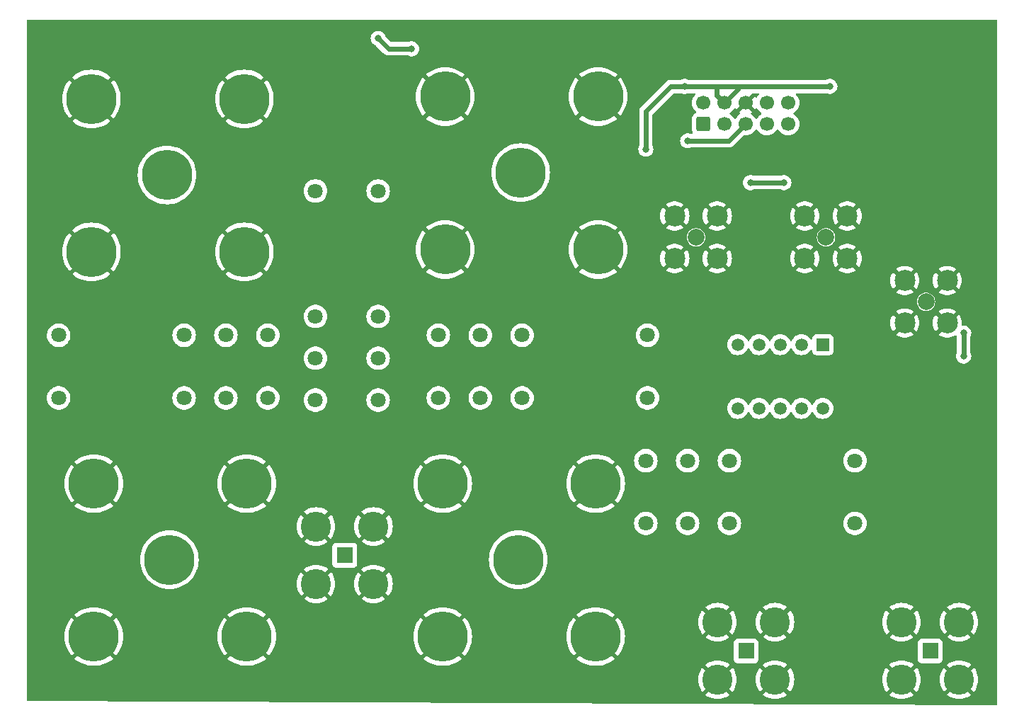
<source format=gtl>
G04 #@! TF.GenerationSoftware,KiCad,Pcbnew,7.0.1*
G04 #@! TF.CreationDate,2023-05-14T23:30:35+02:00*
G04 #@! TF.ProjectId,K_relay,4b5f7265-6c61-4792-9e6b-696361645f70,rev?*
G04 #@! TF.SameCoordinates,Original*
G04 #@! TF.FileFunction,Copper,L1,Top*
G04 #@! TF.FilePolarity,Positive*
%FSLAX46Y46*%
G04 Gerber Fmt 4.6, Leading zero omitted, Abs format (unit mm)*
G04 Created by KiCad (PCBNEW 7.0.1) date 2023-05-14 23:30:35*
%MOMM*%
%LPD*%
G01*
G04 APERTURE LIST*
G04 Aperture macros list*
%AMRoundRect*
0 Rectangle with rounded corners*
0 $1 Rounding radius*
0 $2 $3 $4 $5 $6 $7 $8 $9 X,Y pos of 4 corners*
0 Add a 4 corners polygon primitive as box body*
4,1,4,$2,$3,$4,$5,$6,$7,$8,$9,$2,$3,0*
0 Add four circle primitives for the rounded corners*
1,1,$1+$1,$2,$3*
1,1,$1+$1,$4,$5*
1,1,$1+$1,$6,$7*
1,1,$1+$1,$8,$9*
0 Add four rect primitives between the rounded corners*
20,1,$1+$1,$2,$3,$4,$5,0*
20,1,$1+$1,$4,$5,$6,$7,0*
20,1,$1+$1,$6,$7,$8,$9,0*
20,1,$1+$1,$8,$9,$2,$3,0*%
G04 Aperture macros list end*
G04 #@! TA.AperFunction,ComponentPad*
%ADD10R,1.950000X1.950000*%
G04 #@! TD*
G04 #@! TA.AperFunction,ComponentPad*
%ADD11C,3.600000*%
G04 #@! TD*
G04 #@! TA.AperFunction,ComponentPad*
%ADD12C,1.803400*%
G04 #@! TD*
G04 #@! TA.AperFunction,ComponentPad*
%ADD13R,1.500000X1.500000*%
G04 #@! TD*
G04 #@! TA.AperFunction,ComponentPad*
%ADD14C,1.500000*%
G04 #@! TD*
G04 #@! TA.AperFunction,ComponentPad*
%ADD15C,1.998980*%
G04 #@! TD*
G04 #@! TA.AperFunction,ComponentPad*
%ADD16C,2.499360*%
G04 #@! TD*
G04 #@! TA.AperFunction,ComponentPad*
%ADD17RoundRect,0.250000X0.600000X-0.600000X0.600000X0.600000X-0.600000X0.600000X-0.600000X-0.600000X0*%
G04 #@! TD*
G04 #@! TA.AperFunction,ComponentPad*
%ADD18C,1.700000*%
G04 #@! TD*
G04 #@! TA.AperFunction,ComponentPad*
%ADD19C,6.000000*%
G04 #@! TD*
G04 #@! TA.AperFunction,ViaPad*
%ADD20C,0.800000*%
G04 #@! TD*
G04 #@! TA.AperFunction,Conductor*
%ADD21C,0.600000*%
G04 #@! TD*
G04 APERTURE END LIST*
D10*
X190000000Y-106560000D03*
D11*
X186560000Y-103120000D03*
X186560000Y-110000000D03*
X193440000Y-103120000D03*
X193440000Y-110000000D03*
D12*
X226199996Y-80250000D03*
X211199996Y-80250000D03*
X206199995Y-80250000D03*
X201199995Y-80250000D03*
X201199995Y-87750000D03*
X206199995Y-87750000D03*
X211199996Y-87750000D03*
X226199996Y-87750000D03*
D13*
X247160000Y-81380000D03*
D14*
X244620000Y-81380000D03*
X242080000Y-81380000D03*
X239540000Y-81380000D03*
X237000000Y-81380000D03*
X237000000Y-89000000D03*
X239540000Y-89000000D03*
X242080000Y-89000000D03*
X244620000Y-89000000D03*
X247160000Y-89000000D03*
D15*
X247540000Y-68540000D03*
D16*
X245000000Y-66000000D03*
X245000000Y-71080000D03*
X250080000Y-66000000D03*
X250080000Y-71080000D03*
D12*
X186500000Y-63000000D03*
X186500000Y-78000000D03*
X186500000Y-83000001D03*
X186500000Y-88000001D03*
X194000000Y-88000001D03*
X194000000Y-83000001D03*
X194000000Y-78000000D03*
X194000000Y-63000000D03*
D10*
X260000000Y-118000000D03*
D11*
X256560000Y-114560000D03*
X256560000Y-121440000D03*
X263440000Y-114560000D03*
X263440000Y-121440000D03*
D10*
X238000000Y-118000000D03*
D11*
X234560000Y-114560000D03*
X234560000Y-121440000D03*
X241440000Y-114560000D03*
X241440000Y-121440000D03*
D17*
X232840000Y-55000000D03*
D18*
X232840000Y-52460000D03*
X235380000Y-55000000D03*
X235380000Y-52460000D03*
X237920000Y-55000000D03*
X237920000Y-52460000D03*
X240460000Y-55000000D03*
X240460000Y-52460000D03*
X243000000Y-55000000D03*
X243000000Y-52460000D03*
D15*
X232000000Y-68540000D03*
D16*
X229460000Y-66000000D03*
X229460000Y-71080000D03*
X234540000Y-66000000D03*
X234540000Y-71080000D03*
D15*
X259500000Y-76250000D03*
D16*
X256960000Y-73710000D03*
X256960000Y-78790000D03*
X262040000Y-73710000D03*
X262040000Y-78790000D03*
D12*
X155800004Y-87750000D03*
X170800004Y-87750000D03*
X175800005Y-87750000D03*
X180800005Y-87750000D03*
X180800005Y-80250000D03*
X175800005Y-80250000D03*
X170800004Y-80250000D03*
X155800004Y-80250000D03*
X251000000Y-95250000D03*
X236000000Y-95250000D03*
X230999999Y-95250000D03*
X225999999Y-95250000D03*
X225999999Y-102750000D03*
X230999999Y-102750000D03*
X236000000Y-102750000D03*
X251000000Y-102750000D03*
D19*
X168748000Y-61096000D03*
X178000000Y-70288000D03*
X178000000Y-52000000D03*
X159712000Y-70288000D03*
X159712000Y-52000000D03*
X211036000Y-60808000D03*
X220288000Y-70000000D03*
X220288000Y-51712000D03*
X202000000Y-70000000D03*
X202000000Y-51712000D03*
X210748000Y-107096000D03*
X220000000Y-116288000D03*
X220000000Y-98000000D03*
X201712000Y-116288000D03*
X201712000Y-98000000D03*
X169036000Y-107096000D03*
X178288000Y-116288000D03*
X178288000Y-98000000D03*
X160000000Y-116288000D03*
X160000000Y-98000000D03*
D20*
X248000002Y-50500000D03*
X226000000Y-58000000D03*
X230636043Y-50500000D03*
X228500000Y-96500000D03*
X240000000Y-57500000D03*
X208750000Y-81500000D03*
X241000000Y-44000000D03*
X243500000Y-57500000D03*
X192500000Y-80500000D03*
X197000000Y-69000000D03*
X184000000Y-61000000D03*
X208750000Y-87500000D03*
X244000000Y-60500000D03*
X246000000Y-93000000D03*
X247000000Y-60500000D03*
X250000000Y-93000000D03*
X165000000Y-90000000D03*
X203750000Y-85500000D03*
X155000000Y-122500000D03*
X225000000Y-78000000D03*
X194500000Y-80500000D03*
X184000000Y-65000000D03*
X225000000Y-90000000D03*
X234000000Y-75000000D03*
X173250000Y-79500000D03*
X246000000Y-105000000D03*
X242000000Y-57500000D03*
X155000000Y-105000000D03*
X221000000Y-78000000D03*
X192500000Y-85500000D03*
X197000000Y-65000000D03*
X249000000Y-74650500D03*
X228500000Y-94500000D03*
X233500000Y-94500000D03*
X190500000Y-85500000D03*
X160000000Y-122500000D03*
X170000000Y-122500000D03*
X185000000Y-122500000D03*
X251000000Y-83000000D03*
X248000000Y-105000000D03*
X221000000Y-90000000D03*
X178250000Y-79500000D03*
X228500000Y-102500000D03*
X233500000Y-102500000D03*
X200000000Y-122500000D03*
X178250000Y-85500000D03*
X203750000Y-81500000D03*
X208500000Y-79500000D03*
X157000000Y-78000000D03*
X248000000Y-93000000D03*
X220000000Y-122500000D03*
X186500000Y-80500000D03*
X155000000Y-110000000D03*
X165000000Y-78000000D03*
X228500000Y-100500000D03*
X210000000Y-122500000D03*
X217000000Y-78000000D03*
X203750000Y-79500000D03*
X155000000Y-95000000D03*
X251000000Y-85000000D03*
X251000000Y-79000000D03*
X184500000Y-80500000D03*
X184000000Y-69000000D03*
X215000000Y-122500000D03*
X250000000Y-105000000D03*
X194500000Y-85500000D03*
X208750000Y-83500000D03*
X161000000Y-90000000D03*
X234000000Y-80000000D03*
X173250000Y-81500000D03*
X234000000Y-85000000D03*
X230000000Y-85000000D03*
X230000000Y-80000000D03*
X233500000Y-96500000D03*
X197000000Y-61000000D03*
X205000000Y-122500000D03*
X178250000Y-87500000D03*
X155000000Y-120000000D03*
X186500000Y-85500000D03*
X173250000Y-85500000D03*
X195000000Y-122500000D03*
X188500000Y-85500000D03*
X165000000Y-122500000D03*
X208750000Y-85500000D03*
X236000000Y-44000000D03*
X231000000Y-44000000D03*
X173250000Y-83500000D03*
X188500000Y-80500000D03*
X228500000Y-98500000D03*
X233500000Y-98500000D03*
X225000000Y-122500000D03*
X157000000Y-90000000D03*
X249000000Y-79000000D03*
X261000000Y-44000000D03*
X253000000Y-97000000D03*
X250000000Y-60500000D03*
X247000000Y-79000000D03*
X161000000Y-78000000D03*
X228500000Y-104500000D03*
X247000000Y-74650500D03*
X173250000Y-89500000D03*
X253000000Y-60500000D03*
X252000000Y-105000000D03*
X251000000Y-44000000D03*
X173250000Y-87500000D03*
X253000000Y-99000000D03*
X217000000Y-90000000D03*
X246000000Y-44000000D03*
X155000000Y-100000000D03*
X252000000Y-93000000D03*
X230000000Y-75000000D03*
X203750000Y-83500000D03*
X233500000Y-104250000D03*
X178250000Y-81500000D03*
X230000000Y-90000000D03*
X232500000Y-61500000D03*
X190000000Y-122500000D03*
X197000000Y-73000000D03*
X245063688Y-74650500D03*
X233500000Y-100500000D03*
X190500000Y-80500000D03*
X155000000Y-115000000D03*
X175000000Y-122500000D03*
X234000000Y-90000000D03*
X245500000Y-122500000D03*
X203750000Y-87500000D03*
X245000000Y-79000000D03*
X253000000Y-101000000D03*
X251000000Y-122500000D03*
X180000000Y-122500000D03*
X184000000Y-73000000D03*
X178250000Y-83500000D03*
X256000000Y-44000000D03*
X242500000Y-62000000D03*
X264000000Y-82750000D03*
X238500000Y-62000000D03*
X264000000Y-80000000D03*
X194000000Y-44750000D03*
X198000000Y-46000000D03*
X231000000Y-57000000D03*
D21*
X264000000Y-80000000D02*
X264000000Y-82750000D01*
X234500000Y-50500000D02*
X237000000Y-50500000D01*
X234500000Y-51580000D02*
X235380000Y-52460000D01*
X237000000Y-50500000D02*
X248000002Y-50500000D01*
X234500000Y-50500000D02*
X234500000Y-51580000D01*
X226000000Y-53500000D02*
X229000000Y-50500000D01*
X229000000Y-50500000D02*
X234500000Y-50500000D01*
X226000000Y-58000000D02*
X226000000Y-53500000D01*
X237000000Y-50840000D02*
X235380000Y-52460000D01*
X237000000Y-50500000D02*
X237000000Y-50840000D01*
X238500000Y-62000000D02*
X242500000Y-62000000D01*
X237920000Y-55000000D02*
X235920000Y-57000000D01*
X198000000Y-46000000D02*
X195250000Y-46000000D01*
X235920000Y-57000000D02*
X231000000Y-57000000D01*
X195250000Y-46000000D02*
X194000000Y-44750000D01*
G04 #@! TA.AperFunction,Conductor*
G36*
X239466537Y-51314015D02*
G01*
X239510560Y-51351615D01*
X239532715Y-51405102D01*
X239528173Y-51462818D01*
X239497923Y-51512181D01*
X239421508Y-51588595D01*
X239421505Y-51588598D01*
X239421505Y-51588599D01*
X239335099Y-51712001D01*
X239291270Y-51774595D01*
X239246952Y-51813460D01*
X239189695Y-51827471D01*
X239132438Y-51813460D01*
X239088120Y-51774595D01*
X239034925Y-51698626D01*
X239034925Y-51698625D01*
X238273553Y-52460000D01*
X238273553Y-52460001D01*
X239034925Y-53221373D01*
X239088119Y-53145405D01*
X239132437Y-53106539D01*
X239189694Y-53092528D01*
X239246951Y-53106539D01*
X239291267Y-53145402D01*
X239421505Y-53331401D01*
X239588599Y-53498495D01*
X239774160Y-53628426D01*
X239813024Y-53672743D01*
X239827035Y-53730000D01*
X239813024Y-53787257D01*
X239774160Y-53831574D01*
X239631677Y-53931342D01*
X239588595Y-53961508D01*
X239421505Y-54128598D01*
X239291575Y-54314159D01*
X239247257Y-54353025D01*
X239190000Y-54367036D01*
X239132743Y-54353025D01*
X239088425Y-54314159D01*
X238983124Y-54163773D01*
X238958495Y-54128599D01*
X238791401Y-53961505D01*
X238605402Y-53831267D01*
X238566539Y-53786951D01*
X238552528Y-53729694D01*
X238566539Y-53672437D01*
X238605405Y-53628119D01*
X238681373Y-53574925D01*
X237920000Y-52813553D01*
X237158625Y-53574925D01*
X237234594Y-53628119D01*
X237273460Y-53672437D01*
X237287471Y-53729694D01*
X237273461Y-53786950D01*
X237234595Y-53831269D01*
X237048595Y-53961508D01*
X236881505Y-54128598D01*
X236751575Y-54314159D01*
X236707257Y-54353025D01*
X236650000Y-54367036D01*
X236592743Y-54353025D01*
X236548425Y-54314159D01*
X236443124Y-54163773D01*
X236418495Y-54128599D01*
X236251401Y-53961505D01*
X236065839Y-53831573D01*
X236026974Y-53787255D01*
X236012964Y-53729999D01*
X236026975Y-53672742D01*
X236065837Y-53628428D01*
X236251401Y-53498495D01*
X236418495Y-53331401D01*
X236548732Y-53145402D01*
X236593048Y-53106539D01*
X236650305Y-53092528D01*
X236707562Y-53106539D01*
X236751880Y-53145405D01*
X236805073Y-53221373D01*
X238689628Y-51336819D01*
X238729856Y-51309939D01*
X238777309Y-51300500D01*
X239410242Y-51300500D01*
X239466537Y-51314015D01*
G37*
G04 #@! TD.AperFunction*
G04 #@! TA.AperFunction,Conductor*
G36*
X267937500Y-42517113D02*
G01*
X267982887Y-42562500D01*
X267999500Y-42624500D01*
X267999500Y-124374961D01*
X267982798Y-124437115D01*
X267937191Y-124482526D01*
X267874966Y-124498960D01*
X152123966Y-124000035D01*
X152062192Y-123983245D01*
X152017024Y-123937882D01*
X152000500Y-123876036D01*
X152000500Y-123235025D01*
X233118528Y-123235025D01*
X233156843Y-123268628D01*
X233407532Y-123436132D01*
X233677941Y-123569483D01*
X233963438Y-123666396D01*
X234259139Y-123725215D01*
X234560000Y-123744934D01*
X234860860Y-123725215D01*
X235156561Y-123666396D01*
X235442058Y-123569483D01*
X235712467Y-123436132D01*
X235963153Y-123268630D01*
X236001469Y-123235025D01*
X239998528Y-123235025D01*
X240036843Y-123268628D01*
X240287532Y-123436132D01*
X240557941Y-123569483D01*
X240843438Y-123666396D01*
X241139139Y-123725215D01*
X241440000Y-123744934D01*
X241740860Y-123725215D01*
X242036561Y-123666396D01*
X242322058Y-123569483D01*
X242592467Y-123436132D01*
X242843153Y-123268630D01*
X242881469Y-123235025D01*
X255118528Y-123235025D01*
X255156843Y-123268628D01*
X255407532Y-123436132D01*
X255677941Y-123569483D01*
X255963438Y-123666396D01*
X256259139Y-123725215D01*
X256560000Y-123744934D01*
X256860860Y-123725215D01*
X257156561Y-123666396D01*
X257442058Y-123569483D01*
X257712467Y-123436132D01*
X257963153Y-123268630D01*
X258001469Y-123235025D01*
X261998528Y-123235025D01*
X262036843Y-123268628D01*
X262287532Y-123436132D01*
X262557941Y-123569483D01*
X262843438Y-123666396D01*
X263139139Y-123725215D01*
X263440000Y-123744934D01*
X263740860Y-123725215D01*
X264036561Y-123666396D01*
X264322058Y-123569483D01*
X264592467Y-123436132D01*
X264843153Y-123268630D01*
X264881470Y-123235024D01*
X264881470Y-123235023D01*
X263440001Y-121793553D01*
X263440000Y-121793553D01*
X261998528Y-123235024D01*
X261998528Y-123235025D01*
X258001469Y-123235025D01*
X258001470Y-123235024D01*
X258001470Y-123235023D01*
X256560001Y-121793553D01*
X256560000Y-121793553D01*
X255118528Y-123235024D01*
X255118528Y-123235025D01*
X242881469Y-123235025D01*
X242881470Y-123235024D01*
X242881470Y-123235023D01*
X241440001Y-121793553D01*
X241440000Y-121793553D01*
X239998528Y-123235024D01*
X239998528Y-123235025D01*
X236001469Y-123235025D01*
X236001470Y-123235024D01*
X236001470Y-123235023D01*
X234560001Y-121793553D01*
X234560000Y-121793553D01*
X233118528Y-123235024D01*
X233118528Y-123235025D01*
X152000500Y-123235025D01*
X152000500Y-121439999D01*
X232255065Y-121439999D01*
X232274784Y-121740860D01*
X232333603Y-122036561D01*
X232430516Y-122322058D01*
X232563867Y-122592467D01*
X232731371Y-122843156D01*
X232764973Y-122881470D01*
X232764974Y-122881470D01*
X234206446Y-121440001D01*
X234913553Y-121440001D01*
X236355023Y-122881470D01*
X236355024Y-122881470D01*
X236388630Y-122843153D01*
X236556132Y-122592467D01*
X236689483Y-122322058D01*
X236786396Y-122036561D01*
X236845215Y-121740860D01*
X236864934Y-121439999D01*
X239135065Y-121439999D01*
X239154784Y-121740860D01*
X239213603Y-122036561D01*
X239310516Y-122322058D01*
X239443867Y-122592467D01*
X239611371Y-122843156D01*
X239644973Y-122881470D01*
X239644974Y-122881470D01*
X241086446Y-121440001D01*
X241793553Y-121440001D01*
X243235023Y-122881470D01*
X243235024Y-122881470D01*
X243268630Y-122843153D01*
X243436132Y-122592467D01*
X243569483Y-122322058D01*
X243666396Y-122036561D01*
X243725215Y-121740860D01*
X243744934Y-121439999D01*
X254255065Y-121439999D01*
X254274784Y-121740860D01*
X254333603Y-122036561D01*
X254430516Y-122322058D01*
X254563867Y-122592467D01*
X254731371Y-122843156D01*
X254764973Y-122881470D01*
X254764974Y-122881470D01*
X256206446Y-121440001D01*
X256913553Y-121440001D01*
X258355023Y-122881470D01*
X258355024Y-122881470D01*
X258388630Y-122843153D01*
X258556132Y-122592467D01*
X258689483Y-122322058D01*
X258786396Y-122036561D01*
X258845215Y-121740860D01*
X258864934Y-121439999D01*
X261135065Y-121439999D01*
X261154784Y-121740860D01*
X261213603Y-122036561D01*
X261310516Y-122322058D01*
X261443867Y-122592467D01*
X261611371Y-122843156D01*
X261644973Y-122881470D01*
X261644974Y-122881470D01*
X263086446Y-121440001D01*
X263793553Y-121440001D01*
X265235023Y-122881470D01*
X265235024Y-122881470D01*
X265268630Y-122843153D01*
X265436132Y-122592467D01*
X265569483Y-122322058D01*
X265666396Y-122036561D01*
X265725215Y-121740860D01*
X265744934Y-121439999D01*
X265725215Y-121139139D01*
X265666396Y-120843438D01*
X265569483Y-120557942D01*
X265436130Y-120287529D01*
X265268631Y-120036846D01*
X265235025Y-119998528D01*
X265235024Y-119998528D01*
X263793553Y-121440000D01*
X263793553Y-121440001D01*
X263086446Y-121440001D01*
X263086446Y-121439999D01*
X261644974Y-119998527D01*
X261644973Y-119998527D01*
X261611371Y-120036844D01*
X261443867Y-120287533D01*
X261310516Y-120557942D01*
X261213603Y-120843438D01*
X261154784Y-121139139D01*
X261135065Y-121439999D01*
X258864934Y-121439999D01*
X258845215Y-121139139D01*
X258786396Y-120843438D01*
X258689483Y-120557942D01*
X258556130Y-120287529D01*
X258388631Y-120036846D01*
X258355025Y-119998528D01*
X258355024Y-119998528D01*
X256913553Y-121440000D01*
X256913553Y-121440001D01*
X256206446Y-121440001D01*
X256206446Y-121439999D01*
X254764974Y-119998527D01*
X254764973Y-119998527D01*
X254731371Y-120036844D01*
X254563867Y-120287533D01*
X254430516Y-120557942D01*
X254333603Y-120843438D01*
X254274784Y-121139139D01*
X254255065Y-121439999D01*
X243744934Y-121439999D01*
X243725215Y-121139139D01*
X243666396Y-120843438D01*
X243569483Y-120557942D01*
X243436130Y-120287529D01*
X243268631Y-120036846D01*
X243235025Y-119998528D01*
X243235024Y-119998528D01*
X241793553Y-121440000D01*
X241793553Y-121440001D01*
X241086446Y-121440001D01*
X241086446Y-121439999D01*
X239644974Y-119998527D01*
X239644973Y-119998527D01*
X239611371Y-120036844D01*
X239443867Y-120287533D01*
X239310516Y-120557942D01*
X239213603Y-120843438D01*
X239154784Y-121139139D01*
X239135065Y-121439999D01*
X236864934Y-121439999D01*
X236845215Y-121139139D01*
X236786396Y-120843438D01*
X236689483Y-120557942D01*
X236556130Y-120287529D01*
X236388631Y-120036846D01*
X236355025Y-119998528D01*
X236355024Y-119998528D01*
X234913553Y-121440000D01*
X234913553Y-121440001D01*
X234206446Y-121440001D01*
X234206446Y-121439999D01*
X232764974Y-119998527D01*
X232764973Y-119998527D01*
X232731371Y-120036844D01*
X232563867Y-120287533D01*
X232430516Y-120557942D01*
X232333603Y-120843438D01*
X232274784Y-121139139D01*
X232255065Y-121439999D01*
X152000500Y-121439999D01*
X152000500Y-118934701D01*
X157706851Y-118934701D01*
X157939931Y-119123447D01*
X158247593Y-119323246D01*
X158574468Y-119489797D01*
X158916954Y-119621265D01*
X159271316Y-119716216D01*
X159633645Y-119773602D01*
X160000000Y-119792802D01*
X160366354Y-119773602D01*
X160728683Y-119716216D01*
X161083045Y-119621265D01*
X161425531Y-119489797D01*
X161752406Y-119323246D01*
X162060069Y-119123447D01*
X162293148Y-118934702D01*
X162293148Y-118934701D01*
X175994851Y-118934701D01*
X176227931Y-119123447D01*
X176535593Y-119323246D01*
X176862468Y-119489797D01*
X177204954Y-119621265D01*
X177559316Y-119716216D01*
X177921645Y-119773602D01*
X178288000Y-119792802D01*
X178654354Y-119773602D01*
X179016683Y-119716216D01*
X179371045Y-119621265D01*
X179713531Y-119489797D01*
X180040406Y-119323246D01*
X180348069Y-119123447D01*
X180581148Y-118934702D01*
X180581148Y-118934701D01*
X199418851Y-118934701D01*
X199651931Y-119123447D01*
X199959593Y-119323246D01*
X200286468Y-119489797D01*
X200628954Y-119621265D01*
X200983316Y-119716216D01*
X201345645Y-119773602D01*
X201712000Y-119792802D01*
X202078354Y-119773602D01*
X202440683Y-119716216D01*
X202795045Y-119621265D01*
X203137531Y-119489797D01*
X203464406Y-119323246D01*
X203772069Y-119123447D01*
X204005148Y-118934702D01*
X204005148Y-118934701D01*
X217706851Y-118934701D01*
X217939931Y-119123447D01*
X218247593Y-119323246D01*
X218574468Y-119489797D01*
X218916954Y-119621265D01*
X219271316Y-119716216D01*
X219633645Y-119773602D01*
X220000000Y-119792802D01*
X220366354Y-119773602D01*
X220728683Y-119716216D01*
X220994562Y-119644974D01*
X233118527Y-119644974D01*
X234560000Y-121086446D01*
X234560001Y-121086446D01*
X236001470Y-119644974D01*
X239998527Y-119644974D01*
X241440000Y-121086446D01*
X241440001Y-121086446D01*
X242881470Y-119644974D01*
X255118527Y-119644974D01*
X256560000Y-121086446D01*
X256560001Y-121086446D01*
X258001470Y-119644974D01*
X261998527Y-119644974D01*
X263440000Y-121086446D01*
X263440001Y-121086446D01*
X264881470Y-119644974D01*
X264881470Y-119644973D01*
X264843156Y-119611371D01*
X264592467Y-119443867D01*
X264322058Y-119310516D01*
X264036561Y-119213603D01*
X263740860Y-119154784D01*
X263440000Y-119135065D01*
X263139139Y-119154784D01*
X262843438Y-119213603D01*
X262557942Y-119310516D01*
X262287533Y-119443867D01*
X262036844Y-119611371D01*
X261998527Y-119644973D01*
X261998527Y-119644974D01*
X258001470Y-119644974D01*
X258001470Y-119644973D01*
X257963156Y-119611371D01*
X257712467Y-119443867D01*
X257442058Y-119310516D01*
X257156561Y-119213603D01*
X256860860Y-119154784D01*
X256560000Y-119135065D01*
X256259139Y-119154784D01*
X255963438Y-119213603D01*
X255677942Y-119310516D01*
X255407533Y-119443867D01*
X255156844Y-119611371D01*
X255118527Y-119644973D01*
X255118527Y-119644974D01*
X242881470Y-119644974D01*
X242881470Y-119644973D01*
X242843156Y-119611371D01*
X242592467Y-119443867D01*
X242322058Y-119310516D01*
X242036561Y-119213603D01*
X241740860Y-119154784D01*
X241440000Y-119135065D01*
X241139139Y-119154784D01*
X240843438Y-119213603D01*
X240557942Y-119310516D01*
X240287533Y-119443867D01*
X240036844Y-119611371D01*
X239998527Y-119644973D01*
X239998527Y-119644974D01*
X236001470Y-119644974D01*
X236001470Y-119644973D01*
X235963156Y-119611371D01*
X235712467Y-119443867D01*
X235442058Y-119310516D01*
X235156561Y-119213603D01*
X234860860Y-119154784D01*
X234560000Y-119135065D01*
X234259139Y-119154784D01*
X233963438Y-119213603D01*
X233677942Y-119310516D01*
X233407533Y-119443867D01*
X233156844Y-119611371D01*
X233118527Y-119644973D01*
X233118527Y-119644974D01*
X220994562Y-119644974D01*
X221083045Y-119621265D01*
X221425531Y-119489797D01*
X221752406Y-119323246D01*
X222060069Y-119123447D01*
X222184272Y-119022869D01*
X236524500Y-119022869D01*
X236530909Y-119082484D01*
X236550521Y-119135065D01*
X236581204Y-119217331D01*
X236667454Y-119332546D01*
X236782669Y-119418796D01*
X236917517Y-119469091D01*
X236977127Y-119475500D01*
X239022872Y-119475499D01*
X239082483Y-119469091D01*
X239217331Y-119418796D01*
X239332546Y-119332546D01*
X239418796Y-119217331D01*
X239469091Y-119082483D01*
X239475500Y-119022873D01*
X239475500Y-119022869D01*
X258524500Y-119022869D01*
X258530909Y-119082484D01*
X258550521Y-119135065D01*
X258581204Y-119217331D01*
X258667454Y-119332546D01*
X258782669Y-119418796D01*
X258917517Y-119469091D01*
X258977127Y-119475500D01*
X261022872Y-119475499D01*
X261082483Y-119469091D01*
X261217331Y-119418796D01*
X261332546Y-119332546D01*
X261418796Y-119217331D01*
X261469091Y-119082483D01*
X261475500Y-119022873D01*
X261475499Y-116977128D01*
X261469091Y-116917517D01*
X261418796Y-116782669D01*
X261332546Y-116667454D01*
X261217331Y-116581204D01*
X261082483Y-116530909D01*
X261022873Y-116524500D01*
X261022869Y-116524500D01*
X258977130Y-116524500D01*
X258917515Y-116530909D01*
X258782669Y-116581204D01*
X258667454Y-116667454D01*
X258581204Y-116782668D01*
X258530909Y-116917516D01*
X258524500Y-116977130D01*
X258524500Y-119022869D01*
X239475500Y-119022869D01*
X239475499Y-116977128D01*
X239469091Y-116917517D01*
X239418796Y-116782669D01*
X239332546Y-116667454D01*
X239217331Y-116581204D01*
X239082483Y-116530909D01*
X239022873Y-116524500D01*
X239022869Y-116524500D01*
X236977130Y-116524500D01*
X236917515Y-116530909D01*
X236782669Y-116581204D01*
X236667454Y-116667454D01*
X236581204Y-116782668D01*
X236530909Y-116917516D01*
X236524500Y-116977130D01*
X236524500Y-119022869D01*
X222184272Y-119022869D01*
X222293148Y-118934702D01*
X222293148Y-118934701D01*
X220000001Y-116641553D01*
X220000000Y-116641553D01*
X217706851Y-118934701D01*
X204005148Y-118934701D01*
X201712001Y-116641553D01*
X201712000Y-116641553D01*
X199418851Y-118934701D01*
X180581148Y-118934701D01*
X178288001Y-116641553D01*
X178288000Y-116641553D01*
X175994851Y-118934701D01*
X162293148Y-118934701D01*
X160000001Y-116641553D01*
X160000000Y-116641553D01*
X157706851Y-118934701D01*
X152000500Y-118934701D01*
X152000500Y-116288000D01*
X156495197Y-116288000D01*
X156514397Y-116654354D01*
X156571783Y-117016683D01*
X156666734Y-117371045D01*
X156798202Y-117713531D01*
X156964753Y-118040406D01*
X157164552Y-118348068D01*
X157353297Y-118581147D01*
X159646445Y-116288001D01*
X160353553Y-116288001D01*
X162646701Y-118581148D01*
X162646702Y-118581148D01*
X162835447Y-118348069D01*
X163035246Y-118040406D01*
X163201797Y-117713531D01*
X163333265Y-117371045D01*
X163428216Y-117016683D01*
X163485602Y-116654354D01*
X163504802Y-116288000D01*
X174783197Y-116288000D01*
X174802397Y-116654354D01*
X174859783Y-117016683D01*
X174954734Y-117371045D01*
X175086202Y-117713531D01*
X175252753Y-118040406D01*
X175452552Y-118348068D01*
X175641297Y-118581147D01*
X177934445Y-116288001D01*
X178641553Y-116288001D01*
X180934701Y-118581148D01*
X180934702Y-118581148D01*
X181123447Y-118348069D01*
X181323246Y-118040406D01*
X181489797Y-117713531D01*
X181621265Y-117371045D01*
X181716216Y-117016683D01*
X181773602Y-116654354D01*
X181792802Y-116288000D01*
X198207197Y-116288000D01*
X198226397Y-116654354D01*
X198283783Y-117016683D01*
X198378734Y-117371045D01*
X198510202Y-117713531D01*
X198676753Y-118040406D01*
X198876552Y-118348068D01*
X199065297Y-118581147D01*
X201358446Y-116288001D01*
X202065553Y-116288001D01*
X204358701Y-118581148D01*
X204358702Y-118581148D01*
X204547447Y-118348069D01*
X204747246Y-118040406D01*
X204913797Y-117713531D01*
X205045265Y-117371045D01*
X205140216Y-117016683D01*
X205197602Y-116654354D01*
X205216802Y-116288000D01*
X216495197Y-116288000D01*
X216514397Y-116654354D01*
X216571783Y-117016683D01*
X216666734Y-117371045D01*
X216798202Y-117713531D01*
X216964753Y-118040406D01*
X217164552Y-118348068D01*
X217353297Y-118581147D01*
X219646446Y-116288001D01*
X220353553Y-116288001D01*
X222646701Y-118581148D01*
X222646702Y-118581148D01*
X222835447Y-118348069D01*
X223035246Y-118040406D01*
X223201797Y-117713531D01*
X223333265Y-117371045D01*
X223428216Y-117016683D01*
X223485602Y-116654354D01*
X223501289Y-116355025D01*
X233118528Y-116355025D01*
X233156843Y-116388628D01*
X233407532Y-116556132D01*
X233677941Y-116689483D01*
X233963438Y-116786396D01*
X234259139Y-116845215D01*
X234560000Y-116864934D01*
X234860860Y-116845215D01*
X235156561Y-116786396D01*
X235442058Y-116689483D01*
X235712467Y-116556132D01*
X235963153Y-116388630D01*
X236001469Y-116355025D01*
X239998528Y-116355025D01*
X240036843Y-116388628D01*
X240287532Y-116556132D01*
X240557941Y-116689483D01*
X240843438Y-116786396D01*
X241139139Y-116845215D01*
X241440000Y-116864934D01*
X241740860Y-116845215D01*
X242036561Y-116786396D01*
X242322058Y-116689483D01*
X242592467Y-116556132D01*
X242843153Y-116388630D01*
X242881469Y-116355025D01*
X255118528Y-116355025D01*
X255156843Y-116388628D01*
X255407532Y-116556132D01*
X255677941Y-116689483D01*
X255963438Y-116786396D01*
X256259139Y-116845215D01*
X256560000Y-116864934D01*
X256860860Y-116845215D01*
X257156561Y-116786396D01*
X257442058Y-116689483D01*
X257712467Y-116556132D01*
X257963153Y-116388630D01*
X258001469Y-116355025D01*
X261998528Y-116355025D01*
X262036843Y-116388628D01*
X262287532Y-116556132D01*
X262557941Y-116689483D01*
X262843438Y-116786396D01*
X263139139Y-116845215D01*
X263440000Y-116864934D01*
X263740860Y-116845215D01*
X264036561Y-116786396D01*
X264322058Y-116689483D01*
X264592467Y-116556132D01*
X264843153Y-116388630D01*
X264881470Y-116355024D01*
X264881470Y-116355023D01*
X263440001Y-114913553D01*
X263440000Y-114913553D01*
X261998528Y-116355024D01*
X261998528Y-116355025D01*
X258001469Y-116355025D01*
X258001470Y-116355024D01*
X258001470Y-116355023D01*
X256560001Y-114913553D01*
X256560000Y-114913553D01*
X255118528Y-116355024D01*
X255118528Y-116355025D01*
X242881469Y-116355025D01*
X242881470Y-116355024D01*
X242881470Y-116355023D01*
X241440001Y-114913553D01*
X241440000Y-114913553D01*
X239998528Y-116355024D01*
X239998528Y-116355025D01*
X236001469Y-116355025D01*
X236001470Y-116355024D01*
X236001470Y-116355023D01*
X234560001Y-114913553D01*
X234560000Y-114913553D01*
X233118528Y-116355024D01*
X233118528Y-116355025D01*
X223501289Y-116355025D01*
X223504802Y-116288000D01*
X223485602Y-115921645D01*
X223428216Y-115559316D01*
X223333265Y-115204954D01*
X223201797Y-114862468D01*
X223047681Y-114559999D01*
X232255065Y-114559999D01*
X232274784Y-114860860D01*
X232333603Y-115156561D01*
X232430516Y-115442058D01*
X232563867Y-115712467D01*
X232731371Y-115963156D01*
X232764973Y-116001470D01*
X232764974Y-116001470D01*
X234206446Y-114560001D01*
X234913553Y-114560001D01*
X236355023Y-116001470D01*
X236355024Y-116001470D01*
X236388630Y-115963153D01*
X236556132Y-115712467D01*
X236689483Y-115442058D01*
X236786396Y-115156561D01*
X236845215Y-114860860D01*
X236864934Y-114559999D01*
X239135065Y-114559999D01*
X239154784Y-114860860D01*
X239213603Y-115156561D01*
X239310516Y-115442058D01*
X239443867Y-115712467D01*
X239611371Y-115963156D01*
X239644973Y-116001470D01*
X239644974Y-116001470D01*
X241086446Y-114560001D01*
X241793553Y-114560001D01*
X243235023Y-116001470D01*
X243235024Y-116001470D01*
X243268630Y-115963153D01*
X243436132Y-115712467D01*
X243569483Y-115442058D01*
X243666396Y-115156561D01*
X243725215Y-114860860D01*
X243744934Y-114559999D01*
X254255065Y-114559999D01*
X254274784Y-114860860D01*
X254333603Y-115156561D01*
X254430516Y-115442058D01*
X254563867Y-115712467D01*
X254731371Y-115963156D01*
X254764973Y-116001470D01*
X254764974Y-116001470D01*
X256206446Y-114560001D01*
X256913553Y-114560001D01*
X258355023Y-116001470D01*
X258355024Y-116001470D01*
X258388630Y-115963153D01*
X258556132Y-115712467D01*
X258689483Y-115442058D01*
X258786396Y-115156561D01*
X258845215Y-114860860D01*
X258864934Y-114559999D01*
X261135065Y-114559999D01*
X261154784Y-114860860D01*
X261213603Y-115156561D01*
X261310516Y-115442058D01*
X261443867Y-115712467D01*
X261611371Y-115963156D01*
X261644973Y-116001470D01*
X261644974Y-116001470D01*
X263086446Y-114560001D01*
X263793553Y-114560001D01*
X265235023Y-116001470D01*
X265235024Y-116001470D01*
X265268630Y-115963153D01*
X265436132Y-115712467D01*
X265569483Y-115442058D01*
X265666396Y-115156561D01*
X265725215Y-114860860D01*
X265744934Y-114559999D01*
X265725215Y-114259139D01*
X265666396Y-113963438D01*
X265569483Y-113677942D01*
X265436130Y-113407529D01*
X265268631Y-113156846D01*
X265235025Y-113118528D01*
X265235024Y-113118528D01*
X263793553Y-114560000D01*
X263793553Y-114560001D01*
X263086446Y-114560001D01*
X263086446Y-114559999D01*
X261644974Y-113118527D01*
X261644973Y-113118527D01*
X261611371Y-113156844D01*
X261443867Y-113407533D01*
X261310516Y-113677942D01*
X261213603Y-113963438D01*
X261154784Y-114259139D01*
X261135065Y-114559999D01*
X258864934Y-114559999D01*
X258845215Y-114259139D01*
X258786396Y-113963438D01*
X258689483Y-113677942D01*
X258556130Y-113407529D01*
X258388631Y-113156846D01*
X258355025Y-113118528D01*
X258355024Y-113118528D01*
X256913553Y-114560000D01*
X256913553Y-114560001D01*
X256206446Y-114560001D01*
X256206446Y-114559999D01*
X254764974Y-113118527D01*
X254764973Y-113118527D01*
X254731371Y-113156844D01*
X254563867Y-113407533D01*
X254430516Y-113677942D01*
X254333603Y-113963438D01*
X254274784Y-114259139D01*
X254255065Y-114559999D01*
X243744934Y-114559999D01*
X243725215Y-114259139D01*
X243666396Y-113963438D01*
X243569483Y-113677942D01*
X243436130Y-113407529D01*
X243268631Y-113156846D01*
X243235025Y-113118528D01*
X243235024Y-113118528D01*
X241793553Y-114560000D01*
X241793553Y-114560001D01*
X241086446Y-114560001D01*
X241086446Y-114559999D01*
X239644974Y-113118527D01*
X239644973Y-113118527D01*
X239611371Y-113156844D01*
X239443867Y-113407533D01*
X239310516Y-113677942D01*
X239213603Y-113963438D01*
X239154784Y-114259139D01*
X239135065Y-114559999D01*
X236864934Y-114559999D01*
X236845215Y-114259139D01*
X236786396Y-113963438D01*
X236689483Y-113677942D01*
X236556130Y-113407529D01*
X236388631Y-113156846D01*
X236355025Y-113118528D01*
X236355024Y-113118528D01*
X234913553Y-114560000D01*
X234913553Y-114560001D01*
X234206446Y-114560001D01*
X234206446Y-114559999D01*
X232764974Y-113118527D01*
X232764973Y-113118527D01*
X232731371Y-113156844D01*
X232563867Y-113407533D01*
X232430516Y-113677942D01*
X232333603Y-113963438D01*
X232274784Y-114259139D01*
X232255065Y-114559999D01*
X223047681Y-114559999D01*
X223035246Y-114535594D01*
X222835447Y-114227931D01*
X222646701Y-113994851D01*
X220353553Y-116288000D01*
X220353553Y-116288001D01*
X219646446Y-116288001D01*
X219646446Y-116288000D01*
X217353297Y-113994851D01*
X217164552Y-114227931D01*
X216964753Y-114535594D01*
X216798202Y-114862468D01*
X216666734Y-115204954D01*
X216571783Y-115559316D01*
X216514397Y-115921645D01*
X216495197Y-116288000D01*
X205216802Y-116288000D01*
X205197602Y-115921645D01*
X205140216Y-115559316D01*
X205045265Y-115204954D01*
X204913797Y-114862468D01*
X204747246Y-114535594D01*
X204547447Y-114227931D01*
X204358701Y-113994851D01*
X202065553Y-116288000D01*
X202065553Y-116288001D01*
X201358446Y-116288001D01*
X201358446Y-116288000D01*
X199065297Y-113994851D01*
X198876552Y-114227931D01*
X198676753Y-114535594D01*
X198510202Y-114862468D01*
X198378734Y-115204954D01*
X198283783Y-115559316D01*
X198226397Y-115921645D01*
X198207197Y-116288000D01*
X181792802Y-116288000D01*
X181773602Y-115921645D01*
X181716216Y-115559316D01*
X181621265Y-115204954D01*
X181489797Y-114862468D01*
X181323246Y-114535594D01*
X181123447Y-114227931D01*
X180934701Y-113994851D01*
X178641553Y-116288000D01*
X178641553Y-116288001D01*
X177934445Y-116288001D01*
X177934446Y-116288000D01*
X175641297Y-113994851D01*
X175452552Y-114227931D01*
X175252753Y-114535594D01*
X175086202Y-114862468D01*
X174954734Y-115204954D01*
X174859783Y-115559316D01*
X174802397Y-115921645D01*
X174783197Y-116288000D01*
X163504802Y-116288000D01*
X163485602Y-115921645D01*
X163428216Y-115559316D01*
X163333265Y-115204954D01*
X163201797Y-114862468D01*
X163035246Y-114535594D01*
X162835447Y-114227931D01*
X162646701Y-113994851D01*
X160353553Y-116288000D01*
X160353553Y-116288001D01*
X159646445Y-116288001D01*
X159646446Y-116288000D01*
X157353297Y-113994851D01*
X157164552Y-114227931D01*
X156964753Y-114535594D01*
X156798202Y-114862468D01*
X156666734Y-115204954D01*
X156571783Y-115559316D01*
X156514397Y-115921645D01*
X156495197Y-116288000D01*
X152000500Y-116288000D01*
X152000500Y-113641297D01*
X157706851Y-113641297D01*
X160000000Y-115934446D01*
X160000001Y-115934446D01*
X162293148Y-113641297D01*
X175994851Y-113641297D01*
X178288000Y-115934446D01*
X178288001Y-115934446D01*
X180581148Y-113641297D01*
X199418851Y-113641297D01*
X201712000Y-115934446D01*
X201712001Y-115934446D01*
X204005148Y-113641297D01*
X217706851Y-113641297D01*
X220000000Y-115934446D01*
X220000001Y-115934446D01*
X222293148Y-113641297D01*
X222060068Y-113452552D01*
X221752406Y-113252753D01*
X221425531Y-113086202D01*
X221083045Y-112954734D01*
X220728683Y-112859783D01*
X220366354Y-112802397D01*
X220000000Y-112783197D01*
X219633645Y-112802397D01*
X219271316Y-112859783D01*
X218916954Y-112954734D01*
X218574468Y-113086202D01*
X218247594Y-113252753D01*
X217939931Y-113452552D01*
X217706851Y-113641297D01*
X204005148Y-113641297D01*
X203772068Y-113452552D01*
X203464406Y-113252753D01*
X203137531Y-113086202D01*
X202795045Y-112954734D01*
X202440683Y-112859783D01*
X202078354Y-112802397D01*
X201712000Y-112783197D01*
X201345645Y-112802397D01*
X200983316Y-112859783D01*
X200628954Y-112954734D01*
X200286468Y-113086202D01*
X199959594Y-113252753D01*
X199651931Y-113452552D01*
X199418851Y-113641297D01*
X180581148Y-113641297D01*
X180348068Y-113452552D01*
X180040406Y-113252753D01*
X179713531Y-113086202D01*
X179371045Y-112954734D01*
X179016683Y-112859783D01*
X178654354Y-112802397D01*
X178288000Y-112783197D01*
X177921645Y-112802397D01*
X177559316Y-112859783D01*
X177204954Y-112954734D01*
X176862468Y-113086202D01*
X176535594Y-113252753D01*
X176227931Y-113452552D01*
X175994851Y-113641297D01*
X162293148Y-113641297D01*
X162060068Y-113452552D01*
X161752406Y-113252753D01*
X161425531Y-113086202D01*
X161083045Y-112954734D01*
X160728683Y-112859783D01*
X160366354Y-112802397D01*
X160000000Y-112783197D01*
X159633645Y-112802397D01*
X159271316Y-112859783D01*
X158916954Y-112954734D01*
X158574468Y-113086202D01*
X158247594Y-113252753D01*
X157939931Y-113452552D01*
X157706851Y-113641297D01*
X152000500Y-113641297D01*
X152000500Y-112764974D01*
X233118527Y-112764974D01*
X234560000Y-114206446D01*
X234560001Y-114206446D01*
X236001470Y-112764974D01*
X239998527Y-112764974D01*
X241440000Y-114206446D01*
X241440001Y-114206446D01*
X242881470Y-112764974D01*
X255118527Y-112764974D01*
X256560000Y-114206446D01*
X256560001Y-114206446D01*
X258001470Y-112764974D01*
X261998527Y-112764974D01*
X263440000Y-114206446D01*
X263440001Y-114206446D01*
X264881470Y-112764974D01*
X264881470Y-112764973D01*
X264843156Y-112731371D01*
X264592467Y-112563867D01*
X264322058Y-112430516D01*
X264036561Y-112333603D01*
X263740860Y-112274784D01*
X263440000Y-112255065D01*
X263139139Y-112274784D01*
X262843438Y-112333603D01*
X262557942Y-112430516D01*
X262287533Y-112563867D01*
X262036844Y-112731371D01*
X261998527Y-112764973D01*
X261998527Y-112764974D01*
X258001470Y-112764974D01*
X258001470Y-112764973D01*
X257963156Y-112731371D01*
X257712467Y-112563867D01*
X257442058Y-112430516D01*
X257156561Y-112333603D01*
X256860860Y-112274784D01*
X256560000Y-112255065D01*
X256259139Y-112274784D01*
X255963438Y-112333603D01*
X255677942Y-112430516D01*
X255407533Y-112563867D01*
X255156844Y-112731371D01*
X255118527Y-112764973D01*
X255118527Y-112764974D01*
X242881470Y-112764974D01*
X242881470Y-112764973D01*
X242843156Y-112731371D01*
X242592467Y-112563867D01*
X242322058Y-112430516D01*
X242036561Y-112333603D01*
X241740860Y-112274784D01*
X241440000Y-112255065D01*
X241139139Y-112274784D01*
X240843438Y-112333603D01*
X240557942Y-112430516D01*
X240287533Y-112563867D01*
X240036844Y-112731371D01*
X239998527Y-112764973D01*
X239998527Y-112764974D01*
X236001470Y-112764974D01*
X236001470Y-112764973D01*
X235963156Y-112731371D01*
X235712467Y-112563867D01*
X235442058Y-112430516D01*
X235156561Y-112333603D01*
X234860860Y-112274784D01*
X234560000Y-112255065D01*
X234259139Y-112274784D01*
X233963438Y-112333603D01*
X233677942Y-112430516D01*
X233407533Y-112563867D01*
X233156844Y-112731371D01*
X233118527Y-112764973D01*
X233118527Y-112764974D01*
X152000500Y-112764974D01*
X152000500Y-111795025D01*
X185118528Y-111795025D01*
X185156843Y-111828628D01*
X185407532Y-111996132D01*
X185677941Y-112129483D01*
X185963438Y-112226396D01*
X186259139Y-112285215D01*
X186560000Y-112304934D01*
X186860860Y-112285215D01*
X187156561Y-112226396D01*
X187442058Y-112129483D01*
X187712467Y-111996132D01*
X187963153Y-111828630D01*
X188001469Y-111795025D01*
X191998528Y-111795025D01*
X192036843Y-111828628D01*
X192287532Y-111996132D01*
X192557941Y-112129483D01*
X192843438Y-112226396D01*
X193139139Y-112285215D01*
X193440000Y-112304934D01*
X193740860Y-112285215D01*
X194036561Y-112226396D01*
X194322058Y-112129483D01*
X194592467Y-111996132D01*
X194843153Y-111828630D01*
X194881470Y-111795024D01*
X194881470Y-111795023D01*
X193440001Y-110353553D01*
X193440000Y-110353553D01*
X191998528Y-111795024D01*
X191998528Y-111795025D01*
X188001469Y-111795025D01*
X188001470Y-111795024D01*
X188001470Y-111795023D01*
X186560001Y-110353553D01*
X186560000Y-110353553D01*
X185118528Y-111795024D01*
X185118528Y-111795025D01*
X152000500Y-111795025D01*
X152000500Y-107095999D01*
X165530696Y-107095999D01*
X165549897Y-107462406D01*
X165607293Y-107824788D01*
X165702258Y-108179200D01*
X165833744Y-108521735D01*
X166000320Y-108848656D01*
X166200146Y-109156363D01*
X166315600Y-109298936D01*
X166431051Y-109441506D01*
X166690494Y-109700949D01*
X166880587Y-109854883D01*
X166975636Y-109931853D01*
X167283343Y-110131679D01*
X167283348Y-110131682D01*
X167610264Y-110298255D01*
X167952801Y-110429742D01*
X168307206Y-110524705D01*
X168307209Y-110524705D01*
X168307211Y-110524706D01*
X168669593Y-110582102D01*
X168719373Y-110584710D01*
X169036000Y-110601304D01*
X169367645Y-110583923D01*
X169402406Y-110582102D01*
X169764788Y-110524706D01*
X169764788Y-110524705D01*
X169764794Y-110524705D01*
X170119199Y-110429742D01*
X170461736Y-110298255D01*
X170788652Y-110131682D01*
X170991427Y-109999999D01*
X184255065Y-109999999D01*
X184274784Y-110300860D01*
X184333603Y-110596561D01*
X184430516Y-110882058D01*
X184563867Y-111152467D01*
X184731371Y-111403156D01*
X184764973Y-111441470D01*
X184764974Y-111441470D01*
X186206446Y-110000000D01*
X186913553Y-110000000D01*
X188355023Y-111441470D01*
X188355024Y-111441470D01*
X188388630Y-111403153D01*
X188556132Y-111152467D01*
X188689483Y-110882058D01*
X188786396Y-110596561D01*
X188845215Y-110300860D01*
X188864934Y-109999999D01*
X191135065Y-109999999D01*
X191154784Y-110300860D01*
X191213603Y-110596561D01*
X191310516Y-110882058D01*
X191443867Y-111152467D01*
X191611371Y-111403156D01*
X191644973Y-111441470D01*
X191644974Y-111441470D01*
X193086444Y-110000001D01*
X193793553Y-110000001D01*
X195235023Y-111441470D01*
X195235024Y-111441470D01*
X195268630Y-111403153D01*
X195436132Y-111152467D01*
X195569483Y-110882058D01*
X195666396Y-110596561D01*
X195725215Y-110300860D01*
X195744934Y-109999999D01*
X195725215Y-109699139D01*
X195666396Y-109403438D01*
X195569483Y-109117942D01*
X195436130Y-108847529D01*
X195268631Y-108596846D01*
X195235025Y-108558528D01*
X195235024Y-108558528D01*
X193793553Y-110000000D01*
X193793553Y-110000001D01*
X193086444Y-110000001D01*
X193086446Y-109999999D01*
X191644974Y-108558527D01*
X191644973Y-108558527D01*
X191611371Y-108596844D01*
X191443867Y-108847533D01*
X191310516Y-109117942D01*
X191213603Y-109403438D01*
X191154784Y-109699139D01*
X191135065Y-109999999D01*
X188864934Y-109999999D01*
X188845215Y-109699139D01*
X188786396Y-109403438D01*
X188689483Y-109117942D01*
X188556130Y-108847529D01*
X188388631Y-108596846D01*
X188355025Y-108558528D01*
X188355024Y-108558528D01*
X186913553Y-110000000D01*
X186206446Y-110000000D01*
X186206446Y-109999998D01*
X184764974Y-108558527D01*
X184764973Y-108558527D01*
X184731371Y-108596844D01*
X184563867Y-108847533D01*
X184430516Y-109117942D01*
X184333603Y-109403438D01*
X184274784Y-109699139D01*
X184255065Y-109999999D01*
X170991427Y-109999999D01*
X171096366Y-109931851D01*
X171381506Y-109700949D01*
X171640949Y-109441506D01*
X171871851Y-109156366D01*
X172071682Y-108848652D01*
X172238255Y-108521736D01*
X172359848Y-108204974D01*
X185118527Y-108204974D01*
X186560000Y-109646446D01*
X186560001Y-109646446D01*
X188001470Y-108204974D01*
X191998527Y-108204974D01*
X193440000Y-109646446D01*
X193440001Y-109646446D01*
X194881470Y-108204974D01*
X194881470Y-108204973D01*
X194843156Y-108171371D01*
X194592467Y-108003867D01*
X194322058Y-107870516D01*
X194036561Y-107773603D01*
X193740860Y-107714784D01*
X193440000Y-107695065D01*
X193139139Y-107714784D01*
X192843438Y-107773603D01*
X192557942Y-107870516D01*
X192287533Y-108003867D01*
X192036844Y-108171371D01*
X191998527Y-108204973D01*
X191998527Y-108204974D01*
X188001470Y-108204974D01*
X188001470Y-108204973D01*
X187963156Y-108171371D01*
X187712467Y-108003867D01*
X187442058Y-107870516D01*
X187156561Y-107773603D01*
X186860860Y-107714784D01*
X186560000Y-107695065D01*
X186259139Y-107714784D01*
X185963438Y-107773603D01*
X185677942Y-107870516D01*
X185407533Y-108003867D01*
X185156844Y-108171371D01*
X185118527Y-108204973D01*
X185118527Y-108204974D01*
X172359848Y-108204974D01*
X172369742Y-108179199D01*
X172464705Y-107824794D01*
X172503022Y-107582869D01*
X188524500Y-107582869D01*
X188530909Y-107642483D01*
X188581204Y-107777331D01*
X188667454Y-107892546D01*
X188782669Y-107978796D01*
X188917517Y-108029091D01*
X188977127Y-108035500D01*
X191022872Y-108035499D01*
X191082483Y-108029091D01*
X191217331Y-107978796D01*
X191332546Y-107892546D01*
X191418796Y-107777331D01*
X191469091Y-107642483D01*
X191475500Y-107582873D01*
X191475500Y-107095999D01*
X207242696Y-107095999D01*
X207261897Y-107462406D01*
X207319293Y-107824788D01*
X207414258Y-108179200D01*
X207545744Y-108521735D01*
X207712320Y-108848656D01*
X207912146Y-109156363D01*
X208027600Y-109298936D01*
X208143051Y-109441506D01*
X208402494Y-109700949D01*
X208592587Y-109854883D01*
X208687636Y-109931853D01*
X208995343Y-110131679D01*
X208995348Y-110131682D01*
X209322264Y-110298255D01*
X209664801Y-110429742D01*
X210019206Y-110524705D01*
X210019209Y-110524705D01*
X210019211Y-110524706D01*
X210381593Y-110582102D01*
X210431373Y-110584710D01*
X210748000Y-110601304D01*
X211079645Y-110583923D01*
X211114406Y-110582102D01*
X211476788Y-110524706D01*
X211476788Y-110524705D01*
X211476794Y-110524705D01*
X211831199Y-110429742D01*
X212173736Y-110298255D01*
X212500652Y-110131682D01*
X212808366Y-109931851D01*
X213093506Y-109700949D01*
X213352949Y-109441506D01*
X213583851Y-109156366D01*
X213783682Y-108848652D01*
X213950255Y-108521736D01*
X214081742Y-108179199D01*
X214176705Y-107824794D01*
X214234102Y-107462404D01*
X214253304Y-107096000D01*
X214234102Y-106729596D01*
X214176705Y-106367206D01*
X214081742Y-106012801D01*
X213950255Y-105670264D01*
X213783682Y-105343348D01*
X213783241Y-105342669D01*
X213583853Y-105035636D01*
X213486182Y-104915023D01*
X213352949Y-104750494D01*
X213093506Y-104491051D01*
X212950936Y-104375600D01*
X212808363Y-104260146D01*
X212500656Y-104060320D01*
X212173735Y-103893744D01*
X211831200Y-103762258D01*
X211476788Y-103667293D01*
X211114406Y-103609897D01*
X210764592Y-103591565D01*
X210748000Y-103590696D01*
X210747999Y-103590696D01*
X210381593Y-103609897D01*
X210019211Y-103667293D01*
X209664799Y-103762258D01*
X209322264Y-103893744D01*
X208995343Y-104060320D01*
X208687636Y-104260146D01*
X208402490Y-104491054D01*
X208143054Y-104750490D01*
X207912146Y-105035636D01*
X207712320Y-105343343D01*
X207545744Y-105670264D01*
X207414258Y-106012799D01*
X207319293Y-106367211D01*
X207261897Y-106729593D01*
X207242696Y-107095999D01*
X191475500Y-107095999D01*
X191475499Y-105537128D01*
X191469091Y-105477517D01*
X191418796Y-105342669D01*
X191332546Y-105227454D01*
X191217331Y-105141204D01*
X191082483Y-105090909D01*
X191022873Y-105084500D01*
X191022869Y-105084500D01*
X188977130Y-105084500D01*
X188917515Y-105090909D01*
X188782669Y-105141204D01*
X188667454Y-105227454D01*
X188581204Y-105342668D01*
X188530909Y-105477516D01*
X188524500Y-105537130D01*
X188524500Y-107582869D01*
X172503022Y-107582869D01*
X172522102Y-107462404D01*
X172541304Y-107096000D01*
X172522102Y-106729596D01*
X172464705Y-106367206D01*
X172369742Y-106012801D01*
X172238255Y-105670264D01*
X172071682Y-105343348D01*
X172071241Y-105342669D01*
X171871853Y-105035636D01*
X171774184Y-104915025D01*
X185118528Y-104915025D01*
X185156843Y-104948628D01*
X185407532Y-105116132D01*
X185677941Y-105249483D01*
X185963438Y-105346396D01*
X186259139Y-105405215D01*
X186560000Y-105424934D01*
X186860860Y-105405215D01*
X187156561Y-105346396D01*
X187442058Y-105249483D01*
X187712467Y-105116132D01*
X187963153Y-104948630D01*
X188001469Y-104915025D01*
X191998528Y-104915025D01*
X192036843Y-104948628D01*
X192287532Y-105116132D01*
X192557941Y-105249483D01*
X192843438Y-105346396D01*
X193139139Y-105405215D01*
X193440000Y-105424934D01*
X193740860Y-105405215D01*
X194036561Y-105346396D01*
X194322058Y-105249483D01*
X194592467Y-105116132D01*
X194843153Y-104948630D01*
X194881470Y-104915024D01*
X194881470Y-104915023D01*
X193440001Y-103473553D01*
X193440000Y-103473553D01*
X191998528Y-104915024D01*
X191998528Y-104915025D01*
X188001469Y-104915025D01*
X188001470Y-104915024D01*
X188001470Y-104915023D01*
X186560001Y-103473553D01*
X186560000Y-103473553D01*
X185118528Y-104915024D01*
X185118528Y-104915025D01*
X171774184Y-104915025D01*
X171774182Y-104915023D01*
X171640949Y-104750494D01*
X171381506Y-104491051D01*
X171238936Y-104375600D01*
X171096363Y-104260146D01*
X170788656Y-104060320D01*
X170461735Y-103893744D01*
X170119200Y-103762258D01*
X169764788Y-103667293D01*
X169402406Y-103609897D01*
X169036000Y-103590696D01*
X168669593Y-103609897D01*
X168307211Y-103667293D01*
X167952799Y-103762258D01*
X167610264Y-103893744D01*
X167283343Y-104060320D01*
X166975636Y-104260146D01*
X166690490Y-104491054D01*
X166431054Y-104750490D01*
X166200146Y-105035636D01*
X166000320Y-105343343D01*
X165833744Y-105670264D01*
X165702258Y-106012799D01*
X165607293Y-106367211D01*
X165549897Y-106729593D01*
X165530696Y-107095999D01*
X152000500Y-107095999D01*
X152000500Y-103119999D01*
X184255065Y-103119999D01*
X184274784Y-103420860D01*
X184333603Y-103716561D01*
X184430516Y-104002058D01*
X184563867Y-104272467D01*
X184731371Y-104523156D01*
X184764973Y-104561470D01*
X184764974Y-104561470D01*
X186206446Y-103120001D01*
X186206446Y-103120000D01*
X186913553Y-103120000D01*
X188355023Y-104561470D01*
X188355024Y-104561470D01*
X188388630Y-104523153D01*
X188556132Y-104272467D01*
X188689483Y-104002058D01*
X188786396Y-103716561D01*
X188845215Y-103420860D01*
X188864934Y-103119999D01*
X191135065Y-103119999D01*
X191154784Y-103420860D01*
X191213603Y-103716561D01*
X191310516Y-104002058D01*
X191443867Y-104272467D01*
X191611371Y-104523156D01*
X191644973Y-104561470D01*
X191644974Y-104561470D01*
X193086446Y-103120001D01*
X193793553Y-103120001D01*
X195235023Y-104561470D01*
X195235024Y-104561470D01*
X195268630Y-104523153D01*
X195436132Y-104272467D01*
X195569483Y-104002058D01*
X195666396Y-103716561D01*
X195725215Y-103420860D01*
X195744934Y-103119999D01*
X195725215Y-102819139D01*
X195711462Y-102750000D01*
X224592992Y-102750000D01*
X224612182Y-102981581D01*
X224612182Y-102981584D01*
X224612183Y-102981586D01*
X224669228Y-103206854D01*
X224762574Y-103419661D01*
X224889674Y-103614201D01*
X225047060Y-103785168D01*
X225230440Y-103927898D01*
X225434811Y-104038499D01*
X225654599Y-104113952D01*
X225883809Y-104152200D01*
X226116189Y-104152200D01*
X226345399Y-104113952D01*
X226565187Y-104038499D01*
X226769558Y-103927898D01*
X226952938Y-103785168D01*
X227110324Y-103614201D01*
X227237424Y-103419661D01*
X227330770Y-103206854D01*
X227387815Y-102981586D01*
X227407005Y-102750000D01*
X229592992Y-102750000D01*
X229612182Y-102981581D01*
X229612182Y-102981584D01*
X229612183Y-102981586D01*
X229669228Y-103206854D01*
X229762574Y-103419661D01*
X229889674Y-103614201D01*
X230047060Y-103785168D01*
X230230440Y-103927898D01*
X230434811Y-104038499D01*
X230654599Y-104113952D01*
X230883809Y-104152200D01*
X231116189Y-104152200D01*
X231345399Y-104113952D01*
X231565187Y-104038499D01*
X231769558Y-103927898D01*
X231952938Y-103785168D01*
X232110324Y-103614201D01*
X232237424Y-103419661D01*
X232330770Y-103206854D01*
X232387815Y-102981586D01*
X232407005Y-102750000D01*
X234592993Y-102750000D01*
X234612183Y-102981581D01*
X234612183Y-102981584D01*
X234612184Y-102981586D01*
X234669229Y-103206854D01*
X234762575Y-103419661D01*
X234889675Y-103614201D01*
X235047061Y-103785168D01*
X235230441Y-103927898D01*
X235434812Y-104038499D01*
X235654600Y-104113952D01*
X235883810Y-104152200D01*
X236116190Y-104152200D01*
X236345400Y-104113952D01*
X236565188Y-104038499D01*
X236769559Y-103927898D01*
X236952939Y-103785168D01*
X237110325Y-103614201D01*
X237237425Y-103419661D01*
X237330771Y-103206854D01*
X237387816Y-102981586D01*
X237407006Y-102750000D01*
X249592993Y-102750000D01*
X249612183Y-102981581D01*
X249612183Y-102981584D01*
X249612184Y-102981586D01*
X249669229Y-103206854D01*
X249762575Y-103419661D01*
X249889675Y-103614201D01*
X250047061Y-103785168D01*
X250230441Y-103927898D01*
X250434812Y-104038499D01*
X250654600Y-104113952D01*
X250883810Y-104152200D01*
X251116190Y-104152200D01*
X251345400Y-104113952D01*
X251565188Y-104038499D01*
X251769559Y-103927898D01*
X251952939Y-103785168D01*
X252110325Y-103614201D01*
X252237425Y-103419661D01*
X252330771Y-103206854D01*
X252387816Y-102981586D01*
X252407006Y-102750000D01*
X252387816Y-102518414D01*
X252330771Y-102293146D01*
X252237425Y-102080339D01*
X252110325Y-101885799D01*
X251952939Y-101714832D01*
X251769559Y-101572102D01*
X251565188Y-101461501D01*
X251468232Y-101428216D01*
X251345401Y-101386048D01*
X251116190Y-101347800D01*
X250883810Y-101347800D01*
X250654598Y-101386048D01*
X250434811Y-101461501D01*
X250230444Y-101572100D01*
X250047060Y-101714832D01*
X249901257Y-101873216D01*
X249889675Y-101885799D01*
X249762575Y-102080339D01*
X249762574Y-102080341D01*
X249669230Y-102293144D01*
X249612183Y-102518418D01*
X249592993Y-102750000D01*
X237407006Y-102750000D01*
X237387816Y-102518414D01*
X237330771Y-102293146D01*
X237237425Y-102080339D01*
X237110325Y-101885799D01*
X236952939Y-101714832D01*
X236769559Y-101572102D01*
X236565188Y-101461501D01*
X236468232Y-101428216D01*
X236345401Y-101386048D01*
X236116190Y-101347800D01*
X235883810Y-101347800D01*
X235654598Y-101386048D01*
X235434811Y-101461501D01*
X235230444Y-101572100D01*
X235047060Y-101714832D01*
X234901257Y-101873216D01*
X234889675Y-101885799D01*
X234762575Y-102080339D01*
X234762574Y-102080341D01*
X234669230Y-102293144D01*
X234612183Y-102518418D01*
X234592993Y-102750000D01*
X232407005Y-102750000D01*
X232387815Y-102518414D01*
X232330770Y-102293146D01*
X232237424Y-102080339D01*
X232110324Y-101885799D01*
X231952938Y-101714832D01*
X231769558Y-101572102D01*
X231565187Y-101461501D01*
X231468231Y-101428216D01*
X231345400Y-101386048D01*
X231116189Y-101347800D01*
X230883809Y-101347800D01*
X230654597Y-101386048D01*
X230434810Y-101461501D01*
X230230443Y-101572100D01*
X230047059Y-101714832D01*
X229901256Y-101873216D01*
X229889674Y-101885799D01*
X229762574Y-102080339D01*
X229762573Y-102080341D01*
X229669229Y-102293144D01*
X229612182Y-102518418D01*
X229592992Y-102750000D01*
X227407005Y-102750000D01*
X227387815Y-102518414D01*
X227330770Y-102293146D01*
X227237424Y-102080339D01*
X227110324Y-101885799D01*
X226952938Y-101714832D01*
X226769558Y-101572102D01*
X226565187Y-101461501D01*
X226468231Y-101428216D01*
X226345400Y-101386048D01*
X226116189Y-101347800D01*
X225883809Y-101347800D01*
X225654597Y-101386048D01*
X225434810Y-101461501D01*
X225230443Y-101572100D01*
X225047059Y-101714832D01*
X224901256Y-101873216D01*
X224889674Y-101885799D01*
X224762574Y-102080339D01*
X224762573Y-102080341D01*
X224669229Y-102293144D01*
X224612182Y-102518418D01*
X224592992Y-102750000D01*
X195711462Y-102750000D01*
X195666396Y-102523438D01*
X195569483Y-102237942D01*
X195436130Y-101967529D01*
X195268631Y-101716846D01*
X195235025Y-101678528D01*
X195235024Y-101678528D01*
X193793553Y-103120000D01*
X193793553Y-103120001D01*
X193086446Y-103120001D01*
X193086446Y-103120000D01*
X191644974Y-101678527D01*
X191644973Y-101678527D01*
X191611371Y-101716844D01*
X191443867Y-101967533D01*
X191310516Y-102237942D01*
X191213603Y-102523438D01*
X191154784Y-102819139D01*
X191135065Y-103119999D01*
X188864934Y-103119999D01*
X188845215Y-102819139D01*
X188786396Y-102523438D01*
X188689483Y-102237942D01*
X188556130Y-101967529D01*
X188388631Y-101716846D01*
X188355025Y-101678528D01*
X188355024Y-101678528D01*
X186913553Y-103120000D01*
X186206446Y-103120000D01*
X184764974Y-101678527D01*
X184764973Y-101678527D01*
X184731371Y-101716844D01*
X184563867Y-101967533D01*
X184430516Y-102237942D01*
X184333603Y-102523438D01*
X184274784Y-102819139D01*
X184255065Y-103119999D01*
X152000500Y-103119999D01*
X152000500Y-100646701D01*
X157706851Y-100646701D01*
X157939931Y-100835447D01*
X158247593Y-101035246D01*
X158574468Y-101201797D01*
X158916954Y-101333265D01*
X159271316Y-101428216D01*
X159633645Y-101485602D01*
X159999999Y-101504802D01*
X160366354Y-101485602D01*
X160728683Y-101428216D01*
X161083045Y-101333265D01*
X161425531Y-101201797D01*
X161752406Y-101035246D01*
X162060069Y-100835447D01*
X162293148Y-100646702D01*
X162293148Y-100646701D01*
X175994851Y-100646701D01*
X176227931Y-100835447D01*
X176535593Y-101035246D01*
X176862468Y-101201797D01*
X177204954Y-101333265D01*
X177559316Y-101428216D01*
X177921645Y-101485602D01*
X178287999Y-101504802D01*
X178654354Y-101485602D01*
X179016683Y-101428216D01*
X179371045Y-101333265D01*
X179392644Y-101324974D01*
X185118527Y-101324974D01*
X186560000Y-102766446D01*
X186560001Y-102766446D01*
X188001470Y-101324974D01*
X191998527Y-101324974D01*
X193440000Y-102766446D01*
X193440001Y-102766446D01*
X194881470Y-101324974D01*
X194881470Y-101324973D01*
X194843156Y-101291371D01*
X194592467Y-101123867D01*
X194322058Y-100990516D01*
X194036561Y-100893603D01*
X193740860Y-100834784D01*
X193440000Y-100815065D01*
X193139139Y-100834784D01*
X192843438Y-100893603D01*
X192557942Y-100990516D01*
X192287533Y-101123867D01*
X192036844Y-101291371D01*
X191998527Y-101324973D01*
X191998527Y-101324974D01*
X188001470Y-101324974D01*
X188001470Y-101324973D01*
X187963156Y-101291371D01*
X187712467Y-101123867D01*
X187442058Y-100990516D01*
X187156561Y-100893603D01*
X186860860Y-100834784D01*
X186560000Y-100815065D01*
X186259139Y-100834784D01*
X185963438Y-100893603D01*
X185677942Y-100990516D01*
X185407533Y-101123867D01*
X185156844Y-101291371D01*
X185118527Y-101324973D01*
X185118527Y-101324974D01*
X179392644Y-101324974D01*
X179713531Y-101201797D01*
X180040406Y-101035246D01*
X180348069Y-100835447D01*
X180581148Y-100646702D01*
X180581148Y-100646701D01*
X199418851Y-100646701D01*
X199651931Y-100835447D01*
X199959593Y-101035246D01*
X200286468Y-101201797D01*
X200628954Y-101333265D01*
X200983316Y-101428216D01*
X201345645Y-101485602D01*
X201711999Y-101504802D01*
X202078354Y-101485602D01*
X202440683Y-101428216D01*
X202795045Y-101333265D01*
X203137531Y-101201797D01*
X203464406Y-101035246D01*
X203772069Y-100835447D01*
X204005148Y-100646702D01*
X204005148Y-100646701D01*
X217706851Y-100646701D01*
X217939931Y-100835447D01*
X218247593Y-101035246D01*
X218574468Y-101201797D01*
X218916954Y-101333265D01*
X219271316Y-101428216D01*
X219633645Y-101485602D01*
X219999999Y-101504802D01*
X220366354Y-101485602D01*
X220728683Y-101428216D01*
X221083045Y-101333265D01*
X221425531Y-101201797D01*
X221752406Y-101035246D01*
X222060069Y-100835447D01*
X222293148Y-100646702D01*
X222293148Y-100646701D01*
X220000001Y-98353553D01*
X220000000Y-98353553D01*
X217706851Y-100646701D01*
X204005148Y-100646701D01*
X201712001Y-98353553D01*
X201712000Y-98353553D01*
X199418851Y-100646701D01*
X180581148Y-100646701D01*
X178288001Y-98353553D01*
X178288000Y-98353553D01*
X175994851Y-100646701D01*
X162293148Y-100646701D01*
X160000001Y-98353553D01*
X160000000Y-98353553D01*
X157706851Y-100646701D01*
X152000500Y-100646701D01*
X152000500Y-97999999D01*
X156495197Y-97999999D01*
X156514397Y-98366354D01*
X156571783Y-98728683D01*
X156666734Y-99083045D01*
X156798202Y-99425531D01*
X156964753Y-99752406D01*
X157164552Y-100060068D01*
X157353297Y-100293147D01*
X159646445Y-98000001D01*
X160353553Y-98000001D01*
X162646701Y-100293148D01*
X162646702Y-100293148D01*
X162835447Y-100060069D01*
X163035246Y-99752406D01*
X163201797Y-99425531D01*
X163333265Y-99083045D01*
X163428216Y-98728683D01*
X163485602Y-98366354D01*
X163504802Y-97999999D01*
X174783197Y-97999999D01*
X174802397Y-98366354D01*
X174859783Y-98728683D01*
X174954734Y-99083045D01*
X175086202Y-99425531D01*
X175252753Y-99752406D01*
X175452552Y-100060068D01*
X175641297Y-100293147D01*
X177934445Y-98000001D01*
X178641553Y-98000001D01*
X180934701Y-100293148D01*
X180934702Y-100293148D01*
X181123447Y-100060069D01*
X181323246Y-99752406D01*
X181489797Y-99425531D01*
X181621265Y-99083045D01*
X181716216Y-98728683D01*
X181773602Y-98366354D01*
X181792802Y-97999999D01*
X198207197Y-97999999D01*
X198226397Y-98366354D01*
X198283783Y-98728683D01*
X198378734Y-99083045D01*
X198510202Y-99425531D01*
X198676753Y-99752406D01*
X198876552Y-100060068D01*
X199065297Y-100293147D01*
X201358446Y-98000001D01*
X202065553Y-98000001D01*
X204358701Y-100293148D01*
X204358702Y-100293148D01*
X204547447Y-100060069D01*
X204747246Y-99752406D01*
X204913797Y-99425531D01*
X205045265Y-99083045D01*
X205140216Y-98728683D01*
X205197602Y-98366354D01*
X205216802Y-97999999D01*
X216495197Y-97999999D01*
X216514397Y-98366354D01*
X216571783Y-98728683D01*
X216666734Y-99083045D01*
X216798202Y-99425531D01*
X216964753Y-99752406D01*
X217164552Y-100060068D01*
X217353297Y-100293147D01*
X219646446Y-98000001D01*
X220353553Y-98000001D01*
X222646701Y-100293148D01*
X222646702Y-100293148D01*
X222835447Y-100060069D01*
X223035246Y-99752406D01*
X223201797Y-99425531D01*
X223333265Y-99083045D01*
X223428216Y-98728683D01*
X223485602Y-98366354D01*
X223504802Y-97999999D01*
X223485602Y-97633645D01*
X223428216Y-97271316D01*
X223333265Y-96916954D01*
X223201797Y-96574468D01*
X223035246Y-96247594D01*
X222835447Y-95939931D01*
X222646701Y-95706851D01*
X220353553Y-98000000D01*
X220353553Y-98000001D01*
X219646446Y-98000001D01*
X219646446Y-98000000D01*
X217353297Y-95706851D01*
X217164552Y-95939931D01*
X216964753Y-96247594D01*
X216798202Y-96574468D01*
X216666734Y-96916954D01*
X216571783Y-97271316D01*
X216514397Y-97633645D01*
X216495197Y-97999999D01*
X205216802Y-97999999D01*
X205197602Y-97633645D01*
X205140216Y-97271316D01*
X205045265Y-96916954D01*
X204913797Y-96574468D01*
X204747246Y-96247594D01*
X204547447Y-95939931D01*
X204358701Y-95706851D01*
X202065553Y-98000000D01*
X202065553Y-98000001D01*
X201358446Y-98000001D01*
X201358446Y-98000000D01*
X199065297Y-95706851D01*
X198876552Y-95939931D01*
X198676753Y-96247594D01*
X198510202Y-96574468D01*
X198378734Y-96916954D01*
X198283783Y-97271316D01*
X198226397Y-97633645D01*
X198207197Y-97999999D01*
X181792802Y-97999999D01*
X181773602Y-97633645D01*
X181716216Y-97271316D01*
X181621265Y-96916954D01*
X181489797Y-96574468D01*
X181323246Y-96247594D01*
X181123447Y-95939931D01*
X180934701Y-95706851D01*
X178641553Y-98000000D01*
X178641553Y-98000001D01*
X177934445Y-98000001D01*
X177934446Y-98000000D01*
X175641297Y-95706851D01*
X175452552Y-95939931D01*
X175252753Y-96247594D01*
X175086202Y-96574468D01*
X174954734Y-96916954D01*
X174859783Y-97271316D01*
X174802397Y-97633645D01*
X174783197Y-97999999D01*
X163504802Y-97999999D01*
X163485602Y-97633645D01*
X163428216Y-97271316D01*
X163333265Y-96916954D01*
X163201797Y-96574468D01*
X163035246Y-96247594D01*
X162835447Y-95939931D01*
X162646701Y-95706851D01*
X160353553Y-98000000D01*
X160353553Y-98000001D01*
X159646445Y-98000001D01*
X159646446Y-98000000D01*
X159646446Y-97999998D01*
X157353297Y-95706851D01*
X157164552Y-95939931D01*
X156964753Y-96247594D01*
X156798202Y-96574468D01*
X156666734Y-96916954D01*
X156571783Y-97271316D01*
X156514397Y-97633645D01*
X156495197Y-97999999D01*
X152000500Y-97999999D01*
X152000500Y-95353297D01*
X157706851Y-95353297D01*
X160000000Y-97646446D01*
X160000001Y-97646446D01*
X162293148Y-95353297D01*
X175994851Y-95353297D01*
X178288000Y-97646446D01*
X178288001Y-97646446D01*
X180581148Y-95353297D01*
X199418851Y-95353297D01*
X201712000Y-97646446D01*
X201712001Y-97646446D01*
X204005148Y-95353297D01*
X217706851Y-95353297D01*
X220000000Y-97646446D01*
X220000001Y-97646446D01*
X222293148Y-95353297D01*
X222165587Y-95250000D01*
X224592992Y-95250000D01*
X224612182Y-95481581D01*
X224612182Y-95481584D01*
X224612183Y-95481586D01*
X224669228Y-95706854D01*
X224762574Y-95919661D01*
X224889674Y-96114201D01*
X225047060Y-96285168D01*
X225230440Y-96427898D01*
X225434811Y-96538499D01*
X225654599Y-96613952D01*
X225883809Y-96652200D01*
X226116189Y-96652200D01*
X226345399Y-96613952D01*
X226565187Y-96538499D01*
X226769558Y-96427898D01*
X226952938Y-96285168D01*
X227110324Y-96114201D01*
X227237424Y-95919661D01*
X227330770Y-95706854D01*
X227387815Y-95481586D01*
X227407005Y-95250000D01*
X229592992Y-95250000D01*
X229612182Y-95481581D01*
X229612182Y-95481584D01*
X229612183Y-95481586D01*
X229669228Y-95706854D01*
X229762574Y-95919661D01*
X229889674Y-96114201D01*
X230047060Y-96285168D01*
X230230440Y-96427898D01*
X230434811Y-96538499D01*
X230654599Y-96613952D01*
X230883809Y-96652200D01*
X231116189Y-96652200D01*
X231345399Y-96613952D01*
X231565187Y-96538499D01*
X231769558Y-96427898D01*
X231952938Y-96285168D01*
X232110324Y-96114201D01*
X232237424Y-95919661D01*
X232330770Y-95706854D01*
X232387815Y-95481586D01*
X232407005Y-95250000D01*
X234592993Y-95250000D01*
X234612183Y-95481581D01*
X234612183Y-95481584D01*
X234612184Y-95481586D01*
X234669229Y-95706854D01*
X234762575Y-95919661D01*
X234889675Y-96114201D01*
X235047061Y-96285168D01*
X235230441Y-96427898D01*
X235434812Y-96538499D01*
X235654600Y-96613952D01*
X235883810Y-96652200D01*
X236116190Y-96652200D01*
X236345400Y-96613952D01*
X236565188Y-96538499D01*
X236769559Y-96427898D01*
X236952939Y-96285168D01*
X237110325Y-96114201D01*
X237237425Y-95919661D01*
X237330771Y-95706854D01*
X237387816Y-95481586D01*
X237407006Y-95250000D01*
X249592993Y-95250000D01*
X249612183Y-95481581D01*
X249612183Y-95481584D01*
X249612184Y-95481586D01*
X249669229Y-95706854D01*
X249762575Y-95919661D01*
X249889675Y-96114201D01*
X250047061Y-96285168D01*
X250230441Y-96427898D01*
X250434812Y-96538499D01*
X250654600Y-96613952D01*
X250883810Y-96652200D01*
X251116190Y-96652200D01*
X251345400Y-96613952D01*
X251565188Y-96538499D01*
X251769559Y-96427898D01*
X251952939Y-96285168D01*
X252110325Y-96114201D01*
X252237425Y-95919661D01*
X252330771Y-95706854D01*
X252387816Y-95481586D01*
X252407006Y-95250000D01*
X252387816Y-95018414D01*
X252330771Y-94793146D01*
X252237425Y-94580339D01*
X252110325Y-94385799D01*
X251952939Y-94214832D01*
X251769559Y-94072102D01*
X251565188Y-93961501D01*
X251345401Y-93886048D01*
X251116190Y-93847800D01*
X250883810Y-93847800D01*
X250654598Y-93886048D01*
X250434811Y-93961501D01*
X250230444Y-94072100D01*
X250047060Y-94214832D01*
X249901257Y-94373216D01*
X249889675Y-94385799D01*
X249768165Y-94571783D01*
X249762574Y-94580341D01*
X249669230Y-94793144D01*
X249612183Y-95018418D01*
X249592993Y-95250000D01*
X237407006Y-95250000D01*
X237387816Y-95018414D01*
X237330771Y-94793146D01*
X237237425Y-94580339D01*
X237110325Y-94385799D01*
X236952939Y-94214832D01*
X236769559Y-94072102D01*
X236565188Y-93961501D01*
X236345401Y-93886048D01*
X236116190Y-93847800D01*
X235883810Y-93847800D01*
X235654598Y-93886048D01*
X235434811Y-93961501D01*
X235230444Y-94072100D01*
X235047060Y-94214832D01*
X234901257Y-94373216D01*
X234889675Y-94385799D01*
X234768165Y-94571783D01*
X234762574Y-94580341D01*
X234669230Y-94793144D01*
X234612183Y-95018418D01*
X234592993Y-95250000D01*
X232407005Y-95250000D01*
X232387815Y-95018414D01*
X232330770Y-94793146D01*
X232237424Y-94580339D01*
X232110324Y-94385799D01*
X231952938Y-94214832D01*
X231769558Y-94072102D01*
X231565187Y-93961501D01*
X231345400Y-93886048D01*
X231116189Y-93847800D01*
X230883809Y-93847800D01*
X230654597Y-93886048D01*
X230434810Y-93961501D01*
X230230443Y-94072100D01*
X230047059Y-94214832D01*
X229901256Y-94373216D01*
X229889674Y-94385799D01*
X229768164Y-94571783D01*
X229762573Y-94580341D01*
X229669229Y-94793144D01*
X229612182Y-95018418D01*
X229592992Y-95250000D01*
X227407005Y-95250000D01*
X227387815Y-95018414D01*
X227330770Y-94793146D01*
X227237424Y-94580339D01*
X227110324Y-94385799D01*
X226952938Y-94214832D01*
X226769558Y-94072102D01*
X226565187Y-93961501D01*
X226345400Y-93886048D01*
X226116189Y-93847800D01*
X225883809Y-93847800D01*
X225654597Y-93886048D01*
X225434810Y-93961501D01*
X225230443Y-94072100D01*
X225047059Y-94214832D01*
X224901256Y-94373216D01*
X224889674Y-94385799D01*
X224768164Y-94571783D01*
X224762573Y-94580341D01*
X224669229Y-94793144D01*
X224612182Y-95018418D01*
X224592992Y-95250000D01*
X222165587Y-95250000D01*
X222060068Y-95164552D01*
X221752406Y-94964753D01*
X221425531Y-94798202D01*
X221083045Y-94666734D01*
X220728683Y-94571783D01*
X220366354Y-94514397D01*
X220000000Y-94495197D01*
X219633645Y-94514397D01*
X219271316Y-94571783D01*
X218916954Y-94666734D01*
X218574468Y-94798202D01*
X218247594Y-94964753D01*
X217939931Y-95164552D01*
X217706851Y-95353297D01*
X204005148Y-95353297D01*
X203772068Y-95164552D01*
X203464406Y-94964753D01*
X203137531Y-94798202D01*
X202795045Y-94666734D01*
X202440683Y-94571783D01*
X202078354Y-94514397D01*
X201712000Y-94495197D01*
X201345645Y-94514397D01*
X200983316Y-94571783D01*
X200628954Y-94666734D01*
X200286468Y-94798202D01*
X199959594Y-94964753D01*
X199651931Y-95164552D01*
X199418851Y-95353297D01*
X180581148Y-95353297D01*
X180348068Y-95164552D01*
X180040406Y-94964753D01*
X179713531Y-94798202D01*
X179371045Y-94666734D01*
X179016683Y-94571783D01*
X178654354Y-94514397D01*
X178288000Y-94495197D01*
X177921645Y-94514397D01*
X177559316Y-94571783D01*
X177204954Y-94666734D01*
X176862468Y-94798202D01*
X176535594Y-94964753D01*
X176227931Y-95164552D01*
X175994851Y-95353297D01*
X162293148Y-95353297D01*
X162060068Y-95164552D01*
X161752406Y-94964753D01*
X161425531Y-94798202D01*
X161083045Y-94666734D01*
X160728683Y-94571783D01*
X160366354Y-94514397D01*
X160000000Y-94495197D01*
X159633645Y-94514397D01*
X159271316Y-94571783D01*
X158916954Y-94666734D01*
X158574468Y-94798202D01*
X158247594Y-94964753D01*
X157939931Y-95164552D01*
X157706851Y-95353297D01*
X152000500Y-95353297D01*
X152000500Y-87749999D01*
X154392997Y-87749999D01*
X154412187Y-87981581D01*
X154412187Y-87981584D01*
X154412188Y-87981586D01*
X154469233Y-88206854D01*
X154562579Y-88419661D01*
X154689679Y-88614201D01*
X154847065Y-88785168D01*
X155030445Y-88927898D01*
X155234816Y-89038499D01*
X155454604Y-89113952D01*
X155683814Y-89152200D01*
X155916194Y-89152200D01*
X156145404Y-89113952D01*
X156365192Y-89038499D01*
X156569563Y-88927898D01*
X156752943Y-88785168D01*
X156910329Y-88614201D01*
X157037429Y-88419661D01*
X157130775Y-88206854D01*
X157187820Y-87981586D01*
X157207010Y-87750000D01*
X157207010Y-87749999D01*
X169392997Y-87749999D01*
X169412187Y-87981581D01*
X169412187Y-87981584D01*
X169412188Y-87981586D01*
X169469233Y-88206854D01*
X169562579Y-88419661D01*
X169689679Y-88614201D01*
X169847065Y-88785168D01*
X170030445Y-88927898D01*
X170234816Y-89038499D01*
X170454604Y-89113952D01*
X170683814Y-89152200D01*
X170916194Y-89152200D01*
X171145404Y-89113952D01*
X171365192Y-89038499D01*
X171569563Y-88927898D01*
X171752943Y-88785168D01*
X171910329Y-88614201D01*
X172037429Y-88419661D01*
X172130775Y-88206854D01*
X172187820Y-87981586D01*
X172207010Y-87750000D01*
X172207010Y-87749999D01*
X174392998Y-87749999D01*
X174412188Y-87981581D01*
X174412188Y-87981584D01*
X174412189Y-87981586D01*
X174469234Y-88206854D01*
X174562580Y-88419661D01*
X174689680Y-88614201D01*
X174847066Y-88785168D01*
X175030446Y-88927898D01*
X175234817Y-89038499D01*
X175454605Y-89113952D01*
X175683815Y-89152200D01*
X175916195Y-89152200D01*
X176145405Y-89113952D01*
X176365193Y-89038499D01*
X176569564Y-88927898D01*
X176752944Y-88785168D01*
X176910330Y-88614201D01*
X177037430Y-88419661D01*
X177130776Y-88206854D01*
X177187821Y-87981586D01*
X177207011Y-87750000D01*
X177207011Y-87749999D01*
X179392998Y-87749999D01*
X179412188Y-87981581D01*
X179412188Y-87981584D01*
X179412189Y-87981586D01*
X179469234Y-88206854D01*
X179562580Y-88419661D01*
X179689680Y-88614201D01*
X179847066Y-88785168D01*
X180030446Y-88927898D01*
X180234817Y-89038499D01*
X180454605Y-89113952D01*
X180683815Y-89152200D01*
X180916195Y-89152200D01*
X181145405Y-89113952D01*
X181365193Y-89038499D01*
X181569564Y-88927898D01*
X181752944Y-88785168D01*
X181910330Y-88614201D01*
X182037430Y-88419661D01*
X182130776Y-88206854D01*
X182183158Y-88000001D01*
X185092993Y-88000001D01*
X185112183Y-88231582D01*
X185112183Y-88231585D01*
X185112184Y-88231587D01*
X185169229Y-88456855D01*
X185262575Y-88669662D01*
X185389675Y-88864202D01*
X185547061Y-89035169D01*
X185730441Y-89177899D01*
X185934812Y-89288500D01*
X186154600Y-89363953D01*
X186383810Y-89402201D01*
X186616190Y-89402201D01*
X186845400Y-89363953D01*
X187065188Y-89288500D01*
X187269559Y-89177899D01*
X187452939Y-89035169D01*
X187610325Y-88864202D01*
X187737425Y-88669662D01*
X187830771Y-88456855D01*
X187887816Y-88231587D01*
X187907006Y-88000001D01*
X192592993Y-88000001D01*
X192612183Y-88231582D01*
X192612183Y-88231585D01*
X192612184Y-88231587D01*
X192669229Y-88456855D01*
X192762575Y-88669662D01*
X192889675Y-88864202D01*
X193047061Y-89035169D01*
X193230441Y-89177899D01*
X193434812Y-89288500D01*
X193654600Y-89363953D01*
X193883810Y-89402201D01*
X194116190Y-89402201D01*
X194345400Y-89363953D01*
X194565188Y-89288500D01*
X194769559Y-89177899D01*
X194952939Y-89035169D01*
X195110325Y-88864202D01*
X195237425Y-88669662D01*
X195330771Y-88456855D01*
X195387816Y-88231587D01*
X195407006Y-88000001D01*
X195387816Y-87768415D01*
X195383152Y-87749999D01*
X199792988Y-87749999D01*
X199812178Y-87981581D01*
X199812178Y-87981584D01*
X199812179Y-87981586D01*
X199869224Y-88206854D01*
X199962570Y-88419661D01*
X200089670Y-88614201D01*
X200247056Y-88785168D01*
X200430436Y-88927898D01*
X200634807Y-89038499D01*
X200854595Y-89113952D01*
X201083805Y-89152200D01*
X201316185Y-89152200D01*
X201545395Y-89113952D01*
X201765183Y-89038499D01*
X201969554Y-88927898D01*
X202152934Y-88785168D01*
X202310320Y-88614201D01*
X202437420Y-88419661D01*
X202530766Y-88206854D01*
X202587811Y-87981586D01*
X202607001Y-87750000D01*
X202607001Y-87749999D01*
X204792988Y-87749999D01*
X204812178Y-87981581D01*
X204812178Y-87981584D01*
X204812179Y-87981586D01*
X204869224Y-88206854D01*
X204962570Y-88419661D01*
X205089670Y-88614201D01*
X205247056Y-88785168D01*
X205430436Y-88927898D01*
X205634807Y-89038499D01*
X205854595Y-89113952D01*
X206083805Y-89152200D01*
X206316185Y-89152200D01*
X206545395Y-89113952D01*
X206765183Y-89038499D01*
X206969554Y-88927898D01*
X207152934Y-88785168D01*
X207310320Y-88614201D01*
X207437420Y-88419661D01*
X207530766Y-88206854D01*
X207587811Y-87981586D01*
X207607001Y-87750000D01*
X207607001Y-87749999D01*
X209792989Y-87749999D01*
X209812179Y-87981581D01*
X209812179Y-87981584D01*
X209812180Y-87981586D01*
X209869225Y-88206854D01*
X209962571Y-88419661D01*
X210089671Y-88614201D01*
X210247057Y-88785168D01*
X210430437Y-88927898D01*
X210634808Y-89038499D01*
X210854596Y-89113952D01*
X211083806Y-89152200D01*
X211316186Y-89152200D01*
X211545396Y-89113952D01*
X211765184Y-89038499D01*
X211969555Y-88927898D01*
X212152935Y-88785168D01*
X212310321Y-88614201D01*
X212437421Y-88419661D01*
X212530767Y-88206854D01*
X212587812Y-87981586D01*
X212607002Y-87750000D01*
X212607002Y-87749999D01*
X224792989Y-87749999D01*
X224812179Y-87981581D01*
X224812179Y-87981584D01*
X224812180Y-87981586D01*
X224869225Y-88206854D01*
X224962571Y-88419661D01*
X225089671Y-88614201D01*
X225247057Y-88785168D01*
X225430437Y-88927898D01*
X225634808Y-89038499D01*
X225854596Y-89113952D01*
X226083806Y-89152200D01*
X226316186Y-89152200D01*
X226545396Y-89113952D01*
X226765184Y-89038499D01*
X226836325Y-88999999D01*
X235744722Y-88999999D01*
X235763792Y-89217974D01*
X235782689Y-89288500D01*
X235820425Y-89429330D01*
X235912898Y-89627639D01*
X236038402Y-89806877D01*
X236193123Y-89961598D01*
X236372361Y-90087102D01*
X236570670Y-90179575D01*
X236782023Y-90236207D01*
X237000000Y-90255277D01*
X237217977Y-90236207D01*
X237429330Y-90179575D01*
X237627639Y-90087102D01*
X237806877Y-89961598D01*
X237961598Y-89806877D01*
X238087102Y-89627639D01*
X238157617Y-89476417D01*
X238203375Y-89424241D01*
X238270000Y-89404822D01*
X238336625Y-89424241D01*
X238382382Y-89476417D01*
X238452898Y-89627639D01*
X238578402Y-89806877D01*
X238733123Y-89961598D01*
X238912361Y-90087102D01*
X239110670Y-90179575D01*
X239322023Y-90236207D01*
X239540000Y-90255277D01*
X239757977Y-90236207D01*
X239969330Y-90179575D01*
X240167639Y-90087102D01*
X240346877Y-89961598D01*
X240501598Y-89806877D01*
X240627102Y-89627639D01*
X240697617Y-89476417D01*
X240743375Y-89424241D01*
X240810000Y-89404822D01*
X240876625Y-89424241D01*
X240922382Y-89476417D01*
X240992898Y-89627639D01*
X241118402Y-89806877D01*
X241273123Y-89961598D01*
X241452361Y-90087102D01*
X241650670Y-90179575D01*
X241862023Y-90236207D01*
X242080000Y-90255277D01*
X242297977Y-90236207D01*
X242509330Y-90179575D01*
X242707639Y-90087102D01*
X242886877Y-89961598D01*
X243041598Y-89806877D01*
X243167102Y-89627639D01*
X243237617Y-89476417D01*
X243283375Y-89424241D01*
X243350000Y-89404822D01*
X243416625Y-89424241D01*
X243462382Y-89476417D01*
X243532898Y-89627639D01*
X243658402Y-89806877D01*
X243813123Y-89961598D01*
X243992361Y-90087102D01*
X244190670Y-90179575D01*
X244402023Y-90236207D01*
X244620000Y-90255277D01*
X244837977Y-90236207D01*
X245049330Y-90179575D01*
X245247639Y-90087102D01*
X245426877Y-89961598D01*
X245581598Y-89806877D01*
X245707102Y-89627639D01*
X245777617Y-89476417D01*
X245823375Y-89424241D01*
X245890000Y-89404822D01*
X245956625Y-89424241D01*
X246002382Y-89476417D01*
X246072898Y-89627639D01*
X246198402Y-89806877D01*
X246353123Y-89961598D01*
X246532361Y-90087102D01*
X246730670Y-90179575D01*
X246942023Y-90236207D01*
X247160000Y-90255277D01*
X247377977Y-90236207D01*
X247589330Y-90179575D01*
X247787639Y-90087102D01*
X247966877Y-89961598D01*
X248121598Y-89806877D01*
X248247102Y-89627639D01*
X248339575Y-89429330D01*
X248396207Y-89217977D01*
X248415277Y-89000000D01*
X248396207Y-88782023D01*
X248339575Y-88570670D01*
X248247102Y-88372362D01*
X248121598Y-88193123D01*
X247966877Y-88038402D01*
X247787639Y-87912898D01*
X247696205Y-87870261D01*
X247589331Y-87820425D01*
X247377974Y-87763792D01*
X247159999Y-87744722D01*
X246942025Y-87763792D01*
X246730668Y-87820425D01*
X246532361Y-87912898D01*
X246353122Y-88038402D01*
X246198402Y-88193122D01*
X246072898Y-88372361D01*
X246002382Y-88523583D01*
X245956625Y-88575759D01*
X245890000Y-88595178D01*
X245823375Y-88575759D01*
X245777618Y-88523583D01*
X245729158Y-88419661D01*
X245707102Y-88372362D01*
X245581598Y-88193123D01*
X245426877Y-88038402D01*
X245247639Y-87912898D01*
X245156205Y-87870261D01*
X245049331Y-87820425D01*
X244837974Y-87763792D01*
X244619999Y-87744722D01*
X244402025Y-87763792D01*
X244190668Y-87820425D01*
X243992361Y-87912898D01*
X243813122Y-88038402D01*
X243658402Y-88193122D01*
X243532898Y-88372361D01*
X243462382Y-88523583D01*
X243416625Y-88575759D01*
X243350000Y-88595178D01*
X243283375Y-88575759D01*
X243237618Y-88523583D01*
X243189158Y-88419661D01*
X243167102Y-88372362D01*
X243041598Y-88193123D01*
X242886877Y-88038402D01*
X242707639Y-87912898D01*
X242616205Y-87870261D01*
X242509331Y-87820425D01*
X242297974Y-87763792D01*
X242079999Y-87744722D01*
X241862025Y-87763792D01*
X241650668Y-87820425D01*
X241452361Y-87912898D01*
X241273122Y-88038402D01*
X241118402Y-88193122D01*
X240992898Y-88372361D01*
X240922382Y-88523583D01*
X240876625Y-88575759D01*
X240810000Y-88595178D01*
X240743375Y-88575759D01*
X240697618Y-88523583D01*
X240649158Y-88419661D01*
X240627102Y-88372362D01*
X240501598Y-88193123D01*
X240346877Y-88038402D01*
X240167639Y-87912898D01*
X240076205Y-87870261D01*
X239969331Y-87820425D01*
X239757974Y-87763792D01*
X239539999Y-87744722D01*
X239322025Y-87763792D01*
X239110668Y-87820425D01*
X238912361Y-87912898D01*
X238733122Y-88038402D01*
X238578402Y-88193122D01*
X238452898Y-88372361D01*
X238382382Y-88523583D01*
X238336625Y-88575759D01*
X238270000Y-88595178D01*
X238203375Y-88575759D01*
X238157618Y-88523583D01*
X238109158Y-88419661D01*
X238087102Y-88372362D01*
X237961598Y-88193123D01*
X237806877Y-88038402D01*
X237627639Y-87912898D01*
X237536205Y-87870261D01*
X237429331Y-87820425D01*
X237217974Y-87763792D01*
X236999999Y-87744722D01*
X236782025Y-87763792D01*
X236570668Y-87820425D01*
X236372361Y-87912898D01*
X236193122Y-88038402D01*
X236038402Y-88193122D01*
X235912898Y-88372361D01*
X235820425Y-88570668D01*
X235763792Y-88782025D01*
X235744722Y-88999999D01*
X226836325Y-88999999D01*
X226969555Y-88927898D01*
X227152935Y-88785168D01*
X227310321Y-88614201D01*
X227437421Y-88419661D01*
X227530767Y-88206854D01*
X227587812Y-87981586D01*
X227607002Y-87750000D01*
X227587812Y-87518414D01*
X227530767Y-87293146D01*
X227437421Y-87080339D01*
X227310321Y-86885799D01*
X227152935Y-86714832D01*
X226969555Y-86572102D01*
X226765184Y-86461501D01*
X226765183Y-86461500D01*
X226545397Y-86386048D01*
X226316186Y-86347800D01*
X226083806Y-86347800D01*
X225854594Y-86386048D01*
X225634807Y-86461501D01*
X225430440Y-86572100D01*
X225247056Y-86714832D01*
X225148309Y-86822101D01*
X225089671Y-86885799D01*
X224962571Y-87080339D01*
X224869225Y-87293146D01*
X224859806Y-87330342D01*
X224812179Y-87518418D01*
X224792989Y-87749999D01*
X212607002Y-87749999D01*
X212587812Y-87518414D01*
X212530767Y-87293146D01*
X212437421Y-87080339D01*
X212310321Y-86885799D01*
X212152935Y-86714832D01*
X211969555Y-86572102D01*
X211765184Y-86461501D01*
X211765183Y-86461500D01*
X211545397Y-86386048D01*
X211316186Y-86347800D01*
X211083806Y-86347800D01*
X210854594Y-86386048D01*
X210634807Y-86461501D01*
X210430440Y-86572100D01*
X210247056Y-86714832D01*
X210148309Y-86822101D01*
X210089671Y-86885799D01*
X209962571Y-87080339D01*
X209869225Y-87293146D01*
X209859806Y-87330342D01*
X209812179Y-87518418D01*
X209792989Y-87749999D01*
X207607001Y-87749999D01*
X207587811Y-87518414D01*
X207530766Y-87293146D01*
X207437420Y-87080339D01*
X207310320Y-86885799D01*
X207152934Y-86714832D01*
X206969554Y-86572102D01*
X206765183Y-86461501D01*
X206765182Y-86461500D01*
X206545396Y-86386048D01*
X206316185Y-86347800D01*
X206083805Y-86347800D01*
X205854593Y-86386048D01*
X205634806Y-86461501D01*
X205430439Y-86572100D01*
X205247055Y-86714832D01*
X205148308Y-86822101D01*
X205089670Y-86885799D01*
X204962570Y-87080339D01*
X204869224Y-87293146D01*
X204859805Y-87330342D01*
X204812178Y-87518418D01*
X204792988Y-87749999D01*
X202607001Y-87749999D01*
X202587811Y-87518414D01*
X202530766Y-87293146D01*
X202437420Y-87080339D01*
X202310320Y-86885799D01*
X202152934Y-86714832D01*
X201969554Y-86572102D01*
X201765183Y-86461501D01*
X201765182Y-86461500D01*
X201545396Y-86386048D01*
X201316185Y-86347800D01*
X201083805Y-86347800D01*
X200854593Y-86386048D01*
X200634806Y-86461501D01*
X200430439Y-86572100D01*
X200247055Y-86714832D01*
X200148308Y-86822101D01*
X200089670Y-86885799D01*
X199962570Y-87080339D01*
X199869224Y-87293146D01*
X199859805Y-87330342D01*
X199812178Y-87518418D01*
X199792988Y-87749999D01*
X195383152Y-87749999D01*
X195330771Y-87543147D01*
X195237425Y-87330340D01*
X195110325Y-87135800D01*
X194952939Y-86964833D01*
X194769559Y-86822103D01*
X194565188Y-86711502D01*
X194345401Y-86636049D01*
X194116190Y-86597801D01*
X193883810Y-86597801D01*
X193654598Y-86636049D01*
X193434811Y-86711502D01*
X193230444Y-86822101D01*
X193047060Y-86964833D01*
X192901257Y-87123217D01*
X192889675Y-87135800D01*
X192786875Y-87293146D01*
X192762574Y-87330342D01*
X192669230Y-87543145D01*
X192612183Y-87768419D01*
X192592993Y-88000001D01*
X187907006Y-88000001D01*
X187887816Y-87768415D01*
X187830771Y-87543147D01*
X187737425Y-87330340D01*
X187610325Y-87135800D01*
X187452939Y-86964833D01*
X187269559Y-86822103D01*
X187065188Y-86711502D01*
X186845401Y-86636049D01*
X186616190Y-86597801D01*
X186383810Y-86597801D01*
X186154598Y-86636049D01*
X185934811Y-86711502D01*
X185730444Y-86822101D01*
X185547060Y-86964833D01*
X185401257Y-87123217D01*
X185389675Y-87135800D01*
X185286875Y-87293146D01*
X185262574Y-87330342D01*
X185169230Y-87543145D01*
X185112183Y-87768419D01*
X185092993Y-88000001D01*
X182183158Y-88000001D01*
X182187821Y-87981586D01*
X182207011Y-87750000D01*
X182187821Y-87518414D01*
X182130776Y-87293146D01*
X182037430Y-87080339D01*
X181910330Y-86885799D01*
X181752944Y-86714832D01*
X181569564Y-86572102D01*
X181365193Y-86461501D01*
X181365192Y-86461500D01*
X181145406Y-86386048D01*
X180916195Y-86347800D01*
X180683815Y-86347800D01*
X180454603Y-86386048D01*
X180234816Y-86461501D01*
X180030449Y-86572100D01*
X179847065Y-86714832D01*
X179748318Y-86822101D01*
X179689680Y-86885799D01*
X179562580Y-87080339D01*
X179469234Y-87293146D01*
X179459815Y-87330342D01*
X179412188Y-87518418D01*
X179392998Y-87749999D01*
X177207011Y-87749999D01*
X177187821Y-87518414D01*
X177130776Y-87293146D01*
X177037430Y-87080339D01*
X176910330Y-86885799D01*
X176752944Y-86714832D01*
X176569564Y-86572102D01*
X176365193Y-86461501D01*
X176365192Y-86461500D01*
X176145406Y-86386048D01*
X175916195Y-86347800D01*
X175683815Y-86347800D01*
X175454603Y-86386048D01*
X175234816Y-86461501D01*
X175030449Y-86572100D01*
X174847065Y-86714832D01*
X174748318Y-86822101D01*
X174689680Y-86885799D01*
X174562580Y-87080339D01*
X174469234Y-87293146D01*
X174459815Y-87330342D01*
X174412188Y-87518418D01*
X174392998Y-87749999D01*
X172207010Y-87749999D01*
X172187820Y-87518414D01*
X172130775Y-87293146D01*
X172037429Y-87080339D01*
X171910329Y-86885799D01*
X171752943Y-86714832D01*
X171569563Y-86572102D01*
X171365192Y-86461501D01*
X171365191Y-86461500D01*
X171145405Y-86386048D01*
X170916194Y-86347800D01*
X170683814Y-86347800D01*
X170454602Y-86386048D01*
X170234815Y-86461501D01*
X170030448Y-86572100D01*
X169847064Y-86714832D01*
X169748317Y-86822101D01*
X169689679Y-86885799D01*
X169562579Y-87080339D01*
X169469233Y-87293146D01*
X169459814Y-87330342D01*
X169412187Y-87518418D01*
X169392997Y-87749999D01*
X157207010Y-87749999D01*
X157187820Y-87518414D01*
X157130775Y-87293146D01*
X157037429Y-87080339D01*
X156910329Y-86885799D01*
X156752943Y-86714832D01*
X156569563Y-86572102D01*
X156365192Y-86461501D01*
X156365191Y-86461500D01*
X156145405Y-86386048D01*
X155916194Y-86347800D01*
X155683814Y-86347800D01*
X155454602Y-86386048D01*
X155234815Y-86461501D01*
X155030448Y-86572100D01*
X154847064Y-86714832D01*
X154748317Y-86822101D01*
X154689679Y-86885799D01*
X154562579Y-87080339D01*
X154469233Y-87293146D01*
X154459814Y-87330342D01*
X154412187Y-87518418D01*
X154392997Y-87749999D01*
X152000500Y-87749999D01*
X152000500Y-83000000D01*
X185092993Y-83000000D01*
X185112183Y-83231582D01*
X185112183Y-83231585D01*
X185112184Y-83231587D01*
X185169229Y-83456855D01*
X185262575Y-83669662D01*
X185389675Y-83864202D01*
X185547061Y-84035169D01*
X185730441Y-84177899D01*
X185934812Y-84288500D01*
X186154600Y-84363953D01*
X186383810Y-84402201D01*
X186616190Y-84402201D01*
X186845400Y-84363953D01*
X187065188Y-84288500D01*
X187269559Y-84177899D01*
X187452939Y-84035169D01*
X187610325Y-83864202D01*
X187737425Y-83669662D01*
X187830771Y-83456855D01*
X187887816Y-83231587D01*
X187907006Y-83000001D01*
X187907006Y-83000000D01*
X192592993Y-83000000D01*
X192612183Y-83231582D01*
X192612183Y-83231585D01*
X192612184Y-83231587D01*
X192669229Y-83456855D01*
X192762575Y-83669662D01*
X192889675Y-83864202D01*
X193047061Y-84035169D01*
X193230441Y-84177899D01*
X193434812Y-84288500D01*
X193654600Y-84363953D01*
X193883810Y-84402201D01*
X194116190Y-84402201D01*
X194345400Y-84363953D01*
X194565188Y-84288500D01*
X194769559Y-84177899D01*
X194952939Y-84035169D01*
X195110325Y-83864202D01*
X195237425Y-83669662D01*
X195330771Y-83456855D01*
X195387816Y-83231587D01*
X195407006Y-83000001D01*
X195387816Y-82768415D01*
X195330771Y-82543147D01*
X195237425Y-82330340D01*
X195110325Y-82135800D01*
X194952939Y-81964833D01*
X194769559Y-81822103D01*
X194565188Y-81711502D01*
X194345401Y-81636049D01*
X194116190Y-81597801D01*
X193883810Y-81597801D01*
X193654598Y-81636049D01*
X193434811Y-81711502D01*
X193230444Y-81822101D01*
X193047060Y-81964833D01*
X192911715Y-82111858D01*
X192889675Y-82135800D01*
X192762575Y-82330340D01*
X192762574Y-82330342D01*
X192757637Y-82341598D01*
X192669229Y-82543147D01*
X192645899Y-82635277D01*
X192612183Y-82768419D01*
X192592993Y-83000000D01*
X187907006Y-83000000D01*
X187887816Y-82768415D01*
X187830771Y-82543147D01*
X187737425Y-82330340D01*
X187610325Y-82135800D01*
X187452939Y-81964833D01*
X187269559Y-81822103D01*
X187065188Y-81711502D01*
X186845401Y-81636049D01*
X186616190Y-81597801D01*
X186383810Y-81597801D01*
X186154598Y-81636049D01*
X185934811Y-81711502D01*
X185730444Y-81822101D01*
X185547060Y-81964833D01*
X185411715Y-82111858D01*
X185389675Y-82135800D01*
X185262575Y-82330340D01*
X185262574Y-82330342D01*
X185257637Y-82341598D01*
X185169229Y-82543147D01*
X185145899Y-82635277D01*
X185112183Y-82768419D01*
X185092993Y-83000000D01*
X152000500Y-83000000D01*
X152000500Y-80249999D01*
X154392997Y-80249999D01*
X154412187Y-80481581D01*
X154412187Y-80481584D01*
X154412188Y-80481586D01*
X154469233Y-80706854D01*
X154562579Y-80919661D01*
X154689679Y-81114201D01*
X154847065Y-81285168D01*
X155030445Y-81427898D01*
X155234816Y-81538499D01*
X155454604Y-81613952D01*
X155683814Y-81652200D01*
X155916194Y-81652200D01*
X156145404Y-81613952D01*
X156365192Y-81538499D01*
X156569563Y-81427898D01*
X156752943Y-81285168D01*
X156910329Y-81114201D01*
X157037429Y-80919661D01*
X157130775Y-80706854D01*
X157187820Y-80481586D01*
X157207010Y-80250000D01*
X157207010Y-80249999D01*
X169392997Y-80249999D01*
X169412187Y-80481581D01*
X169412187Y-80481584D01*
X169412188Y-80481586D01*
X169469233Y-80706854D01*
X169562579Y-80919661D01*
X169689679Y-81114201D01*
X169847065Y-81285168D01*
X170030445Y-81427898D01*
X170234816Y-81538499D01*
X170454604Y-81613952D01*
X170683814Y-81652200D01*
X170916194Y-81652200D01*
X171145404Y-81613952D01*
X171365192Y-81538499D01*
X171569563Y-81427898D01*
X171752943Y-81285168D01*
X171910329Y-81114201D01*
X172037429Y-80919661D01*
X172130775Y-80706854D01*
X172187820Y-80481586D01*
X172207010Y-80250000D01*
X172207010Y-80249999D01*
X174392998Y-80249999D01*
X174412188Y-80481581D01*
X174412188Y-80481584D01*
X174412189Y-80481586D01*
X174469234Y-80706854D01*
X174562580Y-80919661D01*
X174689680Y-81114201D01*
X174847066Y-81285168D01*
X175030446Y-81427898D01*
X175234817Y-81538499D01*
X175454605Y-81613952D01*
X175683815Y-81652200D01*
X175916195Y-81652200D01*
X176145405Y-81613952D01*
X176365193Y-81538499D01*
X176569564Y-81427898D01*
X176752944Y-81285168D01*
X176910330Y-81114201D01*
X177037430Y-80919661D01*
X177130776Y-80706854D01*
X177187821Y-80481586D01*
X177207011Y-80250000D01*
X177207011Y-80249999D01*
X179392998Y-80249999D01*
X179412188Y-80481581D01*
X179412188Y-80481584D01*
X179412189Y-80481586D01*
X179469234Y-80706854D01*
X179562580Y-80919661D01*
X179689680Y-81114201D01*
X179847066Y-81285168D01*
X180030446Y-81427898D01*
X180234817Y-81538499D01*
X180454605Y-81613952D01*
X180683815Y-81652200D01*
X180916195Y-81652200D01*
X181145405Y-81613952D01*
X181365193Y-81538499D01*
X181569564Y-81427898D01*
X181752944Y-81285168D01*
X181910330Y-81114201D01*
X182037430Y-80919661D01*
X182130776Y-80706854D01*
X182187821Y-80481586D01*
X182207011Y-80250000D01*
X182207011Y-80249999D01*
X199792988Y-80249999D01*
X199812178Y-80481581D01*
X199812178Y-80481584D01*
X199812179Y-80481586D01*
X199869224Y-80706854D01*
X199962570Y-80919661D01*
X200089670Y-81114201D01*
X200247056Y-81285168D01*
X200430436Y-81427898D01*
X200634807Y-81538499D01*
X200854595Y-81613952D01*
X201083805Y-81652200D01*
X201316185Y-81652200D01*
X201545395Y-81613952D01*
X201765183Y-81538499D01*
X201969554Y-81427898D01*
X202152934Y-81285168D01*
X202310320Y-81114201D01*
X202437420Y-80919661D01*
X202530766Y-80706854D01*
X202587811Y-80481586D01*
X202607001Y-80250000D01*
X202607001Y-80249999D01*
X204792988Y-80249999D01*
X204812178Y-80481581D01*
X204812178Y-80481584D01*
X204812179Y-80481586D01*
X204869224Y-80706854D01*
X204962570Y-80919661D01*
X205089670Y-81114201D01*
X205247056Y-81285168D01*
X205430436Y-81427898D01*
X205634807Y-81538499D01*
X205854595Y-81613952D01*
X206083805Y-81652200D01*
X206316185Y-81652200D01*
X206545395Y-81613952D01*
X206765183Y-81538499D01*
X206969554Y-81427898D01*
X207152934Y-81285168D01*
X207310320Y-81114201D01*
X207437420Y-80919661D01*
X207530766Y-80706854D01*
X207587811Y-80481586D01*
X207607001Y-80250000D01*
X207607001Y-80249999D01*
X209792989Y-80249999D01*
X209812179Y-80481581D01*
X209812179Y-80481584D01*
X209812180Y-80481586D01*
X209869225Y-80706854D01*
X209962571Y-80919661D01*
X210089671Y-81114201D01*
X210247057Y-81285168D01*
X210430437Y-81427898D01*
X210634808Y-81538499D01*
X210854596Y-81613952D01*
X211083806Y-81652200D01*
X211316186Y-81652200D01*
X211545396Y-81613952D01*
X211765184Y-81538499D01*
X211969555Y-81427898D01*
X212152935Y-81285168D01*
X212310321Y-81114201D01*
X212437421Y-80919661D01*
X212530767Y-80706854D01*
X212587812Y-80481586D01*
X212607002Y-80250000D01*
X212607002Y-80249999D01*
X224792989Y-80249999D01*
X224812179Y-80481581D01*
X224812179Y-80481584D01*
X224812180Y-80481586D01*
X224869225Y-80706854D01*
X224962571Y-80919661D01*
X225089671Y-81114201D01*
X225247057Y-81285168D01*
X225430437Y-81427898D01*
X225634808Y-81538499D01*
X225854596Y-81613952D01*
X226083806Y-81652200D01*
X226316186Y-81652200D01*
X226545396Y-81613952D01*
X226765184Y-81538499D01*
X226969555Y-81427898D01*
X227031095Y-81380000D01*
X235744722Y-81380000D01*
X235763792Y-81597974D01*
X235763793Y-81597977D01*
X235820425Y-81809330D01*
X235912898Y-82007639D01*
X236038402Y-82186877D01*
X236193123Y-82341598D01*
X236372361Y-82467102D01*
X236570670Y-82559575D01*
X236782023Y-82616207D01*
X237000000Y-82635277D01*
X237217977Y-82616207D01*
X237429330Y-82559575D01*
X237627639Y-82467102D01*
X237806877Y-82341598D01*
X237961598Y-82186877D01*
X238087102Y-82007639D01*
X238157617Y-81856417D01*
X238203375Y-81804241D01*
X238270000Y-81784822D01*
X238336625Y-81804241D01*
X238382382Y-81856417D01*
X238452898Y-82007639D01*
X238578402Y-82186877D01*
X238733123Y-82341598D01*
X238912361Y-82467102D01*
X239110670Y-82559575D01*
X239322023Y-82616207D01*
X239540000Y-82635277D01*
X239757977Y-82616207D01*
X239969330Y-82559575D01*
X240167639Y-82467102D01*
X240346877Y-82341598D01*
X240501598Y-82186877D01*
X240627102Y-82007639D01*
X240697617Y-81856417D01*
X240743375Y-81804241D01*
X240810000Y-81784822D01*
X240876625Y-81804241D01*
X240922382Y-81856417D01*
X240992898Y-82007639D01*
X241118402Y-82186877D01*
X241273123Y-82341598D01*
X241452361Y-82467102D01*
X241650670Y-82559575D01*
X241862023Y-82616207D01*
X242080000Y-82635277D01*
X242297977Y-82616207D01*
X242509330Y-82559575D01*
X242707639Y-82467102D01*
X242886877Y-82341598D01*
X243041598Y-82186877D01*
X243167102Y-82007639D01*
X243237617Y-81856417D01*
X243283375Y-81804241D01*
X243350000Y-81784822D01*
X243416625Y-81804241D01*
X243462382Y-81856417D01*
X243532898Y-82007639D01*
X243658402Y-82186877D01*
X243813123Y-82341598D01*
X243992361Y-82467102D01*
X244190670Y-82559575D01*
X244402023Y-82616207D01*
X244620000Y-82635277D01*
X244837977Y-82616207D01*
X245049330Y-82559575D01*
X245247639Y-82467102D01*
X245426877Y-82341598D01*
X245581598Y-82186877D01*
X245683928Y-82040733D01*
X245731141Y-82000410D01*
X245791989Y-81988030D01*
X245851209Y-82006701D01*
X245893952Y-82051742D01*
X245909500Y-82111858D01*
X245909500Y-82177869D01*
X245910469Y-82186878D01*
X245915909Y-82237483D01*
X245966204Y-82372331D01*
X246052454Y-82487546D01*
X246167669Y-82573796D01*
X246302517Y-82624091D01*
X246362127Y-82630500D01*
X247957872Y-82630499D01*
X248017483Y-82624091D01*
X248152331Y-82573796D01*
X248267546Y-82487546D01*
X248353796Y-82372331D01*
X248404091Y-82237483D01*
X248410500Y-82177873D01*
X248410499Y-80582128D01*
X248404091Y-80522517D01*
X248353796Y-80387669D01*
X248267546Y-80272454D01*
X248160728Y-80192490D01*
X255911061Y-80192490D01*
X256082705Y-80309515D01*
X256318978Y-80423297D01*
X256569568Y-80500595D01*
X256828879Y-80539680D01*
X257091121Y-80539680D01*
X257350431Y-80500595D01*
X257601021Y-80423297D01*
X257837290Y-80309516D01*
X258008937Y-80192490D01*
X260991061Y-80192490D01*
X261162705Y-80309515D01*
X261398978Y-80423297D01*
X261649568Y-80500595D01*
X261908879Y-80539680D01*
X262171121Y-80539680D01*
X262430431Y-80500595D01*
X262681021Y-80423297D01*
X262917291Y-80309516D01*
X262974179Y-80270730D01*
X263027386Y-80250305D01*
X263084109Y-80255838D01*
X263132366Y-80286160D01*
X263161961Y-80334863D01*
X263172820Y-80368283D01*
X263172821Y-80368284D01*
X263182887Y-80385718D01*
X263199500Y-80447718D01*
X263199500Y-82302282D01*
X263182887Y-82364282D01*
X263172821Y-82381715D01*
X263114326Y-82561742D01*
X263094540Y-82749999D01*
X263094540Y-82750000D01*
X263096476Y-82768419D01*
X263114326Y-82938257D01*
X263172820Y-83118284D01*
X263267466Y-83282216D01*
X263394129Y-83422889D01*
X263547269Y-83534151D01*
X263720197Y-83611144D01*
X263905352Y-83650500D01*
X263905354Y-83650500D01*
X264094646Y-83650500D01*
X264094648Y-83650500D01*
X264218084Y-83624262D01*
X264279803Y-83611144D01*
X264452730Y-83534151D01*
X264559118Y-83456856D01*
X264605870Y-83422889D01*
X264732533Y-83282216D01*
X264827179Y-83118284D01*
X264827178Y-83118284D01*
X264885674Y-82938256D01*
X264905460Y-82750000D01*
X264885674Y-82561744D01*
X264827179Y-82381716D01*
X264817112Y-82364280D01*
X264800500Y-82302282D01*
X264800500Y-80447718D01*
X264817113Y-80385718D01*
X264827179Y-80368284D01*
X264885674Y-80188256D01*
X264905460Y-80000000D01*
X264885674Y-79811744D01*
X264827179Y-79631716D01*
X264827179Y-79631715D01*
X264732533Y-79467783D01*
X264605870Y-79327110D01*
X264452730Y-79215848D01*
X264279802Y-79138855D01*
X264094648Y-79099500D01*
X264094646Y-79099500D01*
X263905354Y-79099500D01*
X263905033Y-79099500D01*
X263840375Y-79081308D01*
X263794689Y-79032070D01*
X263781380Y-78966234D01*
X263794586Y-78790000D01*
X263774989Y-78528495D01*
X263716634Y-78272826D01*
X263620826Y-78028713D01*
X263489705Y-77801604D01*
X263441897Y-77741654D01*
X262040000Y-79143553D01*
X260991061Y-80192490D01*
X258008937Y-80192490D01*
X256960001Y-79143553D01*
X256960000Y-79143553D01*
X255911061Y-80192490D01*
X248160728Y-80192490D01*
X248152331Y-80186204D01*
X248017483Y-80135909D01*
X247957873Y-80129500D01*
X247957869Y-80129500D01*
X246362130Y-80129500D01*
X246302515Y-80135909D01*
X246167669Y-80186204D01*
X246052454Y-80272454D01*
X245966204Y-80387668D01*
X245915909Y-80522515D01*
X245915909Y-80522517D01*
X245910469Y-80573122D01*
X245909500Y-80582131D01*
X245909500Y-80648138D01*
X245893953Y-80708254D01*
X245851210Y-80753296D01*
X245791990Y-80771968D01*
X245731142Y-80759589D01*
X245683925Y-80719262D01*
X245676217Y-80708254D01*
X245581598Y-80573123D01*
X245426877Y-80418402D01*
X245247639Y-80292898D01*
X245155642Y-80249999D01*
X245049331Y-80200425D01*
X244837974Y-80143792D01*
X244620000Y-80124722D01*
X244402025Y-80143792D01*
X244190668Y-80200425D01*
X243992361Y-80292898D01*
X243813122Y-80418402D01*
X243658402Y-80573122D01*
X243532898Y-80752361D01*
X243462382Y-80903583D01*
X243416625Y-80955759D01*
X243350000Y-80975178D01*
X243283375Y-80955759D01*
X243237618Y-80903583D01*
X243170472Y-80759589D01*
X243167102Y-80752362D01*
X243041598Y-80573123D01*
X242886877Y-80418402D01*
X242707639Y-80292898D01*
X242615642Y-80249999D01*
X242509331Y-80200425D01*
X242297974Y-80143792D01*
X242080000Y-80124722D01*
X241862025Y-80143792D01*
X241650668Y-80200425D01*
X241452361Y-80292898D01*
X241273122Y-80418402D01*
X241118402Y-80573122D01*
X240992898Y-80752361D01*
X240922382Y-80903583D01*
X240876625Y-80955759D01*
X240810000Y-80975178D01*
X240743375Y-80955759D01*
X240697618Y-80903583D01*
X240630472Y-80759589D01*
X240627102Y-80752362D01*
X240501598Y-80573123D01*
X240346877Y-80418402D01*
X240167639Y-80292898D01*
X240075642Y-80249999D01*
X239969331Y-80200425D01*
X239757974Y-80143792D01*
X239540000Y-80124722D01*
X239322025Y-80143792D01*
X239110668Y-80200425D01*
X238912361Y-80292898D01*
X238733122Y-80418402D01*
X238578402Y-80573122D01*
X238452898Y-80752361D01*
X238382382Y-80903583D01*
X238336625Y-80955759D01*
X238270000Y-80975178D01*
X238203375Y-80955759D01*
X238157618Y-80903583D01*
X238090472Y-80759589D01*
X238087102Y-80752362D01*
X237961598Y-80573123D01*
X237806877Y-80418402D01*
X237627639Y-80292898D01*
X237535642Y-80249999D01*
X237429331Y-80200425D01*
X237217974Y-80143792D01*
X237000000Y-80124722D01*
X236782025Y-80143792D01*
X236570668Y-80200425D01*
X236372361Y-80292898D01*
X236193122Y-80418402D01*
X236038402Y-80573122D01*
X235912898Y-80752361D01*
X235820425Y-80950668D01*
X235763792Y-81162025D01*
X235744722Y-81380000D01*
X227031095Y-81380000D01*
X227152935Y-81285168D01*
X227310321Y-81114201D01*
X227437421Y-80919661D01*
X227530767Y-80706854D01*
X227587812Y-80481586D01*
X227607002Y-80250000D01*
X227587812Y-80018414D01*
X227530767Y-79793146D01*
X227437421Y-79580339D01*
X227310321Y-79385799D01*
X227152935Y-79214832D01*
X226969555Y-79072102D01*
X226765184Y-78961501D01*
X226765183Y-78961500D01*
X226545397Y-78886048D01*
X226316186Y-78847800D01*
X226083806Y-78847800D01*
X225854594Y-78886048D01*
X225634807Y-78961501D01*
X225430440Y-79072100D01*
X225247056Y-79214832D01*
X225101253Y-79373216D01*
X225089671Y-79385799D01*
X224962571Y-79580339D01*
X224869225Y-79793146D01*
X224816843Y-80000000D01*
X224812179Y-80018418D01*
X224792989Y-80249999D01*
X212607002Y-80249999D01*
X212587812Y-80018414D01*
X212530767Y-79793146D01*
X212437421Y-79580339D01*
X212310321Y-79385799D01*
X212152935Y-79214832D01*
X211969555Y-79072102D01*
X211765184Y-78961501D01*
X211765183Y-78961500D01*
X211545397Y-78886048D01*
X211316186Y-78847800D01*
X211083806Y-78847800D01*
X210854594Y-78886048D01*
X210634807Y-78961501D01*
X210430440Y-79072100D01*
X210247056Y-79214832D01*
X210101253Y-79373216D01*
X210089671Y-79385799D01*
X209962571Y-79580339D01*
X209869225Y-79793146D01*
X209816843Y-80000000D01*
X209812179Y-80018418D01*
X209792989Y-80249999D01*
X207607001Y-80249999D01*
X207587811Y-80018414D01*
X207530766Y-79793146D01*
X207437420Y-79580339D01*
X207310320Y-79385799D01*
X207152934Y-79214832D01*
X206969554Y-79072102D01*
X206765183Y-78961501D01*
X206765182Y-78961500D01*
X206545396Y-78886048D01*
X206316185Y-78847800D01*
X206083805Y-78847800D01*
X205854593Y-78886048D01*
X205634806Y-78961501D01*
X205430439Y-79072100D01*
X205247055Y-79214832D01*
X205101252Y-79373216D01*
X205089670Y-79385799D01*
X204962570Y-79580339D01*
X204869224Y-79793146D01*
X204816842Y-80000000D01*
X204812178Y-80018418D01*
X204792988Y-80249999D01*
X202607001Y-80249999D01*
X202587811Y-80018414D01*
X202530766Y-79793146D01*
X202437420Y-79580339D01*
X202310320Y-79385799D01*
X202152934Y-79214832D01*
X201969554Y-79072102D01*
X201765183Y-78961501D01*
X201765182Y-78961500D01*
X201545396Y-78886048D01*
X201316185Y-78847800D01*
X201083805Y-78847800D01*
X200854593Y-78886048D01*
X200634806Y-78961501D01*
X200430439Y-79072100D01*
X200247055Y-79214832D01*
X200101252Y-79373216D01*
X200089670Y-79385799D01*
X199962570Y-79580339D01*
X199869224Y-79793146D01*
X199816842Y-80000000D01*
X199812178Y-80018418D01*
X199792988Y-80249999D01*
X182207011Y-80249999D01*
X182187821Y-80018414D01*
X182130776Y-79793146D01*
X182037430Y-79580339D01*
X181910330Y-79385799D01*
X181752944Y-79214832D01*
X181569564Y-79072102D01*
X181365193Y-78961501D01*
X181365192Y-78961500D01*
X181145406Y-78886048D01*
X180916195Y-78847800D01*
X180683815Y-78847800D01*
X180454603Y-78886048D01*
X180234816Y-78961501D01*
X180030449Y-79072100D01*
X179847065Y-79214832D01*
X179701262Y-79373216D01*
X179689680Y-79385799D01*
X179562580Y-79580339D01*
X179469234Y-79793146D01*
X179416852Y-80000000D01*
X179412188Y-80018418D01*
X179392998Y-80249999D01*
X177207011Y-80249999D01*
X177187821Y-80018414D01*
X177130776Y-79793146D01*
X177037430Y-79580339D01*
X176910330Y-79385799D01*
X176752944Y-79214832D01*
X176569564Y-79072102D01*
X176365193Y-78961501D01*
X176365192Y-78961500D01*
X176145406Y-78886048D01*
X175916195Y-78847800D01*
X175683815Y-78847800D01*
X175454603Y-78886048D01*
X175234816Y-78961501D01*
X175030449Y-79072100D01*
X174847065Y-79214832D01*
X174701262Y-79373216D01*
X174689680Y-79385799D01*
X174562580Y-79580339D01*
X174469234Y-79793146D01*
X174416852Y-80000000D01*
X174412188Y-80018418D01*
X174392998Y-80249999D01*
X172207010Y-80249999D01*
X172187820Y-80018414D01*
X172130775Y-79793146D01*
X172037429Y-79580339D01*
X171910329Y-79385799D01*
X171752943Y-79214832D01*
X171569563Y-79072102D01*
X171365192Y-78961501D01*
X171365191Y-78961500D01*
X171145405Y-78886048D01*
X170916194Y-78847800D01*
X170683814Y-78847800D01*
X170454602Y-78886048D01*
X170234815Y-78961501D01*
X170030448Y-79072100D01*
X169847064Y-79214832D01*
X169701261Y-79373216D01*
X169689679Y-79385799D01*
X169562579Y-79580339D01*
X169469233Y-79793146D01*
X169416851Y-80000000D01*
X169412187Y-80018418D01*
X169392997Y-80249999D01*
X157207010Y-80249999D01*
X157187820Y-80018414D01*
X157130775Y-79793146D01*
X157037429Y-79580339D01*
X156910329Y-79385799D01*
X156752943Y-79214832D01*
X156569563Y-79072102D01*
X156365192Y-78961501D01*
X156365191Y-78961500D01*
X156145405Y-78886048D01*
X155916194Y-78847800D01*
X155683814Y-78847800D01*
X155454602Y-78886048D01*
X155234815Y-78961501D01*
X155030448Y-79072100D01*
X154847064Y-79214832D01*
X154701261Y-79373216D01*
X154689679Y-79385799D01*
X154562579Y-79580339D01*
X154469233Y-79793146D01*
X154416851Y-80000000D01*
X154412187Y-80018418D01*
X154392997Y-80249999D01*
X152000500Y-80249999D01*
X152000500Y-77999999D01*
X185092993Y-77999999D01*
X185112183Y-78231581D01*
X185112183Y-78231584D01*
X185112184Y-78231586D01*
X185169229Y-78456854D01*
X185262575Y-78669661D01*
X185389675Y-78864201D01*
X185547061Y-79035168D01*
X185730441Y-79177898D01*
X185934812Y-79288499D01*
X186154600Y-79363952D01*
X186383810Y-79402200D01*
X186616190Y-79402200D01*
X186845400Y-79363952D01*
X187065188Y-79288499D01*
X187269559Y-79177898D01*
X187452939Y-79035168D01*
X187610325Y-78864201D01*
X187737425Y-78669661D01*
X187830771Y-78456854D01*
X187887816Y-78231586D01*
X187907006Y-78000000D01*
X187907006Y-77999999D01*
X192592993Y-77999999D01*
X192612183Y-78231581D01*
X192612183Y-78231584D01*
X192612184Y-78231586D01*
X192669229Y-78456854D01*
X192762575Y-78669661D01*
X192889675Y-78864201D01*
X193047061Y-79035168D01*
X193230441Y-79177898D01*
X193434812Y-79288499D01*
X193654600Y-79363952D01*
X193883810Y-79402200D01*
X194116190Y-79402200D01*
X194345400Y-79363952D01*
X194565188Y-79288499D01*
X194769559Y-79177898D01*
X194952939Y-79035168D01*
X195110325Y-78864201D01*
X195158804Y-78789999D01*
X255205413Y-78789999D01*
X255225010Y-79051504D01*
X255283365Y-79307173D01*
X255379173Y-79551286D01*
X255510291Y-79778390D01*
X255558102Y-79838343D01*
X256606446Y-78790001D01*
X256606446Y-78790000D01*
X257313553Y-78790000D01*
X258361896Y-79838344D01*
X258361897Y-79838343D01*
X258409707Y-79778392D01*
X258540826Y-79551287D01*
X258636634Y-79307173D01*
X258694989Y-79051504D01*
X258714586Y-78789999D01*
X260285413Y-78789999D01*
X260305010Y-79051504D01*
X260363365Y-79307173D01*
X260459173Y-79551286D01*
X260590291Y-79778390D01*
X260638102Y-79838343D01*
X261686446Y-78790001D01*
X261686446Y-78790000D01*
X260638102Y-77741655D01*
X260590291Y-77801609D01*
X260459173Y-78028713D01*
X260363365Y-78272826D01*
X260305010Y-78528495D01*
X260285413Y-78789999D01*
X258714586Y-78789999D01*
X258694989Y-78528495D01*
X258636634Y-78272826D01*
X258540826Y-78028713D01*
X258409705Y-77801604D01*
X258361897Y-77741654D01*
X257313553Y-78790000D01*
X256606446Y-78790000D01*
X255558102Y-77741655D01*
X255510291Y-77801609D01*
X255379173Y-78028713D01*
X255283365Y-78272826D01*
X255225010Y-78528495D01*
X255205413Y-78789999D01*
X195158804Y-78789999D01*
X195237425Y-78669661D01*
X195330771Y-78456854D01*
X195387816Y-78231586D01*
X195407006Y-78000000D01*
X195387816Y-77768414D01*
X195330771Y-77543146D01*
X195262502Y-77387508D01*
X255911062Y-77387508D01*
X256960000Y-78436446D01*
X256960001Y-78436446D01*
X258008936Y-77387508D01*
X260991062Y-77387508D01*
X262040000Y-78436446D01*
X262040001Y-78436446D01*
X263088937Y-77387507D01*
X262917294Y-77270484D01*
X262681021Y-77156702D01*
X262430431Y-77079404D01*
X262171121Y-77040320D01*
X261908879Y-77040320D01*
X261649568Y-77079404D01*
X261398978Y-77156702D01*
X261162706Y-77270484D01*
X260991062Y-77387508D01*
X258008936Y-77387508D01*
X258008937Y-77387507D01*
X257837294Y-77270484D01*
X257601021Y-77156702D01*
X257350431Y-77079404D01*
X257091121Y-77040320D01*
X256828879Y-77040320D01*
X256569568Y-77079404D01*
X256318978Y-77156702D01*
X256082706Y-77270484D01*
X255911062Y-77387508D01*
X195262502Y-77387508D01*
X195237425Y-77330339D01*
X195110325Y-77135799D01*
X194952939Y-76964832D01*
X194769559Y-76822102D01*
X194565188Y-76711501D01*
X194345401Y-76636048D01*
X194116190Y-76597800D01*
X193883810Y-76597800D01*
X193654598Y-76636048D01*
X193434811Y-76711501D01*
X193230444Y-76822100D01*
X193230442Y-76822101D01*
X193230441Y-76822102D01*
X193175265Y-76865046D01*
X193047060Y-76964832D01*
X192977569Y-77040320D01*
X192889675Y-77135799D01*
X192774803Y-77311623D01*
X192762574Y-77330341D01*
X192737499Y-77387507D01*
X192669229Y-77543146D01*
X192618960Y-77741655D01*
X192612183Y-77768418D01*
X192592993Y-77999999D01*
X187907006Y-77999999D01*
X187887816Y-77768414D01*
X187830771Y-77543146D01*
X187737425Y-77330339D01*
X187610325Y-77135799D01*
X187452939Y-76964832D01*
X187269559Y-76822102D01*
X187065188Y-76711501D01*
X186845401Y-76636048D01*
X186616190Y-76597800D01*
X186383810Y-76597800D01*
X186154598Y-76636048D01*
X185934811Y-76711501D01*
X185730444Y-76822100D01*
X185730442Y-76822101D01*
X185730441Y-76822102D01*
X185675265Y-76865046D01*
X185547060Y-76964832D01*
X185477569Y-77040320D01*
X185389675Y-77135799D01*
X185274803Y-77311623D01*
X185262574Y-77330341D01*
X185237499Y-77387507D01*
X185169229Y-77543146D01*
X185118960Y-77741655D01*
X185112183Y-77768418D01*
X185092993Y-77999999D01*
X152000500Y-77999999D01*
X152000500Y-76249999D01*
X258396242Y-76249999D01*
X258415035Y-76452816D01*
X258470775Y-76648723D01*
X258561563Y-76831051D01*
X258684313Y-76993598D01*
X258834834Y-77130816D01*
X258834836Y-77130817D01*
X258834837Y-77130818D01*
X259008013Y-77238044D01*
X259197942Y-77311623D01*
X259398158Y-77349050D01*
X259601840Y-77349050D01*
X259601842Y-77349050D01*
X259802058Y-77311623D01*
X259991987Y-77238044D01*
X260165163Y-77130818D01*
X260315687Y-76993597D01*
X260438434Y-76831054D01*
X260438434Y-76831052D01*
X260438436Y-76831051D01*
X260529224Y-76648723D01*
X260584964Y-76452816D01*
X260586433Y-76436960D01*
X260603758Y-76250000D01*
X260584964Y-76047185D01*
X260584964Y-76047183D01*
X260529224Y-75851276D01*
X260438436Y-75668948D01*
X260315686Y-75506401D01*
X260165165Y-75369183D01*
X259991987Y-75261956D01*
X259802058Y-75188377D01*
X259601842Y-75150950D01*
X259398158Y-75150950D01*
X259197942Y-75188376D01*
X259197942Y-75188377D01*
X259008012Y-75261956D01*
X258834834Y-75369183D01*
X258684313Y-75506401D01*
X258561563Y-75668948D01*
X258470775Y-75851276D01*
X258415035Y-76047183D01*
X258396242Y-76249999D01*
X152000500Y-76249999D01*
X152000500Y-75112490D01*
X255911061Y-75112490D01*
X256082705Y-75229515D01*
X256318978Y-75343297D01*
X256569568Y-75420595D01*
X256828879Y-75459680D01*
X257091121Y-75459680D01*
X257350431Y-75420595D01*
X257601021Y-75343297D01*
X257837290Y-75229516D01*
X258008937Y-75112490D01*
X260991061Y-75112490D01*
X261162705Y-75229515D01*
X261398978Y-75343297D01*
X261649568Y-75420595D01*
X261908879Y-75459680D01*
X262171121Y-75459680D01*
X262430431Y-75420595D01*
X262681021Y-75343297D01*
X262917290Y-75229516D01*
X263088937Y-75112490D01*
X262040001Y-74063553D01*
X262040000Y-74063553D01*
X260991061Y-75112490D01*
X258008937Y-75112490D01*
X256960001Y-74063553D01*
X256960000Y-74063553D01*
X255911061Y-75112490D01*
X152000500Y-75112490D01*
X152000500Y-72934701D01*
X157418851Y-72934701D01*
X157651931Y-73123447D01*
X157959593Y-73323246D01*
X158286468Y-73489797D01*
X158628954Y-73621265D01*
X158983316Y-73716216D01*
X159345645Y-73773602D01*
X159711999Y-73792802D01*
X160078354Y-73773602D01*
X160440683Y-73716216D01*
X160795045Y-73621265D01*
X161137531Y-73489797D01*
X161464406Y-73323246D01*
X161772069Y-73123447D01*
X162005148Y-72934702D01*
X162005148Y-72934701D01*
X175706851Y-72934701D01*
X175939931Y-73123447D01*
X176247593Y-73323246D01*
X176574468Y-73489797D01*
X176916954Y-73621265D01*
X177271316Y-73716216D01*
X177633645Y-73773602D01*
X177999999Y-73792802D01*
X178366354Y-73773602D01*
X178728683Y-73716216D01*
X178751881Y-73710000D01*
X255205413Y-73710000D01*
X255225010Y-73971504D01*
X255283365Y-74227173D01*
X255379173Y-74471286D01*
X255510291Y-74698390D01*
X255558102Y-74758343D01*
X256606446Y-73710001D01*
X256606446Y-73710000D01*
X257313553Y-73710000D01*
X258361896Y-74758344D01*
X258361897Y-74758343D01*
X258409707Y-74698392D01*
X258540826Y-74471287D01*
X258636634Y-74227173D01*
X258694989Y-73971504D01*
X258714586Y-73710000D01*
X260285413Y-73710000D01*
X260305010Y-73971504D01*
X260363365Y-74227173D01*
X260459173Y-74471286D01*
X260590291Y-74698390D01*
X260638102Y-74758343D01*
X261686446Y-73710001D01*
X261686446Y-73710000D01*
X262393553Y-73710000D01*
X263441896Y-74758344D01*
X263441897Y-74758343D01*
X263489707Y-74698392D01*
X263620826Y-74471287D01*
X263716634Y-74227173D01*
X263774989Y-73971504D01*
X263794586Y-73709999D01*
X263774989Y-73448495D01*
X263716634Y-73192826D01*
X263620826Y-72948713D01*
X263489705Y-72721604D01*
X263441897Y-72661654D01*
X262393553Y-73710000D01*
X261686446Y-73710000D01*
X260638102Y-72661655D01*
X260590291Y-72721609D01*
X260459173Y-72948713D01*
X260363365Y-73192826D01*
X260305010Y-73448495D01*
X260285413Y-73710000D01*
X258714586Y-73710000D01*
X258694989Y-73448495D01*
X258636634Y-73192826D01*
X258540826Y-72948713D01*
X258409705Y-72721604D01*
X258361897Y-72661654D01*
X257313553Y-73710000D01*
X256606446Y-73710000D01*
X255558102Y-72661655D01*
X255510291Y-72721609D01*
X255379173Y-72948713D01*
X255283365Y-73192826D01*
X255225010Y-73448495D01*
X255205413Y-73710000D01*
X178751881Y-73710000D01*
X179083045Y-73621265D01*
X179425531Y-73489797D01*
X179752406Y-73323246D01*
X180060069Y-73123447D01*
X180293148Y-72934702D01*
X180293148Y-72934701D01*
X180005148Y-72646701D01*
X199706851Y-72646701D01*
X199939931Y-72835447D01*
X200247593Y-73035246D01*
X200574468Y-73201797D01*
X200916954Y-73333265D01*
X201271316Y-73428216D01*
X201633645Y-73485602D01*
X202000000Y-73504802D01*
X202366354Y-73485602D01*
X202728683Y-73428216D01*
X203083045Y-73333265D01*
X203425531Y-73201797D01*
X203752406Y-73035246D01*
X204060069Y-72835447D01*
X204293148Y-72646702D01*
X204293148Y-72646701D01*
X217994851Y-72646701D01*
X218227931Y-72835447D01*
X218535593Y-73035246D01*
X218862468Y-73201797D01*
X219204954Y-73333265D01*
X219559316Y-73428216D01*
X219921645Y-73485602D01*
X220288000Y-73504802D01*
X220654354Y-73485602D01*
X221016683Y-73428216D01*
X221371045Y-73333265D01*
X221713531Y-73201797D01*
X222040406Y-73035246D01*
X222348069Y-72835447D01*
X222581148Y-72646702D01*
X222581148Y-72646701D01*
X222416937Y-72482490D01*
X228411061Y-72482490D01*
X228582705Y-72599515D01*
X228818978Y-72713297D01*
X229069568Y-72790595D01*
X229328879Y-72829680D01*
X229591121Y-72829680D01*
X229850431Y-72790595D01*
X230101021Y-72713297D01*
X230337290Y-72599516D01*
X230508937Y-72482490D01*
X233491061Y-72482490D01*
X233662705Y-72599515D01*
X233898978Y-72713297D01*
X234149568Y-72790595D01*
X234408879Y-72829680D01*
X234671121Y-72829680D01*
X234930431Y-72790595D01*
X235181021Y-72713297D01*
X235417290Y-72599516D01*
X235588937Y-72482490D01*
X243951061Y-72482490D01*
X244122705Y-72599515D01*
X244358978Y-72713297D01*
X244609568Y-72790595D01*
X244868879Y-72829680D01*
X245131121Y-72829680D01*
X245390431Y-72790595D01*
X245641021Y-72713297D01*
X245877290Y-72599516D01*
X246048937Y-72482490D01*
X249031061Y-72482490D01*
X249202705Y-72599515D01*
X249438978Y-72713297D01*
X249689568Y-72790595D01*
X249948879Y-72829680D01*
X250211121Y-72829680D01*
X250470431Y-72790595D01*
X250721021Y-72713297D01*
X250957290Y-72599516D01*
X251128937Y-72482490D01*
X250953955Y-72307508D01*
X255911062Y-72307508D01*
X256960000Y-73356446D01*
X256960001Y-73356446D01*
X258008936Y-72307508D01*
X260991062Y-72307508D01*
X262040000Y-73356446D01*
X262040001Y-73356446D01*
X263088937Y-72307507D01*
X262917294Y-72190484D01*
X262681021Y-72076702D01*
X262430431Y-71999404D01*
X262171121Y-71960320D01*
X261908879Y-71960320D01*
X261649568Y-71999404D01*
X261398978Y-72076702D01*
X261162706Y-72190484D01*
X260991062Y-72307508D01*
X258008936Y-72307508D01*
X258008937Y-72307507D01*
X257837294Y-72190484D01*
X257601021Y-72076702D01*
X257350431Y-71999404D01*
X257091121Y-71960320D01*
X256828879Y-71960320D01*
X256569568Y-71999404D01*
X256318978Y-72076702D01*
X256082706Y-72190484D01*
X255911062Y-72307508D01*
X250953955Y-72307508D01*
X250080001Y-71433553D01*
X250080000Y-71433553D01*
X249031061Y-72482490D01*
X246048937Y-72482490D01*
X245000001Y-71433553D01*
X245000000Y-71433553D01*
X243951061Y-72482490D01*
X235588937Y-72482490D01*
X234540001Y-71433553D01*
X234540000Y-71433553D01*
X233491061Y-72482490D01*
X230508937Y-72482490D01*
X229460001Y-71433553D01*
X229460000Y-71433553D01*
X228411061Y-72482490D01*
X222416937Y-72482490D01*
X220288001Y-70353553D01*
X220288000Y-70353553D01*
X217994851Y-72646701D01*
X204293148Y-72646701D01*
X202000001Y-70353553D01*
X202000000Y-70353553D01*
X199706851Y-72646701D01*
X180005148Y-72646701D01*
X178000001Y-70641553D01*
X178000000Y-70641553D01*
X175706851Y-72934701D01*
X162005148Y-72934701D01*
X159712001Y-70641553D01*
X159712000Y-70641553D01*
X157418851Y-72934701D01*
X152000500Y-72934701D01*
X152000500Y-70287999D01*
X156207197Y-70287999D01*
X156226397Y-70654354D01*
X156283783Y-71016683D01*
X156378734Y-71371045D01*
X156510202Y-71713531D01*
X156676753Y-72040406D01*
X156876552Y-72348068D01*
X157065297Y-72581147D01*
X159358446Y-70288001D01*
X160065553Y-70288001D01*
X162358701Y-72581148D01*
X162358702Y-72581148D01*
X162547447Y-72348069D01*
X162747246Y-72040406D01*
X162913797Y-71713531D01*
X163045265Y-71371045D01*
X163140216Y-71016683D01*
X163197602Y-70654354D01*
X163216802Y-70287999D01*
X174495197Y-70287999D01*
X174514397Y-70654354D01*
X174571783Y-71016683D01*
X174666734Y-71371045D01*
X174798202Y-71713531D01*
X174964753Y-72040406D01*
X175164552Y-72348068D01*
X175353297Y-72581147D01*
X177646446Y-70288001D01*
X178353553Y-70288001D01*
X180646701Y-72581148D01*
X180646702Y-72581148D01*
X180835447Y-72348069D01*
X181035246Y-72040406D01*
X181201797Y-71713531D01*
X181333265Y-71371045D01*
X181428216Y-71016683D01*
X181485602Y-70654354D01*
X181504802Y-70287999D01*
X181489708Y-69999999D01*
X198495197Y-69999999D01*
X198514397Y-70366354D01*
X198571783Y-70728683D01*
X198666734Y-71083045D01*
X198798202Y-71425531D01*
X198964753Y-71752406D01*
X199164552Y-72060068D01*
X199353297Y-72293147D01*
X201646445Y-70000001D01*
X202353553Y-70000001D01*
X204646701Y-72293148D01*
X204646702Y-72293148D01*
X204835447Y-72060069D01*
X205035246Y-71752406D01*
X205201797Y-71425531D01*
X205333265Y-71083045D01*
X205428216Y-70728683D01*
X205485602Y-70366354D01*
X205504802Y-69999999D01*
X216783197Y-69999999D01*
X216802397Y-70366354D01*
X216859783Y-70728683D01*
X216954734Y-71083045D01*
X217086202Y-71425531D01*
X217252753Y-71752406D01*
X217452552Y-72060068D01*
X217641297Y-72293147D01*
X219934446Y-70000001D01*
X220641553Y-70000001D01*
X222934701Y-72293148D01*
X222934702Y-72293148D01*
X223123447Y-72060069D01*
X223323246Y-71752406D01*
X223489797Y-71425531D01*
X223621265Y-71083045D01*
X223622081Y-71079999D01*
X227705413Y-71079999D01*
X227725010Y-71341504D01*
X227783365Y-71597173D01*
X227879173Y-71841286D01*
X228010291Y-72068390D01*
X228058102Y-72128343D01*
X229106446Y-71080001D01*
X229106446Y-71080000D01*
X229813553Y-71080000D01*
X230861896Y-72128344D01*
X230861897Y-72128343D01*
X230909707Y-72068392D01*
X231040826Y-71841287D01*
X231136634Y-71597173D01*
X231194989Y-71341504D01*
X231214586Y-71079999D01*
X232785413Y-71079999D01*
X232805010Y-71341504D01*
X232863365Y-71597173D01*
X232959173Y-71841286D01*
X233090291Y-72068390D01*
X233138102Y-72128343D01*
X234186446Y-71080001D01*
X234186446Y-71080000D01*
X234893553Y-71080000D01*
X235941896Y-72128344D01*
X235941897Y-72128343D01*
X235989707Y-72068392D01*
X236120826Y-71841287D01*
X236216634Y-71597173D01*
X236274989Y-71341504D01*
X236294586Y-71079999D01*
X243245413Y-71079999D01*
X243265010Y-71341504D01*
X243323365Y-71597173D01*
X243419173Y-71841286D01*
X243550291Y-72068390D01*
X243598102Y-72128343D01*
X244646446Y-71080001D01*
X244646446Y-71080000D01*
X245353553Y-71080000D01*
X246401896Y-72128344D01*
X246401897Y-72128343D01*
X246449707Y-72068392D01*
X246580826Y-71841287D01*
X246676634Y-71597173D01*
X246734989Y-71341504D01*
X246754586Y-71079999D01*
X248325413Y-71079999D01*
X248345010Y-71341504D01*
X248403365Y-71597173D01*
X248499173Y-71841286D01*
X248630291Y-72068390D01*
X248678102Y-72128343D01*
X249726446Y-71080001D01*
X249726446Y-71080000D01*
X250433553Y-71080000D01*
X251481896Y-72128344D01*
X251481897Y-72128343D01*
X251529707Y-72068392D01*
X251660826Y-71841287D01*
X251756634Y-71597173D01*
X251814989Y-71341504D01*
X251834586Y-71079999D01*
X251814989Y-70818495D01*
X251756634Y-70562826D01*
X251660826Y-70318713D01*
X251529705Y-70091604D01*
X251481897Y-70031654D01*
X250433553Y-71080000D01*
X249726446Y-71080000D01*
X248678102Y-70031655D01*
X248630291Y-70091609D01*
X248499173Y-70318713D01*
X248403365Y-70562826D01*
X248345010Y-70818495D01*
X248325413Y-71079999D01*
X246754586Y-71079999D01*
X246734989Y-70818495D01*
X246676634Y-70562826D01*
X246580826Y-70318713D01*
X246449705Y-70091604D01*
X246401897Y-70031654D01*
X245353553Y-71080000D01*
X244646446Y-71080000D01*
X243598102Y-70031655D01*
X243550291Y-70091609D01*
X243419173Y-70318713D01*
X243323365Y-70562826D01*
X243265010Y-70818495D01*
X243245413Y-71079999D01*
X236294586Y-71079999D01*
X236274989Y-70818495D01*
X236216634Y-70562826D01*
X236120826Y-70318713D01*
X235989705Y-70091604D01*
X235941897Y-70031654D01*
X234893553Y-71080000D01*
X234186446Y-71080000D01*
X233138102Y-70031655D01*
X233090291Y-70091609D01*
X232959173Y-70318713D01*
X232863365Y-70562826D01*
X232805010Y-70818495D01*
X232785413Y-71079999D01*
X231214586Y-71079999D01*
X231194989Y-70818495D01*
X231136634Y-70562826D01*
X231040826Y-70318713D01*
X230909705Y-70091604D01*
X230861897Y-70031654D01*
X229813553Y-71080000D01*
X229106446Y-71080000D01*
X229106446Y-71079999D01*
X228058102Y-70031655D01*
X228010291Y-70091609D01*
X227879173Y-70318713D01*
X227783365Y-70562826D01*
X227725010Y-70818495D01*
X227705413Y-71079999D01*
X223622081Y-71079999D01*
X223716216Y-70728683D01*
X223773602Y-70366354D01*
X223792802Y-69999999D01*
X223775901Y-69677508D01*
X228411062Y-69677508D01*
X229460000Y-70726446D01*
X229460001Y-70726446D01*
X230508936Y-69677508D01*
X233491062Y-69677508D01*
X234540000Y-70726446D01*
X234540001Y-70726446D01*
X235588936Y-69677508D01*
X243951062Y-69677508D01*
X245000000Y-70726446D01*
X245000001Y-70726446D01*
X246048936Y-69677508D01*
X249031062Y-69677508D01*
X250080000Y-70726446D01*
X250080001Y-70726446D01*
X251128937Y-69677507D01*
X250957294Y-69560484D01*
X250721021Y-69446702D01*
X250470431Y-69369404D01*
X250211121Y-69330320D01*
X249948879Y-69330320D01*
X249689568Y-69369404D01*
X249438978Y-69446702D01*
X249202706Y-69560484D01*
X249031062Y-69677508D01*
X246048936Y-69677508D01*
X246048937Y-69677507D01*
X245877294Y-69560484D01*
X245641021Y-69446702D01*
X245390431Y-69369404D01*
X245131121Y-69330320D01*
X244868879Y-69330320D01*
X244609568Y-69369404D01*
X244358978Y-69446702D01*
X244122706Y-69560484D01*
X243951062Y-69677508D01*
X235588936Y-69677508D01*
X235588937Y-69677507D01*
X235417294Y-69560484D01*
X235181021Y-69446702D01*
X234930431Y-69369404D01*
X234671121Y-69330320D01*
X234408879Y-69330320D01*
X234149568Y-69369404D01*
X233898978Y-69446702D01*
X233662706Y-69560484D01*
X233491062Y-69677508D01*
X230508936Y-69677508D01*
X230508937Y-69677507D01*
X230337294Y-69560484D01*
X230101021Y-69446702D01*
X229850431Y-69369404D01*
X229591121Y-69330320D01*
X229328879Y-69330320D01*
X229069568Y-69369404D01*
X228818978Y-69446702D01*
X228582706Y-69560484D01*
X228411062Y-69677508D01*
X223775901Y-69677508D01*
X223773602Y-69633645D01*
X223716216Y-69271316D01*
X223621265Y-68916954D01*
X223489797Y-68574468D01*
X223472235Y-68540000D01*
X230896242Y-68540000D01*
X230915035Y-68742816D01*
X230970775Y-68938723D01*
X231061563Y-69121051D01*
X231184313Y-69283598D01*
X231334834Y-69420816D01*
X231334836Y-69420817D01*
X231334837Y-69420818D01*
X231508013Y-69528044D01*
X231697942Y-69601623D01*
X231898158Y-69639050D01*
X232101840Y-69639050D01*
X232101842Y-69639050D01*
X232302058Y-69601623D01*
X232491987Y-69528044D01*
X232665163Y-69420818D01*
X232815687Y-69283597D01*
X232938434Y-69121054D01*
X232938434Y-69121052D01*
X232938436Y-69121051D01*
X233029224Y-68938723D01*
X233084964Y-68742816D01*
X233086557Y-68725615D01*
X233103758Y-68540000D01*
X246436242Y-68540000D01*
X246455035Y-68742816D01*
X246510775Y-68938723D01*
X246601563Y-69121051D01*
X246724313Y-69283598D01*
X246874834Y-69420816D01*
X246874836Y-69420817D01*
X246874837Y-69420818D01*
X247048013Y-69528044D01*
X247237942Y-69601623D01*
X247438158Y-69639050D01*
X247641840Y-69639050D01*
X247641842Y-69639050D01*
X247842058Y-69601623D01*
X248031987Y-69528044D01*
X248205163Y-69420818D01*
X248355687Y-69283597D01*
X248478434Y-69121054D01*
X248478434Y-69121052D01*
X248478436Y-69121051D01*
X248569224Y-68938723D01*
X248624964Y-68742816D01*
X248626557Y-68725615D01*
X248643758Y-68540000D01*
X248624964Y-68337185D01*
X248624964Y-68337183D01*
X248569224Y-68141276D01*
X248478436Y-67958948D01*
X248355686Y-67796401D01*
X248205165Y-67659183D01*
X248031987Y-67551956D01*
X247842058Y-67478377D01*
X247641842Y-67440950D01*
X247438158Y-67440950D01*
X247237941Y-67478377D01*
X247237942Y-67478377D01*
X247048012Y-67551956D01*
X246874834Y-67659183D01*
X246724313Y-67796401D01*
X246601563Y-67958948D01*
X246510775Y-68141276D01*
X246455035Y-68337183D01*
X246436242Y-68540000D01*
X233103758Y-68540000D01*
X233084964Y-68337185D01*
X233084964Y-68337183D01*
X233029224Y-68141276D01*
X232938436Y-67958948D01*
X232815686Y-67796401D01*
X232665165Y-67659183D01*
X232491987Y-67551956D01*
X232302058Y-67478377D01*
X232101842Y-67440950D01*
X231898158Y-67440950D01*
X231697941Y-67478377D01*
X231697942Y-67478377D01*
X231508012Y-67551956D01*
X231334834Y-67659183D01*
X231184313Y-67796401D01*
X231061563Y-67958948D01*
X230970775Y-68141276D01*
X230915035Y-68337183D01*
X230896242Y-68540000D01*
X223472235Y-68540000D01*
X223323246Y-68247594D01*
X223123447Y-67939931D01*
X222934701Y-67706851D01*
X220641553Y-70000000D01*
X220641553Y-70000001D01*
X219934446Y-70000001D01*
X219934446Y-70000000D01*
X217641297Y-67706851D01*
X217452552Y-67939931D01*
X217252753Y-68247594D01*
X217086202Y-68574468D01*
X216954734Y-68916954D01*
X216859783Y-69271316D01*
X216802397Y-69633645D01*
X216783197Y-69999999D01*
X205504802Y-69999999D01*
X205485602Y-69633645D01*
X205428216Y-69271316D01*
X205333265Y-68916954D01*
X205201797Y-68574468D01*
X205035246Y-68247594D01*
X204835447Y-67939931D01*
X204646701Y-67706851D01*
X202353553Y-70000000D01*
X202353553Y-70000001D01*
X201646445Y-70000001D01*
X201646446Y-70000000D01*
X199353297Y-67706851D01*
X199164552Y-67939931D01*
X198964753Y-68247594D01*
X198798202Y-68574468D01*
X198666734Y-68916954D01*
X198571783Y-69271316D01*
X198514397Y-69633645D01*
X198495197Y-69999999D01*
X181489708Y-69999999D01*
X181485602Y-69921645D01*
X181428216Y-69559316D01*
X181333265Y-69204954D01*
X181201797Y-68862468D01*
X181035246Y-68535594D01*
X180835447Y-68227931D01*
X180646701Y-67994851D01*
X178353553Y-70288000D01*
X178353553Y-70288001D01*
X177646446Y-70288001D01*
X177646446Y-70288000D01*
X175353297Y-67994851D01*
X175164552Y-68227931D01*
X174964753Y-68535594D01*
X174798202Y-68862468D01*
X174666734Y-69204954D01*
X174571783Y-69559316D01*
X174514397Y-69921645D01*
X174495197Y-70287999D01*
X163216802Y-70287999D01*
X163197602Y-69921645D01*
X163140216Y-69559316D01*
X163045265Y-69204954D01*
X162913797Y-68862468D01*
X162747246Y-68535594D01*
X162547447Y-68227931D01*
X162358701Y-67994851D01*
X160065553Y-70288000D01*
X160065553Y-70288001D01*
X159358446Y-70288001D01*
X159358446Y-70288000D01*
X157065297Y-67994851D01*
X156876552Y-68227931D01*
X156676753Y-68535594D01*
X156510202Y-68862468D01*
X156378734Y-69204954D01*
X156283783Y-69559316D01*
X156226397Y-69921645D01*
X156207197Y-70287999D01*
X152000500Y-70287999D01*
X152000500Y-67641297D01*
X157418851Y-67641297D01*
X159712000Y-69934446D01*
X159712001Y-69934446D01*
X162005148Y-67641297D01*
X175706851Y-67641297D01*
X178000000Y-69934446D01*
X178000001Y-69934446D01*
X180293148Y-67641297D01*
X180060068Y-67452552D01*
X179907229Y-67353297D01*
X199706851Y-67353297D01*
X202000000Y-69646446D01*
X202000001Y-69646446D01*
X204293148Y-67353297D01*
X217994851Y-67353297D01*
X220288000Y-69646446D01*
X220288001Y-69646446D01*
X222531955Y-67402490D01*
X228411061Y-67402490D01*
X228582705Y-67519515D01*
X228818978Y-67633297D01*
X229069568Y-67710595D01*
X229328879Y-67749680D01*
X229591121Y-67749680D01*
X229850431Y-67710595D01*
X230101021Y-67633297D01*
X230337290Y-67519516D01*
X230508937Y-67402490D01*
X233491061Y-67402490D01*
X233662705Y-67519515D01*
X233898978Y-67633297D01*
X234149568Y-67710595D01*
X234408879Y-67749680D01*
X234671121Y-67749680D01*
X234930431Y-67710595D01*
X235181021Y-67633297D01*
X235417290Y-67519516D01*
X235588937Y-67402490D01*
X243951061Y-67402490D01*
X244122705Y-67519515D01*
X244358978Y-67633297D01*
X244609568Y-67710595D01*
X244868879Y-67749680D01*
X245131121Y-67749680D01*
X245390431Y-67710595D01*
X245641021Y-67633297D01*
X245877290Y-67519516D01*
X246048937Y-67402490D01*
X249031061Y-67402490D01*
X249202705Y-67519515D01*
X249438978Y-67633297D01*
X249689568Y-67710595D01*
X249948879Y-67749680D01*
X250211121Y-67749680D01*
X250470431Y-67710595D01*
X250721021Y-67633297D01*
X250957290Y-67519516D01*
X251128937Y-67402490D01*
X250080001Y-66353553D01*
X250080000Y-66353553D01*
X249031061Y-67402490D01*
X246048937Y-67402490D01*
X245000001Y-66353553D01*
X245000000Y-66353553D01*
X243951061Y-67402490D01*
X235588937Y-67402490D01*
X234540001Y-66353553D01*
X234540000Y-66353553D01*
X233491061Y-67402490D01*
X230508937Y-67402490D01*
X229460001Y-66353553D01*
X229460000Y-66353553D01*
X228411061Y-67402490D01*
X222531955Y-67402490D01*
X222581148Y-67353297D01*
X222348068Y-67164552D01*
X222040406Y-66964753D01*
X221713531Y-66798202D01*
X221371045Y-66666734D01*
X221016683Y-66571783D01*
X220654354Y-66514397D01*
X220288000Y-66495197D01*
X219921645Y-66514397D01*
X219559316Y-66571783D01*
X219204954Y-66666734D01*
X218862468Y-66798202D01*
X218535594Y-66964753D01*
X218227931Y-67164552D01*
X217994851Y-67353297D01*
X204293148Y-67353297D01*
X204060068Y-67164552D01*
X203752406Y-66964753D01*
X203425531Y-66798202D01*
X203083045Y-66666734D01*
X202728683Y-66571783D01*
X202366354Y-66514397D01*
X202000000Y-66495197D01*
X201633645Y-66514397D01*
X201271316Y-66571783D01*
X200916954Y-66666734D01*
X200574468Y-66798202D01*
X200247594Y-66964753D01*
X199939931Y-67164552D01*
X199706851Y-67353297D01*
X179907229Y-67353297D01*
X179752406Y-67252753D01*
X179425531Y-67086202D01*
X179083045Y-66954734D01*
X178728683Y-66859783D01*
X178366354Y-66802397D01*
X178000000Y-66783197D01*
X177633645Y-66802397D01*
X177271316Y-66859783D01*
X176916954Y-66954734D01*
X176574468Y-67086202D01*
X176247594Y-67252753D01*
X175939931Y-67452552D01*
X175706851Y-67641297D01*
X162005148Y-67641297D01*
X161772068Y-67452552D01*
X161464406Y-67252753D01*
X161137531Y-67086202D01*
X160795045Y-66954734D01*
X160440683Y-66859783D01*
X160078354Y-66802397D01*
X159712000Y-66783197D01*
X159345645Y-66802397D01*
X158983316Y-66859783D01*
X158628954Y-66954734D01*
X158286468Y-67086202D01*
X157959594Y-67252753D01*
X157651931Y-67452552D01*
X157418851Y-67641297D01*
X152000500Y-67641297D01*
X152000500Y-66000000D01*
X227705413Y-66000000D01*
X227725010Y-66261504D01*
X227783365Y-66517173D01*
X227879173Y-66761286D01*
X228010291Y-66988390D01*
X228058102Y-67048343D01*
X229106446Y-66000001D01*
X229106446Y-65999999D01*
X229813553Y-65999999D01*
X230861896Y-67048344D01*
X230861897Y-67048343D01*
X230909707Y-66988392D01*
X231040826Y-66761287D01*
X231136634Y-66517173D01*
X231194989Y-66261504D01*
X231214586Y-66000000D01*
X232785413Y-66000000D01*
X232805010Y-66261504D01*
X232863365Y-66517173D01*
X232959173Y-66761286D01*
X233090291Y-66988390D01*
X233138102Y-67048343D01*
X234186446Y-66000001D01*
X234186446Y-66000000D01*
X234186445Y-65999999D01*
X234893553Y-65999999D01*
X235941896Y-67048344D01*
X235941897Y-67048343D01*
X235989707Y-66988392D01*
X236120826Y-66761287D01*
X236216634Y-66517173D01*
X236274989Y-66261504D01*
X236294586Y-66000000D01*
X243245413Y-66000000D01*
X243265010Y-66261504D01*
X243323365Y-66517173D01*
X243419173Y-66761286D01*
X243550291Y-66988390D01*
X243598102Y-67048343D01*
X244646446Y-66000001D01*
X244646446Y-66000000D01*
X244646445Y-65999999D01*
X245353553Y-65999999D01*
X246401896Y-67048344D01*
X246401897Y-67048343D01*
X246449707Y-66988392D01*
X246580826Y-66761287D01*
X246676634Y-66517173D01*
X246734989Y-66261504D01*
X246754586Y-66000000D01*
X248325413Y-66000000D01*
X248345010Y-66261504D01*
X248403365Y-66517173D01*
X248499173Y-66761286D01*
X248630291Y-66988390D01*
X248678102Y-67048343D01*
X249726446Y-66000001D01*
X249726446Y-66000000D01*
X249726445Y-65999999D01*
X250433553Y-65999999D01*
X251481896Y-67048344D01*
X251481897Y-67048343D01*
X251529707Y-66988392D01*
X251660826Y-66761287D01*
X251756634Y-66517173D01*
X251814989Y-66261504D01*
X251834586Y-66000000D01*
X251814989Y-65738495D01*
X251756634Y-65482826D01*
X251660826Y-65238713D01*
X251529705Y-65011604D01*
X251481897Y-64951654D01*
X250433553Y-65999999D01*
X249726445Y-65999999D01*
X248678102Y-64951655D01*
X248630291Y-65011609D01*
X248499173Y-65238713D01*
X248403365Y-65482826D01*
X248345010Y-65738495D01*
X248325413Y-66000000D01*
X246754586Y-66000000D01*
X246734989Y-65738495D01*
X246676634Y-65482826D01*
X246580826Y-65238713D01*
X246449705Y-65011604D01*
X246401897Y-64951654D01*
X245353553Y-65999999D01*
X244646445Y-65999999D01*
X243598102Y-64951655D01*
X243550291Y-65011609D01*
X243419173Y-65238713D01*
X243323365Y-65482826D01*
X243265010Y-65738495D01*
X243245413Y-66000000D01*
X236294586Y-66000000D01*
X236274989Y-65738495D01*
X236216634Y-65482826D01*
X236120826Y-65238713D01*
X235989705Y-65011604D01*
X235941897Y-64951654D01*
X234893553Y-65999999D01*
X234186445Y-65999999D01*
X233138102Y-64951655D01*
X233090291Y-65011609D01*
X232959173Y-65238713D01*
X232863365Y-65482826D01*
X232805010Y-65738495D01*
X232785413Y-66000000D01*
X231214586Y-66000000D01*
X231194989Y-65738495D01*
X231136634Y-65482826D01*
X231040826Y-65238713D01*
X230909705Y-65011604D01*
X230861897Y-64951654D01*
X229813553Y-65999999D01*
X229106446Y-65999999D01*
X228058102Y-64951655D01*
X228010291Y-65011609D01*
X227879173Y-65238713D01*
X227783365Y-65482826D01*
X227725010Y-65738495D01*
X227705413Y-66000000D01*
X152000500Y-66000000D01*
X152000500Y-61096000D01*
X165242696Y-61096000D01*
X165261897Y-61462406D01*
X165319293Y-61824788D01*
X165414258Y-62179200D01*
X165545744Y-62521735D01*
X165712320Y-62848656D01*
X165912146Y-63156363D01*
X165973057Y-63231581D01*
X166143051Y-63441506D01*
X166402494Y-63700949D01*
X166592587Y-63854883D01*
X166687636Y-63931853D01*
X166995343Y-64131679D01*
X166995348Y-64131682D01*
X167322264Y-64298255D01*
X167664801Y-64429742D01*
X168019206Y-64524705D01*
X168019209Y-64524705D01*
X168019211Y-64524706D01*
X168381593Y-64582102D01*
X168431373Y-64584710D01*
X168748000Y-64601304D01*
X168820431Y-64597508D01*
X228411062Y-64597508D01*
X229460000Y-65646446D01*
X229460001Y-65646446D01*
X230508936Y-64597508D01*
X233491062Y-64597508D01*
X234540000Y-65646446D01*
X234540001Y-65646446D01*
X235588936Y-64597508D01*
X243951062Y-64597508D01*
X245000000Y-65646446D01*
X245000001Y-65646446D01*
X246048936Y-64597508D01*
X249031062Y-64597508D01*
X250080000Y-65646446D01*
X250080001Y-65646446D01*
X251128937Y-64597507D01*
X250957294Y-64480484D01*
X250721021Y-64366702D01*
X250470431Y-64289404D01*
X250211121Y-64250320D01*
X249948879Y-64250320D01*
X249689568Y-64289404D01*
X249438978Y-64366702D01*
X249202706Y-64480484D01*
X249031062Y-64597508D01*
X246048936Y-64597508D01*
X246048937Y-64597507D01*
X245877294Y-64480484D01*
X245641021Y-64366702D01*
X245390431Y-64289404D01*
X245131121Y-64250320D01*
X244868879Y-64250320D01*
X244609568Y-64289404D01*
X244358978Y-64366702D01*
X244122706Y-64480484D01*
X243951062Y-64597508D01*
X235588936Y-64597508D01*
X235588937Y-64597507D01*
X235417294Y-64480484D01*
X235181021Y-64366702D01*
X234930431Y-64289404D01*
X234671121Y-64250320D01*
X234408879Y-64250320D01*
X234149568Y-64289404D01*
X233898978Y-64366702D01*
X233662706Y-64480484D01*
X233491062Y-64597508D01*
X230508936Y-64597508D01*
X230508937Y-64597507D01*
X230337294Y-64480484D01*
X230101021Y-64366702D01*
X229850431Y-64289404D01*
X229591121Y-64250320D01*
X229328879Y-64250320D01*
X229069568Y-64289404D01*
X228818978Y-64366702D01*
X228582706Y-64480484D01*
X228411062Y-64597508D01*
X168820431Y-64597508D01*
X169079645Y-64583923D01*
X169114406Y-64582102D01*
X169476788Y-64524706D01*
X169476788Y-64524705D01*
X169476794Y-64524705D01*
X169831199Y-64429742D01*
X170173736Y-64298255D01*
X170500652Y-64131682D01*
X170808366Y-63931851D01*
X171093506Y-63700949D01*
X171352949Y-63441506D01*
X171583851Y-63156366D01*
X171685397Y-62999999D01*
X185092993Y-62999999D01*
X185112183Y-63231581D01*
X185112183Y-63231584D01*
X185112184Y-63231586D01*
X185169229Y-63456854D01*
X185262575Y-63669661D01*
X185389675Y-63864201D01*
X185547061Y-64035168D01*
X185730441Y-64177898D01*
X185934812Y-64288499D01*
X186154600Y-64363952D01*
X186383810Y-64402200D01*
X186616190Y-64402200D01*
X186845400Y-64363952D01*
X187065188Y-64288499D01*
X187269559Y-64177898D01*
X187452939Y-64035168D01*
X187610325Y-63864201D01*
X187737425Y-63669661D01*
X187830771Y-63456854D01*
X187887816Y-63231586D01*
X187907006Y-63000000D01*
X187907006Y-62999999D01*
X192592993Y-62999999D01*
X192612183Y-63231581D01*
X192612183Y-63231584D01*
X192612184Y-63231586D01*
X192669229Y-63456854D01*
X192762575Y-63669661D01*
X192889675Y-63864201D01*
X193047061Y-64035168D01*
X193230441Y-64177898D01*
X193434812Y-64288499D01*
X193654600Y-64363952D01*
X193883810Y-64402200D01*
X194116190Y-64402200D01*
X194345400Y-64363952D01*
X194565188Y-64288499D01*
X194769559Y-64177898D01*
X194952939Y-64035168D01*
X195110325Y-63864201D01*
X195237425Y-63669661D01*
X195330771Y-63456854D01*
X195387816Y-63231586D01*
X195407006Y-63000000D01*
X195387816Y-62768414D01*
X195330771Y-62543146D01*
X195237425Y-62330339D01*
X195110325Y-62135799D01*
X194952939Y-61964832D01*
X194769559Y-61822102D01*
X194565188Y-61711501D01*
X194345401Y-61636048D01*
X194116190Y-61597800D01*
X193883810Y-61597800D01*
X193654598Y-61636048D01*
X193434811Y-61711501D01*
X193230444Y-61822100D01*
X193230442Y-61822101D01*
X193230441Y-61822102D01*
X193175265Y-61865046D01*
X193047060Y-61964832D01*
X192901257Y-62123216D01*
X192889675Y-62135799D01*
X192762575Y-62330339D01*
X192762574Y-62330341D01*
X192669230Y-62543144D01*
X192612183Y-62768418D01*
X192592993Y-62999999D01*
X187907006Y-62999999D01*
X187887816Y-62768414D01*
X187830771Y-62543146D01*
X187737425Y-62330339D01*
X187610325Y-62135799D01*
X187452939Y-61964832D01*
X187269559Y-61822102D01*
X187065188Y-61711501D01*
X186845401Y-61636048D01*
X186616190Y-61597800D01*
X186383810Y-61597800D01*
X186154598Y-61636048D01*
X185934811Y-61711501D01*
X185730444Y-61822100D01*
X185730442Y-61822101D01*
X185730441Y-61822102D01*
X185675265Y-61865046D01*
X185547060Y-61964832D01*
X185401257Y-62123216D01*
X185389675Y-62135799D01*
X185262575Y-62330339D01*
X185262574Y-62330341D01*
X185169230Y-62543144D01*
X185112183Y-62768418D01*
X185092993Y-62999999D01*
X171685397Y-62999999D01*
X171783682Y-62848652D01*
X171950255Y-62521736D01*
X172081742Y-62179199D01*
X172176705Y-61824794D01*
X172194649Y-61711501D01*
X172234102Y-61462406D01*
X172241192Y-61327110D01*
X172253304Y-61096000D01*
X172238211Y-60807999D01*
X207530696Y-60807999D01*
X207549897Y-61174406D01*
X207607293Y-61536788D01*
X207702258Y-61891200D01*
X207833744Y-62233735D01*
X208000320Y-62560656D01*
X208200146Y-62868363D01*
X208306743Y-62999999D01*
X208431051Y-63153506D01*
X208690494Y-63412949D01*
X208880587Y-63566883D01*
X208975636Y-63643853D01*
X209283343Y-63843679D01*
X209283348Y-63843682D01*
X209610264Y-64010255D01*
X209952801Y-64141742D01*
X210307206Y-64236705D01*
X210307209Y-64236705D01*
X210307211Y-64236706D01*
X210669593Y-64294102D01*
X210719373Y-64296710D01*
X211036000Y-64313304D01*
X211367645Y-64295923D01*
X211402406Y-64294102D01*
X211764788Y-64236706D01*
X211764788Y-64236705D01*
X211764794Y-64236705D01*
X212119199Y-64141742D01*
X212461736Y-64010255D01*
X212788652Y-63843682D01*
X213096366Y-63643851D01*
X213381506Y-63412949D01*
X213640949Y-63153506D01*
X213871851Y-62868366D01*
X214071682Y-62560652D01*
X214238255Y-62233736D01*
X214327977Y-62000000D01*
X237594540Y-62000000D01*
X237614326Y-62188257D01*
X237672820Y-62368284D01*
X237767466Y-62532216D01*
X237894129Y-62672889D01*
X238047269Y-62784151D01*
X238220197Y-62861144D01*
X238405352Y-62900500D01*
X238405354Y-62900500D01*
X238594646Y-62900500D01*
X238594648Y-62900500D01*
X238718083Y-62874262D01*
X238779803Y-62861144D01*
X238891930Y-62811221D01*
X238942367Y-62800500D01*
X242057633Y-62800500D01*
X242108069Y-62811221D01*
X242220197Y-62861144D01*
X242405352Y-62900500D01*
X242405354Y-62900500D01*
X242594646Y-62900500D01*
X242594648Y-62900500D01*
X242718083Y-62874262D01*
X242779803Y-62861144D01*
X242952730Y-62784151D01*
X243105871Y-62672888D01*
X243232533Y-62532216D01*
X243327179Y-62368284D01*
X243385674Y-62188256D01*
X243405460Y-62000000D01*
X243385674Y-61811744D01*
X243327179Y-61631716D01*
X243327179Y-61631715D01*
X243232533Y-61467783D01*
X243105870Y-61327110D01*
X242952730Y-61215848D01*
X242779802Y-61138855D01*
X242594648Y-61099500D01*
X242594646Y-61099500D01*
X242405354Y-61099500D01*
X242405352Y-61099500D01*
X242220197Y-61138855D01*
X242108069Y-61188779D01*
X242057633Y-61199500D01*
X238942367Y-61199500D01*
X238891931Y-61188779D01*
X238779802Y-61138855D01*
X238594648Y-61099500D01*
X238594646Y-61099500D01*
X238405354Y-61099500D01*
X238405352Y-61099500D01*
X238220197Y-61138855D01*
X238047269Y-61215848D01*
X237894129Y-61327110D01*
X237767466Y-61467783D01*
X237672820Y-61631715D01*
X237614326Y-61811742D01*
X237594540Y-62000000D01*
X214327977Y-62000000D01*
X214369742Y-61891199D01*
X214464705Y-61536794D01*
X214476487Y-61462404D01*
X214522102Y-61174406D01*
X214526211Y-61096000D01*
X214541304Y-60808000D01*
X214522102Y-60441596D01*
X214464705Y-60079206D01*
X214369742Y-59724801D01*
X214238255Y-59382264D01*
X214071682Y-59055348D01*
X213945565Y-58861144D01*
X213871853Y-58747636D01*
X213794883Y-58652587D01*
X213640949Y-58462494D01*
X213381506Y-58203051D01*
X213205246Y-58060318D01*
X213130758Y-57999999D01*
X225094540Y-57999999D01*
X225114326Y-58188257D01*
X225172820Y-58368284D01*
X225267466Y-58532216D01*
X225394129Y-58672889D01*
X225547269Y-58784151D01*
X225720197Y-58861144D01*
X225905352Y-58900500D01*
X225905354Y-58900500D01*
X226094646Y-58900500D01*
X226094648Y-58900500D01*
X226218084Y-58874262D01*
X226279803Y-58861144D01*
X226452730Y-58784151D01*
X226605871Y-58672888D01*
X226732533Y-58532216D01*
X226827179Y-58368284D01*
X226885674Y-58188256D01*
X226905460Y-58000000D01*
X226885674Y-57811744D01*
X226827179Y-57631716D01*
X226817112Y-57614280D01*
X226800500Y-57552282D01*
X226800500Y-53882940D01*
X226809939Y-53835487D01*
X226836819Y-53795259D01*
X229295258Y-51336819D01*
X229335486Y-51309939D01*
X229382939Y-51300500D01*
X230193676Y-51300500D01*
X230244112Y-51311221D01*
X230356240Y-51361144D01*
X230541395Y-51400500D01*
X230541397Y-51400500D01*
X230730689Y-51400500D01*
X230730691Y-51400500D01*
X230854182Y-51374251D01*
X230915846Y-51361144D01*
X230992236Y-51327132D01*
X231027974Y-51311221D01*
X231078410Y-51300500D01*
X231790242Y-51300500D01*
X231846537Y-51314015D01*
X231890560Y-51351615D01*
X231912715Y-51405102D01*
X231908173Y-51462818D01*
X231877923Y-51512181D01*
X231801505Y-51588598D01*
X231665965Y-51782170D01*
X231566097Y-51996336D01*
X231504936Y-52224592D01*
X231484340Y-52460000D01*
X231504936Y-52695407D01*
X231531634Y-52795045D01*
X231566097Y-52923663D01*
X231665965Y-53137830D01*
X231801505Y-53331401D01*
X231801507Y-53331403D01*
X231801508Y-53331404D01*
X231976270Y-53506166D01*
X231973692Y-53508743D01*
X232003754Y-53545664D01*
X232012574Y-53612742D01*
X231984871Y-53674465D01*
X231928892Y-53712460D01*
X231920666Y-53715185D01*
X231771342Y-53807288D01*
X231647288Y-53931342D01*
X231555186Y-54080665D01*
X231500000Y-54247202D01*
X231489500Y-54349990D01*
X231489500Y-55650008D01*
X231500000Y-55752796D01*
X231555186Y-55919334D01*
X231611358Y-56010404D01*
X231629790Y-56072796D01*
X231614096Y-56135932D01*
X231568598Y-56182434D01*
X231505819Y-56199500D01*
X231442367Y-56199500D01*
X231391931Y-56188779D01*
X231279802Y-56138855D01*
X231094648Y-56099500D01*
X231094646Y-56099500D01*
X230905354Y-56099500D01*
X230905352Y-56099500D01*
X230720197Y-56138855D01*
X230547269Y-56215848D01*
X230394129Y-56327110D01*
X230267466Y-56467783D01*
X230172820Y-56631715D01*
X230114326Y-56811742D01*
X230094540Y-56999999D01*
X230114326Y-57188257D01*
X230172820Y-57368284D01*
X230267466Y-57532216D01*
X230394129Y-57672889D01*
X230547269Y-57784151D01*
X230720197Y-57861144D01*
X230905352Y-57900500D01*
X230905354Y-57900500D01*
X231094646Y-57900500D01*
X231094648Y-57900500D01*
X231218084Y-57874262D01*
X231279803Y-57861144D01*
X231390756Y-57811744D01*
X231391931Y-57811221D01*
X231442367Y-57800500D01*
X236010195Y-57800500D01*
X236021009Y-57798031D01*
X236047520Y-57791980D01*
X236061197Y-57789655D01*
X236099255Y-57785368D01*
X236135399Y-57772720D01*
X236148721Y-57768882D01*
X236186061Y-57760360D01*
X236220549Y-57743750D01*
X236233391Y-57738431D01*
X236269522Y-57725789D01*
X236301932Y-57705423D01*
X236314103Y-57698697D01*
X236348587Y-57682091D01*
X236378515Y-57658222D01*
X236389834Y-57650190D01*
X236422262Y-57629816D01*
X236549816Y-57502262D01*
X236549816Y-57502261D01*
X237673521Y-56378555D01*
X237718790Y-56349716D01*
X237772005Y-56342710D01*
X237920000Y-56355659D01*
X237920000Y-56355658D01*
X237920001Y-56355659D01*
X238068004Y-56342710D01*
X238155408Y-56335063D01*
X238383663Y-56273903D01*
X238597830Y-56174035D01*
X238791401Y-56038495D01*
X238958495Y-55871401D01*
X239088426Y-55685839D01*
X239132743Y-55646975D01*
X239190000Y-55632964D01*
X239247257Y-55646975D01*
X239291573Y-55685839D01*
X239421505Y-55871401D01*
X239588599Y-56038495D01*
X239782170Y-56174035D01*
X239996337Y-56273903D01*
X240224592Y-56335063D01*
X240460000Y-56355659D01*
X240695408Y-56335063D01*
X240923663Y-56273903D01*
X241137830Y-56174035D01*
X241331401Y-56038495D01*
X241498495Y-55871401D01*
X241628426Y-55685839D01*
X241672743Y-55646975D01*
X241730000Y-55632964D01*
X241787257Y-55646975D01*
X241831573Y-55685839D01*
X241961505Y-55871401D01*
X242128599Y-56038495D01*
X242322170Y-56174035D01*
X242536337Y-56273903D01*
X242764592Y-56335063D01*
X243000000Y-56355659D01*
X243235408Y-56335063D01*
X243463663Y-56273903D01*
X243677830Y-56174035D01*
X243871401Y-56038495D01*
X244038495Y-55871401D01*
X244174035Y-55677830D01*
X244273903Y-55463663D01*
X244335063Y-55235408D01*
X244355659Y-55000000D01*
X244335063Y-54764592D01*
X244273903Y-54536337D01*
X244174035Y-54322171D01*
X244038495Y-54128599D01*
X243871401Y-53961505D01*
X243685839Y-53831573D01*
X243646974Y-53787255D01*
X243632964Y-53729999D01*
X243646975Y-53672742D01*
X243685837Y-53628428D01*
X243871401Y-53498495D01*
X244038495Y-53331401D01*
X244174035Y-53137830D01*
X244273903Y-52923663D01*
X244335063Y-52695408D01*
X244355659Y-52460000D01*
X244335063Y-52224592D01*
X244273903Y-51996337D01*
X244174035Y-51782171D01*
X244038495Y-51588599D01*
X243962077Y-51512180D01*
X243931827Y-51462818D01*
X243927285Y-51405102D01*
X243949440Y-51351615D01*
X243993463Y-51314015D01*
X244049758Y-51300500D01*
X247557635Y-51300500D01*
X247608071Y-51311221D01*
X247720199Y-51361144D01*
X247905354Y-51400500D01*
X247905356Y-51400500D01*
X248094648Y-51400500D01*
X248094650Y-51400500D01*
X248218141Y-51374251D01*
X248279805Y-51361144D01*
X248452732Y-51284151D01*
X248605873Y-51172888D01*
X248732535Y-51032216D01*
X248827181Y-50868284D01*
X248885676Y-50688256D01*
X248905462Y-50500000D01*
X248885676Y-50311744D01*
X248827181Y-50131716D01*
X248827181Y-50131715D01*
X248732535Y-49967783D01*
X248605872Y-49827110D01*
X248452732Y-49715848D01*
X248279804Y-49638855D01*
X248094650Y-49599500D01*
X248094648Y-49599500D01*
X247905356Y-49599500D01*
X247905354Y-49599500D01*
X247720199Y-49638855D01*
X247608071Y-49688779D01*
X247557635Y-49699500D01*
X237051915Y-49699500D01*
X237038032Y-49698720D01*
X237033591Y-49698219D01*
X237000000Y-49694434D01*
X236966408Y-49698219D01*
X236961967Y-49698720D01*
X236948085Y-49699500D01*
X234551915Y-49699500D01*
X234538032Y-49698720D01*
X234533591Y-49698219D01*
X234500000Y-49694434D01*
X234466408Y-49698219D01*
X234461967Y-49698720D01*
X234448085Y-49699500D01*
X231078410Y-49699500D01*
X231027974Y-49688779D01*
X230915845Y-49638855D01*
X230730691Y-49599500D01*
X230730689Y-49599500D01*
X230541397Y-49599500D01*
X230541395Y-49599500D01*
X230356240Y-49638855D01*
X230244112Y-49688779D01*
X230193676Y-49699500D01*
X228909803Y-49699500D01*
X228872480Y-49708017D01*
X228858780Y-49710345D01*
X228820743Y-49714631D01*
X228784623Y-49727270D01*
X228771268Y-49731118D01*
X228733939Y-49739639D01*
X228699441Y-49756251D01*
X228686604Y-49761568D01*
X228650476Y-49774211D01*
X228618067Y-49794574D01*
X228605902Y-49801298D01*
X228571412Y-49817908D01*
X228541488Y-49841772D01*
X228530149Y-49849818D01*
X228497739Y-49870182D01*
X228433962Y-49933959D01*
X228370184Y-49997738D01*
X228370182Y-49997740D01*
X225480297Y-52887624D01*
X225370185Y-52997735D01*
X225349817Y-53030151D01*
X225341772Y-53041489D01*
X225317908Y-53071413D01*
X225301300Y-53105899D01*
X225294576Y-53118064D01*
X225274211Y-53150475D01*
X225261565Y-53186613D01*
X225256246Y-53199453D01*
X225239639Y-53233938D01*
X225231118Y-53271268D01*
X225227270Y-53284623D01*
X225214631Y-53320743D01*
X225210345Y-53358780D01*
X225208017Y-53372480D01*
X225199500Y-53409803D01*
X225199500Y-57552282D01*
X225182887Y-57614282D01*
X225172821Y-57631715D01*
X225114326Y-57811742D01*
X225094540Y-57999999D01*
X213130758Y-57999999D01*
X213096363Y-57972146D01*
X212788656Y-57772320D01*
X212461735Y-57605744D01*
X212119200Y-57474258D01*
X211764788Y-57379293D01*
X211402406Y-57321897D01*
X211036000Y-57302696D01*
X210669593Y-57321897D01*
X210307211Y-57379293D01*
X209952799Y-57474258D01*
X209610264Y-57605744D01*
X209283343Y-57772320D01*
X208975636Y-57972146D01*
X208690490Y-58203054D01*
X208431054Y-58462490D01*
X208200146Y-58747636D01*
X208000320Y-59055343D01*
X207833744Y-59382264D01*
X207702258Y-59724799D01*
X207607293Y-60079211D01*
X207549897Y-60441593D01*
X207530696Y-60807999D01*
X172238211Y-60807999D01*
X172234102Y-60729596D01*
X172176705Y-60367206D01*
X172081742Y-60012801D01*
X171950255Y-59670264D01*
X171783682Y-59343348D01*
X171783679Y-59343343D01*
X171583853Y-59035636D01*
X171506883Y-58940587D01*
X171352949Y-58750494D01*
X171093506Y-58491051D01*
X170950935Y-58375599D01*
X170808363Y-58260146D01*
X170500656Y-58060320D01*
X170173735Y-57893744D01*
X169831200Y-57762258D01*
X169476788Y-57667293D01*
X169114406Y-57609897D01*
X168748000Y-57590696D01*
X168381593Y-57609897D01*
X168019211Y-57667293D01*
X167664799Y-57762258D01*
X167322264Y-57893744D01*
X166995343Y-58060320D01*
X166687636Y-58260146D01*
X166402490Y-58491054D01*
X166143054Y-58750490D01*
X165912146Y-59035636D01*
X165712320Y-59343343D01*
X165545744Y-59670264D01*
X165414258Y-60012799D01*
X165319293Y-60367211D01*
X165261897Y-60729593D01*
X165242696Y-61096000D01*
X152000500Y-61096000D01*
X152000500Y-54646701D01*
X157418851Y-54646701D01*
X157651931Y-54835447D01*
X157959593Y-55035246D01*
X158286468Y-55201797D01*
X158628954Y-55333265D01*
X158983316Y-55428216D01*
X159345645Y-55485602D01*
X159712000Y-55504802D01*
X160078354Y-55485602D01*
X160440683Y-55428216D01*
X160795045Y-55333265D01*
X161137531Y-55201797D01*
X161464406Y-55035246D01*
X161772069Y-54835447D01*
X162005148Y-54646702D01*
X162005148Y-54646701D01*
X175706851Y-54646701D01*
X175939931Y-54835447D01*
X176247593Y-55035246D01*
X176574468Y-55201797D01*
X176916954Y-55333265D01*
X177271316Y-55428216D01*
X177633645Y-55485602D01*
X178000000Y-55504802D01*
X178366354Y-55485602D01*
X178728683Y-55428216D01*
X179083045Y-55333265D01*
X179425531Y-55201797D01*
X179752406Y-55035246D01*
X180060069Y-54835447D01*
X180293148Y-54646702D01*
X180293148Y-54646701D01*
X180005148Y-54358701D01*
X199706851Y-54358701D01*
X199939931Y-54547447D01*
X200247593Y-54747246D01*
X200574468Y-54913797D01*
X200916954Y-55045265D01*
X201271316Y-55140216D01*
X201633645Y-55197602D01*
X202000000Y-55216802D01*
X202366354Y-55197602D01*
X202728683Y-55140216D01*
X203083045Y-55045265D01*
X203425531Y-54913797D01*
X203752406Y-54747246D01*
X204060069Y-54547447D01*
X204293148Y-54358702D01*
X204293148Y-54358701D01*
X217994851Y-54358701D01*
X218227931Y-54547447D01*
X218535593Y-54747246D01*
X218862468Y-54913797D01*
X219204954Y-55045265D01*
X219559316Y-55140216D01*
X219921645Y-55197602D01*
X220288000Y-55216802D01*
X220654354Y-55197602D01*
X221016683Y-55140216D01*
X221371045Y-55045265D01*
X221713531Y-54913797D01*
X222040406Y-54747246D01*
X222348069Y-54547447D01*
X222581148Y-54358702D01*
X222581148Y-54358701D01*
X220288001Y-52065553D01*
X220288000Y-52065553D01*
X217994851Y-54358701D01*
X204293148Y-54358701D01*
X202000001Y-52065553D01*
X202000000Y-52065553D01*
X199706851Y-54358701D01*
X180005148Y-54358701D01*
X178000001Y-52353553D01*
X178000000Y-52353553D01*
X175706851Y-54646701D01*
X162005148Y-54646701D01*
X159712001Y-52353553D01*
X159712000Y-52353553D01*
X157418851Y-54646701D01*
X152000500Y-54646701D01*
X152000500Y-52000000D01*
X156207197Y-52000000D01*
X156226397Y-52366354D01*
X156283783Y-52728683D01*
X156378734Y-53083045D01*
X156510202Y-53425531D01*
X156676753Y-53752406D01*
X156876552Y-54060068D01*
X157065297Y-54293147D01*
X159358446Y-52000001D01*
X160065553Y-52000001D01*
X162358701Y-54293148D01*
X162358702Y-54293148D01*
X162547447Y-54060069D01*
X162747246Y-53752406D01*
X162913797Y-53425531D01*
X163045265Y-53083045D01*
X163140216Y-52728683D01*
X163197602Y-52366354D01*
X163216802Y-52000000D01*
X174495197Y-52000000D01*
X174514397Y-52366354D01*
X174571783Y-52728683D01*
X174666734Y-53083045D01*
X174798202Y-53425531D01*
X174964753Y-53752406D01*
X175164552Y-54060068D01*
X175353297Y-54293147D01*
X177646446Y-52000001D01*
X178353553Y-52000001D01*
X180646701Y-54293148D01*
X180646702Y-54293148D01*
X180835447Y-54060069D01*
X181035246Y-53752406D01*
X181201797Y-53425531D01*
X181333265Y-53083045D01*
X181428216Y-52728683D01*
X181485602Y-52366354D01*
X181504802Y-52000000D01*
X181489708Y-51712000D01*
X198495197Y-51712000D01*
X198514397Y-52078354D01*
X198571783Y-52440683D01*
X198666734Y-52795045D01*
X198798202Y-53137531D01*
X198964753Y-53464406D01*
X199164552Y-53772068D01*
X199353297Y-54005147D01*
X201646446Y-51712000D01*
X202353553Y-51712000D01*
X204646702Y-54005148D01*
X204835447Y-53772069D01*
X205035246Y-53464406D01*
X205201797Y-53137531D01*
X205333265Y-52795045D01*
X205428216Y-52440683D01*
X205485602Y-52078354D01*
X205504802Y-51712000D01*
X216783197Y-51712000D01*
X216802397Y-52078354D01*
X216859783Y-52440683D01*
X216954734Y-52795045D01*
X217086202Y-53137531D01*
X217252753Y-53464406D01*
X217452552Y-53772068D01*
X217641297Y-54005147D01*
X219934445Y-51712001D01*
X220641553Y-51712001D01*
X222934701Y-54005148D01*
X222934702Y-54005148D01*
X223123447Y-53772069D01*
X223323246Y-53464406D01*
X223489797Y-53137531D01*
X223621265Y-52795045D01*
X223716216Y-52440683D01*
X223773602Y-52078354D01*
X223792802Y-51712000D01*
X223773602Y-51345645D01*
X223716216Y-50983316D01*
X223621265Y-50628954D01*
X223489797Y-50286468D01*
X223323246Y-49959594D01*
X223123447Y-49651931D01*
X222934701Y-49418851D01*
X220641553Y-51712000D01*
X220641553Y-51712001D01*
X219934445Y-51712001D01*
X219934446Y-51712000D01*
X219934446Y-51711998D01*
X217641297Y-49418851D01*
X217452552Y-49651931D01*
X217252753Y-49959594D01*
X217086202Y-50286468D01*
X216954734Y-50628954D01*
X216859783Y-50983316D01*
X216802397Y-51345645D01*
X216783197Y-51712000D01*
X205504802Y-51712000D01*
X205485602Y-51345645D01*
X205428216Y-50983316D01*
X205333265Y-50628954D01*
X205201797Y-50286468D01*
X205035246Y-49959594D01*
X204835447Y-49651931D01*
X204646701Y-49418851D01*
X202353553Y-51711998D01*
X202353553Y-51712000D01*
X201646446Y-51712000D01*
X201646446Y-51711998D01*
X199353297Y-49418851D01*
X199164552Y-49651931D01*
X198964753Y-49959594D01*
X198798202Y-50286468D01*
X198666734Y-50628954D01*
X198571783Y-50983316D01*
X198514397Y-51345645D01*
X198495197Y-51712000D01*
X181489708Y-51712000D01*
X181485602Y-51633645D01*
X181428216Y-51271316D01*
X181333265Y-50916954D01*
X181201797Y-50574468D01*
X181035246Y-50247594D01*
X180835447Y-49939931D01*
X180646701Y-49706851D01*
X178353553Y-52000000D01*
X178353553Y-52000001D01*
X177646446Y-52000001D01*
X177646446Y-52000000D01*
X175353297Y-49706851D01*
X175164552Y-49939931D01*
X174964753Y-50247594D01*
X174798202Y-50574468D01*
X174666734Y-50916954D01*
X174571783Y-51271316D01*
X174514397Y-51633645D01*
X174495197Y-52000000D01*
X163216802Y-52000000D01*
X163197602Y-51633645D01*
X163140216Y-51271316D01*
X163045265Y-50916954D01*
X162913797Y-50574468D01*
X162747246Y-50247594D01*
X162547447Y-49939931D01*
X162358701Y-49706851D01*
X160065553Y-52000000D01*
X160065553Y-52000001D01*
X159358446Y-52000001D01*
X159358446Y-52000000D01*
X157065297Y-49706851D01*
X156876552Y-49939931D01*
X156676753Y-50247594D01*
X156510202Y-50574468D01*
X156378734Y-50916954D01*
X156283783Y-51271316D01*
X156226397Y-51633645D01*
X156207197Y-52000000D01*
X152000500Y-52000000D01*
X152000500Y-49353297D01*
X157418851Y-49353297D01*
X159712000Y-51646446D01*
X159712001Y-51646446D01*
X162005148Y-49353297D01*
X175706851Y-49353297D01*
X178000000Y-51646446D01*
X178000001Y-51646446D01*
X180293148Y-49353297D01*
X180060068Y-49164552D01*
X179907229Y-49065297D01*
X199706851Y-49065297D01*
X202000000Y-51358446D01*
X202000001Y-51358446D01*
X204293148Y-49065297D01*
X217994851Y-49065297D01*
X220288000Y-51358446D01*
X220288001Y-51358446D01*
X222581148Y-49065297D01*
X222348068Y-48876552D01*
X222040406Y-48676753D01*
X221713531Y-48510202D01*
X221371045Y-48378734D01*
X221016683Y-48283783D01*
X220654354Y-48226397D01*
X220288000Y-48207197D01*
X219921645Y-48226397D01*
X219559316Y-48283783D01*
X219204954Y-48378734D01*
X218862468Y-48510202D01*
X218535594Y-48676753D01*
X218227931Y-48876552D01*
X217994851Y-49065297D01*
X204293148Y-49065297D01*
X204060068Y-48876552D01*
X203752406Y-48676753D01*
X203425531Y-48510202D01*
X203083045Y-48378734D01*
X202728683Y-48283783D01*
X202366354Y-48226397D01*
X202000000Y-48207197D01*
X201633645Y-48226397D01*
X201271316Y-48283783D01*
X200916954Y-48378734D01*
X200574468Y-48510202D01*
X200247594Y-48676753D01*
X199939931Y-48876552D01*
X199706851Y-49065297D01*
X179907229Y-49065297D01*
X179752406Y-48964753D01*
X179425531Y-48798202D01*
X179083045Y-48666734D01*
X178728683Y-48571783D01*
X178366354Y-48514397D01*
X178000000Y-48495197D01*
X177633645Y-48514397D01*
X177271316Y-48571783D01*
X176916954Y-48666734D01*
X176574468Y-48798202D01*
X176247594Y-48964753D01*
X175939931Y-49164552D01*
X175706851Y-49353297D01*
X162005148Y-49353297D01*
X161772068Y-49164552D01*
X161464406Y-48964753D01*
X161137531Y-48798202D01*
X160795045Y-48666734D01*
X160440683Y-48571783D01*
X160078354Y-48514397D01*
X159712000Y-48495197D01*
X159345645Y-48514397D01*
X158983316Y-48571783D01*
X158628954Y-48666734D01*
X158286468Y-48798202D01*
X157959594Y-48964753D01*
X157651931Y-49164552D01*
X157418851Y-49353297D01*
X152000500Y-49353297D01*
X152000500Y-44749999D01*
X193094540Y-44749999D01*
X193114326Y-44938257D01*
X193172820Y-45118284D01*
X193267466Y-45282216D01*
X193394129Y-45422889D01*
X193547265Y-45534149D01*
X193587714Y-45552158D01*
X193715192Y-45608916D01*
X193752435Y-45634513D01*
X194602742Y-46484819D01*
X194602743Y-46484821D01*
X194747738Y-46629816D01*
X194780143Y-46650177D01*
X194791486Y-46658225D01*
X194821414Y-46682092D01*
X194855895Y-46698697D01*
X194868066Y-46705423D01*
X194900480Y-46725790D01*
X194936608Y-46738432D01*
X194949450Y-46743750D01*
X194983938Y-46760359D01*
X194983939Y-46760360D01*
X195021250Y-46768876D01*
X195034611Y-46772725D01*
X195070745Y-46785368D01*
X195108776Y-46789653D01*
X195122481Y-46791981D01*
X195159806Y-46800500D01*
X195205046Y-46800500D01*
X195340194Y-46800500D01*
X197557633Y-46800500D01*
X197608069Y-46811221D01*
X197720197Y-46861144D01*
X197905352Y-46900500D01*
X197905354Y-46900500D01*
X198094646Y-46900500D01*
X198094648Y-46900500D01*
X198218084Y-46874262D01*
X198279803Y-46861144D01*
X198452730Y-46784151D01*
X198515657Y-46738432D01*
X198605870Y-46672889D01*
X198732533Y-46532216D01*
X198827179Y-46368284D01*
X198827178Y-46368284D01*
X198885674Y-46188256D01*
X198905460Y-46000000D01*
X198885674Y-45811744D01*
X198827179Y-45631716D01*
X198827179Y-45631715D01*
X198732533Y-45467783D01*
X198605870Y-45327110D01*
X198452730Y-45215848D01*
X198279802Y-45138855D01*
X198094648Y-45099500D01*
X198094646Y-45099500D01*
X197905354Y-45099500D01*
X197905352Y-45099500D01*
X197720197Y-45138855D01*
X197608069Y-45188779D01*
X197557633Y-45199500D01*
X195632940Y-45199500D01*
X195585487Y-45190061D01*
X195545259Y-45163181D01*
X194878737Y-44496659D01*
X194848487Y-44447295D01*
X194827179Y-44381716D01*
X194732533Y-44217783D01*
X194605870Y-44077110D01*
X194452730Y-43965848D01*
X194279802Y-43888855D01*
X194094648Y-43849500D01*
X194094646Y-43849500D01*
X193905354Y-43849500D01*
X193905352Y-43849500D01*
X193720197Y-43888855D01*
X193547269Y-43965848D01*
X193394129Y-44077110D01*
X193267466Y-44217783D01*
X193172820Y-44381715D01*
X193114326Y-44561742D01*
X193094540Y-44749999D01*
X152000500Y-44749999D01*
X152000500Y-42624500D01*
X152017113Y-42562500D01*
X152062500Y-42517113D01*
X152124500Y-42500500D01*
X267875500Y-42500500D01*
X267937500Y-42517113D01*
G37*
G04 #@! TD.AperFunction*
M02*

</source>
